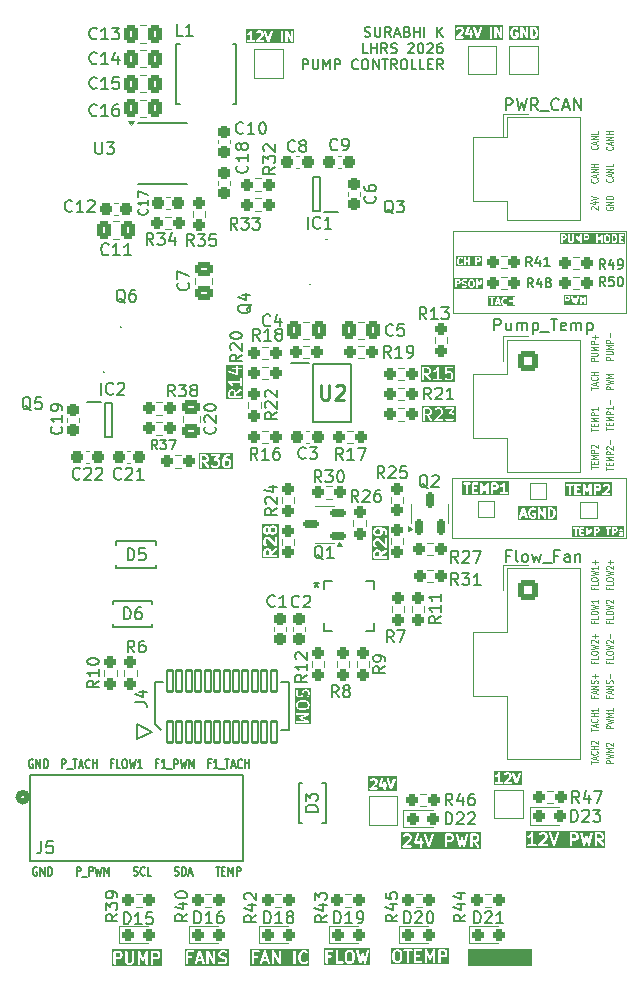
<source format=gbr>
%TF.GenerationSoftware,KiCad,Pcbnew,9.0.0*%
%TF.CreationDate,2026-01-13T23:36:18-06:00*%
%TF.ProjectId,PTN-PumpControlBoard,50544e2d-5075-46d7-9043-6f6e74726f6c,rev?*%
%TF.SameCoordinates,Original*%
%TF.FileFunction,Legend,Top*%
%TF.FilePolarity,Positive*%
%FSLAX46Y46*%
G04 Gerber Fmt 4.6, Leading zero omitted, Abs format (unit mm)*
G04 Created by KiCad (PCBNEW 9.0.0) date 2026-01-13 23:36:18*
%MOMM*%
%LPD*%
G01*
G04 APERTURE LIST*
G04 Aperture macros list*
%AMRoundRect*
0 Rectangle with rounded corners*
0 $1 Rounding radius*
0 $2 $3 $4 $5 $6 $7 $8 $9 X,Y pos of 4 corners*
0 Add a 4 corners polygon primitive as box body*
4,1,4,$2,$3,$4,$5,$6,$7,$8,$9,$2,$3,0*
0 Add four circle primitives for the rounded corners*
1,1,$1+$1,$2,$3*
1,1,$1+$1,$4,$5*
1,1,$1+$1,$6,$7*
1,1,$1+$1,$8,$9*
0 Add four rect primitives between the rounded corners*
20,1,$1+$1,$2,$3,$4,$5,0*
20,1,$1+$1,$4,$5,$6,$7,0*
20,1,$1+$1,$6,$7,$8,$9,0*
20,1,$1+$1,$8,$9,$2,$3,0*%
%AMFreePoly0*
4,1,22,0.695671,0.830970,0.776777,0.776777,0.830970,0.695671,0.850000,0.600000,0.850000,-0.600000,0.830970,-0.695671,0.776777,-0.776777,0.695671,-0.830970,0.600000,-0.850000,-0.200000,-0.850000,-0.295671,-0.830970,-0.376777,-0.776777,-0.776777,-0.376777,-0.830970,-0.295671,-0.850000,-0.200000,-0.850000,0.600000,-0.830970,0.695671,-0.776777,0.776777,-0.695671,0.830970,-0.600000,0.850000,
0.600000,0.850000,0.695671,0.830970,0.695671,0.830970,$1*%
G04 Aperture macros list end*
%ADD10C,0.200000*%
%ADD11C,0.100000*%
%ADD12C,0.150000*%
%ADD13C,0.254000*%
%ADD14C,0.120000*%
%ADD15C,0.152400*%
%ADD16C,0.508000*%
%ADD17C,0.000000*%
%ADD18RoundRect,0.250000X0.337500X0.475000X-0.337500X0.475000X-0.337500X-0.475000X0.337500X-0.475000X0*%
%ADD19RoundRect,0.250000X0.475000X-0.337500X0.475000X0.337500X-0.475000X0.337500X-0.475000X-0.337500X0*%
%ADD20RoundRect,0.250000X-0.337500X-0.475000X0.337500X-0.475000X0.337500X0.475000X-0.337500X0.475000X0*%
%ADD21RoundRect,0.237500X-0.237500X0.250000X-0.237500X-0.250000X0.237500X-0.250000X0.237500X0.250000X0*%
%ADD22RoundRect,0.237500X0.250000X0.237500X-0.250000X0.237500X-0.250000X-0.237500X0.250000X-0.237500X0*%
%ADD23C,3.600000*%
%ADD24C,6.400000*%
%ADD25RoundRect,0.237500X-0.250000X-0.237500X0.250000X-0.237500X0.250000X0.237500X-0.250000X0.237500X0*%
%ADD26R,0.990600X1.143000*%
%ADD27RoundRect,0.237500X-0.287500X-0.237500X0.287500X-0.237500X0.287500X0.237500X-0.287500X0.237500X0*%
%ADD28C,1.524000*%
%ADD29RoundRect,0.102000X0.275000X0.900000X-0.275000X0.900000X-0.275000X-0.900000X0.275000X-0.900000X0*%
%ADD30R,2.000000X2.000000*%
%ADD31RoundRect,0.237500X0.237500X-0.300000X0.237500X0.300000X-0.237500X0.300000X-0.237500X-0.300000X0*%
%ADD32R,1.000000X0.750000*%
%ADD33R,0.480000X0.750000*%
%ADD34R,2.720000X4.560000*%
%ADD35R,0.910000X5.560000*%
%ADD36R,0.420000X4.560000*%
%ADD37RoundRect,0.150000X0.150000X-0.512500X0.150000X0.512500X-0.150000X0.512500X-0.150000X-0.512500X0*%
%ADD38C,1.300000*%
%ADD39RoundRect,0.250000X-0.600000X-0.600000X0.600000X-0.600000X0.600000X0.600000X-0.600000X0.600000X0*%
%ADD40C,1.700000*%
%ADD41R,1.528000X0.650000*%
%ADD42RoundRect,0.237500X-0.300000X-0.237500X0.300000X-0.237500X0.300000X0.237500X-0.300000X0.237500X0*%
%ADD43RoundRect,0.237500X-0.237500X0.300000X-0.237500X-0.300000X0.237500X-0.300000X0.237500X0.300000X0*%
%ADD44R,1.200000X0.450000*%
%ADD45R,1.143000X0.990600*%
%ADD46R,1.000000X1.000000*%
%ADD47RoundRect,0.237500X0.300000X0.237500X-0.300000X0.237500X-0.300000X-0.237500X0.300000X-0.237500X0*%
%ADD48RoundRect,0.237500X0.237500X-0.250000X0.237500X0.250000X-0.237500X0.250000X-0.237500X-0.250000X0*%
%ADD49FreePoly0,0.000000*%
%ADD50R,2.600000X3.100000*%
%ADD51R,1.550000X0.600000*%
%ADD52RoundRect,0.150000X0.512500X0.150000X-0.512500X0.150000X-0.512500X-0.150000X0.512500X-0.150000X0*%
%ADD53R,0.711200X0.304800*%
%ADD54R,0.304800X0.711200*%
%ADD55R,2.692400X2.692400*%
%ADD56R,4.220000X2.120000*%
G04 APERTURE END LIST*
D10*
G36*
X157064126Y-118691695D02*
G01*
X154684743Y-118691695D01*
X154684743Y-117907758D01*
X154784743Y-117907758D01*
X154787509Y-117946678D01*
X154804958Y-117981577D01*
X154834434Y-118007142D01*
X154871450Y-118019481D01*
X154910370Y-118016715D01*
X154928679Y-118009709D01*
X155004870Y-117971614D01*
X155012530Y-117966792D01*
X155012530Y-118391695D01*
X154883958Y-118391695D01*
X154864449Y-118393616D01*
X154828401Y-118408548D01*
X154800811Y-118436138D01*
X154785879Y-118472186D01*
X154785879Y-118511204D01*
X154800811Y-118547252D01*
X154828401Y-118574842D01*
X154864449Y-118589774D01*
X154883958Y-118591695D01*
X155341101Y-118591695D01*
X155360610Y-118589774D01*
X155396658Y-118574842D01*
X155424248Y-118547252D01*
X155439180Y-118511204D01*
X155439180Y-118472186D01*
X155509689Y-118472186D01*
X155509689Y-118511204D01*
X155524621Y-118547252D01*
X155552211Y-118574842D01*
X155588259Y-118589774D01*
X155607768Y-118591695D01*
X156103006Y-118591695D01*
X156122515Y-118589774D01*
X156158563Y-118574842D01*
X156186153Y-118547252D01*
X156201085Y-118511204D01*
X156201085Y-118472186D01*
X156186153Y-118436138D01*
X156158563Y-118408548D01*
X156122515Y-118393616D01*
X156103006Y-118391695D01*
X155849190Y-118391695D01*
X156135622Y-118105263D01*
X156148058Y-118090109D01*
X156149432Y-118086790D01*
X156151788Y-118084075D01*
X156159779Y-118066175D01*
X156197874Y-117951888D01*
X156200073Y-117942217D01*
X156201085Y-117939775D01*
X156201433Y-117936235D01*
X156202221Y-117932773D01*
X156202033Y-117930139D01*
X156203006Y-117920266D01*
X156203006Y-117844076D01*
X156201085Y-117824567D01*
X156199709Y-117821246D01*
X156199455Y-117817664D01*
X156192449Y-117799355D01*
X156154354Y-117723164D01*
X156149069Y-117714768D01*
X156148058Y-117712327D01*
X156145802Y-117709579D01*
X156143911Y-117706574D01*
X156141915Y-117704843D01*
X156141389Y-117704202D01*
X156232363Y-117704202D01*
X156236710Y-117723318D01*
X156503377Y-118523318D01*
X156511368Y-118541218D01*
X156516051Y-118546617D01*
X156519246Y-118553007D01*
X156528717Y-118561222D01*
X156536933Y-118570694D01*
X156543322Y-118573888D01*
X156548722Y-118578572D01*
X156560619Y-118582537D01*
X156571832Y-118588144D01*
X156578959Y-118588650D01*
X156585738Y-118590910D01*
X156598245Y-118590021D01*
X156610752Y-118590910D01*
X156617530Y-118588650D01*
X156624658Y-118588144D01*
X156635874Y-118582535D01*
X156647768Y-118578571D01*
X156653165Y-118573890D01*
X156659557Y-118570694D01*
X156667775Y-118561218D01*
X156677244Y-118553006D01*
X156680437Y-118546619D01*
X156685122Y-118541218D01*
X156693113Y-118523318D01*
X156959779Y-117723318D01*
X156964126Y-117704202D01*
X156961360Y-117665282D01*
X156943910Y-117630383D01*
X156914434Y-117604818D01*
X156877418Y-117592480D01*
X156838498Y-117595246D01*
X156803599Y-117612695D01*
X156778034Y-117642172D01*
X156770043Y-117660072D01*
X156598244Y-118175467D01*
X156426446Y-117660072D01*
X156418455Y-117642172D01*
X156392889Y-117612696D01*
X156357991Y-117595246D01*
X156319071Y-117592480D01*
X156282055Y-117604818D01*
X156252579Y-117630384D01*
X156235129Y-117665282D01*
X156232363Y-117704202D01*
X156141389Y-117704202D01*
X156135621Y-117697174D01*
X156097527Y-117659079D01*
X156089857Y-117652784D01*
X156088127Y-117650790D01*
X156085119Y-117648896D01*
X156082373Y-117646643D01*
X156079933Y-117645632D01*
X156071537Y-117640347D01*
X155995346Y-117602252D01*
X155977037Y-117595246D01*
X155973454Y-117594991D01*
X155970134Y-117593616D01*
X155950625Y-117591695D01*
X155760149Y-117591695D01*
X155740640Y-117593616D01*
X155737319Y-117594991D01*
X155733736Y-117595246D01*
X155715428Y-117602252D01*
X155639238Y-117640347D01*
X155630841Y-117645631D01*
X155628403Y-117646642D01*
X155625658Y-117648894D01*
X155622647Y-117650790D01*
X155620913Y-117652788D01*
X155613249Y-117659079D01*
X155575153Y-117697173D01*
X155562716Y-117712327D01*
X155547785Y-117748375D01*
X155547784Y-117787393D01*
X155562715Y-117823441D01*
X155590305Y-117851032D01*
X155626353Y-117865963D01*
X155665371Y-117865964D01*
X155701419Y-117851033D01*
X155716573Y-117838597D01*
X155743195Y-117811975D01*
X155783756Y-117791695D01*
X155927018Y-117791695D01*
X155967579Y-117811975D01*
X155982725Y-117827120D01*
X156003006Y-117867682D01*
X156003006Y-117904039D01*
X155977508Y-117980532D01*
X155537057Y-118420984D01*
X155524621Y-118436138D01*
X155509689Y-118472186D01*
X155439180Y-118472186D01*
X155424248Y-118436138D01*
X155396658Y-118408548D01*
X155360610Y-118393616D01*
X155341101Y-118391695D01*
X155212530Y-118391695D01*
X155212530Y-117691695D01*
X155212523Y-117691625D01*
X155212530Y-117691591D01*
X155212509Y-117691490D01*
X155210609Y-117672186D01*
X155206819Y-117663036D01*
X155204878Y-117653331D01*
X155199426Y-117645191D01*
X155195677Y-117636138D01*
X155188676Y-117629137D01*
X155183167Y-117620910D01*
X155175012Y-117615473D01*
X155168087Y-117608548D01*
X155158942Y-117604760D01*
X155150703Y-117599267D01*
X155141090Y-117597365D01*
X155132039Y-117593616D01*
X155122137Y-117593616D01*
X155112426Y-117591695D01*
X155102821Y-117593616D01*
X155093021Y-117593616D01*
X155083871Y-117597405D01*
X155074166Y-117599347D01*
X155066026Y-117604798D01*
X155056973Y-117608548D01*
X155049972Y-117615548D01*
X155041745Y-117621058D01*
X155029456Y-117636064D01*
X155029383Y-117636138D01*
X155029369Y-117636170D01*
X155029325Y-117636225D01*
X154958624Y-117742273D01*
X154900913Y-117799984D01*
X154839237Y-117830823D01*
X154822647Y-117841266D01*
X154797082Y-117870742D01*
X154784743Y-117907758D01*
X154684743Y-117907758D01*
X154684743Y-117491695D01*
X157064126Y-117491695D01*
X157064126Y-118691695D01*
G37*
G36*
X146464126Y-119191695D02*
G01*
X144047784Y-119191695D01*
X144047784Y-118972186D01*
X144147784Y-118972186D01*
X144147784Y-119011204D01*
X144162716Y-119047252D01*
X144190306Y-119074842D01*
X144226354Y-119089774D01*
X144245863Y-119091695D01*
X144741101Y-119091695D01*
X144760610Y-119089774D01*
X144796658Y-119074842D01*
X144824248Y-119047252D01*
X144839180Y-119011204D01*
X144839180Y-118972186D01*
X144824248Y-118936138D01*
X144796658Y-118908548D01*
X144760610Y-118893616D01*
X144741101Y-118891695D01*
X144487285Y-118891695D01*
X144666460Y-118712520D01*
X144946648Y-118712520D01*
X144947784Y-118728504D01*
X144947784Y-118744537D01*
X144949159Y-118747857D01*
X144949414Y-118751440D01*
X144956579Y-118765770D01*
X144962716Y-118780585D01*
X144965257Y-118783126D01*
X144966864Y-118786339D01*
X144978971Y-118796840D01*
X144990306Y-118808175D01*
X144993624Y-118809549D01*
X144996340Y-118811905D01*
X145011550Y-118816975D01*
X145026354Y-118823107D01*
X145031453Y-118823609D01*
X145033355Y-118824243D01*
X145035989Y-118824055D01*
X145045863Y-118825028D01*
X145326816Y-118825028D01*
X145326816Y-118991695D01*
X145328737Y-119011204D01*
X145343669Y-119047252D01*
X145371259Y-119074842D01*
X145407307Y-119089774D01*
X145446325Y-119089774D01*
X145482373Y-119074842D01*
X145509963Y-119047252D01*
X145524895Y-119011204D01*
X145526816Y-118991695D01*
X145526816Y-118825028D01*
X145541102Y-118825028D01*
X145560611Y-118823107D01*
X145596659Y-118808175D01*
X145624249Y-118780585D01*
X145639181Y-118744537D01*
X145639181Y-118705519D01*
X145624249Y-118669471D01*
X145596659Y-118641881D01*
X145560611Y-118626949D01*
X145541102Y-118625028D01*
X145526816Y-118625028D01*
X145526816Y-118458361D01*
X145524895Y-118438852D01*
X145509963Y-118402804D01*
X145482373Y-118375214D01*
X145446325Y-118360282D01*
X145407307Y-118360282D01*
X145371259Y-118375214D01*
X145343669Y-118402804D01*
X145328737Y-118438852D01*
X145326816Y-118458361D01*
X145326816Y-118625028D01*
X145184606Y-118625028D01*
X145324882Y-118204202D01*
X145632363Y-118204202D01*
X145636710Y-118223318D01*
X145903377Y-119023318D01*
X145911368Y-119041218D01*
X145916051Y-119046617D01*
X145919246Y-119053007D01*
X145928717Y-119061222D01*
X145936933Y-119070694D01*
X145943322Y-119073888D01*
X145948722Y-119078572D01*
X145960619Y-119082537D01*
X145971832Y-119088144D01*
X145978959Y-119088650D01*
X145985738Y-119090910D01*
X145998245Y-119090021D01*
X146010752Y-119090910D01*
X146017530Y-119088650D01*
X146024658Y-119088144D01*
X146035874Y-119082535D01*
X146047768Y-119078571D01*
X146053165Y-119073890D01*
X146059557Y-119070694D01*
X146067775Y-119061218D01*
X146077244Y-119053006D01*
X146080437Y-119046619D01*
X146085122Y-119041218D01*
X146093113Y-119023318D01*
X146359779Y-118223318D01*
X146364126Y-118204202D01*
X146361360Y-118165282D01*
X146343910Y-118130383D01*
X146314434Y-118104818D01*
X146277418Y-118092480D01*
X146238498Y-118095246D01*
X146203599Y-118112695D01*
X146178034Y-118142172D01*
X146170043Y-118160072D01*
X145998244Y-118675467D01*
X145826446Y-118160072D01*
X145818455Y-118142172D01*
X145792889Y-118112696D01*
X145757991Y-118095246D01*
X145719071Y-118092480D01*
X145682055Y-118104818D01*
X145652579Y-118130384D01*
X145635129Y-118165282D01*
X145632363Y-118204202D01*
X145324882Y-118204202D01*
X145331208Y-118185223D01*
X145335555Y-118166108D01*
X145332789Y-118127188D01*
X145315339Y-118092289D01*
X145285863Y-118066724D01*
X145248847Y-118054385D01*
X145209927Y-118057151D01*
X145175029Y-118074601D01*
X145149463Y-118104077D01*
X145141472Y-118121977D01*
X144950995Y-118693405D01*
X144948795Y-118703077D01*
X144947784Y-118705519D01*
X144947784Y-118707524D01*
X144946648Y-118712520D01*
X144666460Y-118712520D01*
X144773717Y-118605263D01*
X144786153Y-118590109D01*
X144787527Y-118586790D01*
X144789883Y-118584075D01*
X144797874Y-118566175D01*
X144835969Y-118451888D01*
X144838168Y-118442217D01*
X144839180Y-118439775D01*
X144839528Y-118436235D01*
X144840316Y-118432773D01*
X144840128Y-118430139D01*
X144841101Y-118420266D01*
X144841101Y-118344076D01*
X144839180Y-118324567D01*
X144837804Y-118321246D01*
X144837550Y-118317664D01*
X144830544Y-118299355D01*
X144792449Y-118223164D01*
X144787164Y-118214768D01*
X144786153Y-118212327D01*
X144783897Y-118209579D01*
X144782006Y-118206574D01*
X144780010Y-118204843D01*
X144773716Y-118197174D01*
X144735622Y-118159079D01*
X144727952Y-118152784D01*
X144726222Y-118150790D01*
X144723214Y-118148896D01*
X144720468Y-118146643D01*
X144718028Y-118145632D01*
X144709632Y-118140347D01*
X144633441Y-118102252D01*
X144615132Y-118095246D01*
X144611549Y-118094991D01*
X144608229Y-118093616D01*
X144588720Y-118091695D01*
X144398244Y-118091695D01*
X144378735Y-118093616D01*
X144375414Y-118094991D01*
X144371831Y-118095246D01*
X144353523Y-118102252D01*
X144277333Y-118140347D01*
X144268936Y-118145631D01*
X144266498Y-118146642D01*
X144263753Y-118148894D01*
X144260742Y-118150790D01*
X144259008Y-118152788D01*
X144251344Y-118159079D01*
X144213248Y-118197173D01*
X144200811Y-118212327D01*
X144185880Y-118248375D01*
X144185879Y-118287393D01*
X144200810Y-118323441D01*
X144228400Y-118351032D01*
X144264448Y-118365963D01*
X144303466Y-118365964D01*
X144339514Y-118351033D01*
X144354668Y-118338597D01*
X144381290Y-118311975D01*
X144421851Y-118291695D01*
X144565113Y-118291695D01*
X144605674Y-118311975D01*
X144620820Y-118327120D01*
X144641101Y-118367682D01*
X144641101Y-118404039D01*
X144615603Y-118480532D01*
X144175152Y-118920984D01*
X144162716Y-118936138D01*
X144147784Y-118972186D01*
X144047784Y-118972186D01*
X144047784Y-117954385D01*
X146464126Y-117954385D01*
X146464126Y-119191695D01*
G37*
G36*
X155479197Y-55591695D02*
G01*
X151347784Y-55591695D01*
X151347784Y-55372186D01*
X151447784Y-55372186D01*
X151447784Y-55411204D01*
X151462716Y-55447252D01*
X151490306Y-55474842D01*
X151526354Y-55489774D01*
X151545863Y-55491695D01*
X152041101Y-55491695D01*
X152060610Y-55489774D01*
X152096658Y-55474842D01*
X152124248Y-55447252D01*
X152139180Y-55411204D01*
X152139180Y-55372186D01*
X152124248Y-55336138D01*
X152096658Y-55308548D01*
X152060610Y-55293616D01*
X152041101Y-55291695D01*
X151787285Y-55291695D01*
X151966460Y-55112520D01*
X152246648Y-55112520D01*
X152247784Y-55128504D01*
X152247784Y-55144537D01*
X152249159Y-55147857D01*
X152249414Y-55151440D01*
X152256579Y-55165770D01*
X152262716Y-55180585D01*
X152265257Y-55183126D01*
X152266864Y-55186339D01*
X152278971Y-55196840D01*
X152290306Y-55208175D01*
X152293624Y-55209549D01*
X152296340Y-55211905D01*
X152311550Y-55216975D01*
X152326354Y-55223107D01*
X152331453Y-55223609D01*
X152333355Y-55224243D01*
X152335989Y-55224055D01*
X152345863Y-55225028D01*
X152626816Y-55225028D01*
X152626816Y-55391695D01*
X152628737Y-55411204D01*
X152643669Y-55447252D01*
X152671259Y-55474842D01*
X152707307Y-55489774D01*
X152746325Y-55489774D01*
X152782373Y-55474842D01*
X152809963Y-55447252D01*
X152824895Y-55411204D01*
X152826816Y-55391695D01*
X152826816Y-55225028D01*
X152841102Y-55225028D01*
X152860611Y-55223107D01*
X152896659Y-55208175D01*
X152924249Y-55180585D01*
X152939181Y-55144537D01*
X152939181Y-55105519D01*
X152924249Y-55069471D01*
X152896659Y-55041881D01*
X152860611Y-55026949D01*
X152841102Y-55025028D01*
X152826816Y-55025028D01*
X152826816Y-54858361D01*
X152824895Y-54838852D01*
X152809963Y-54802804D01*
X152782373Y-54775214D01*
X152746325Y-54760282D01*
X152707307Y-54760282D01*
X152671259Y-54775214D01*
X152643669Y-54802804D01*
X152628737Y-54838852D01*
X152626816Y-54858361D01*
X152626816Y-55025028D01*
X152484606Y-55025028D01*
X152624882Y-54604202D01*
X152932363Y-54604202D01*
X152936710Y-54623318D01*
X153203377Y-55423318D01*
X153211368Y-55441218D01*
X153216051Y-55446617D01*
X153219246Y-55453007D01*
X153228717Y-55461222D01*
X153236933Y-55470694D01*
X153243322Y-55473888D01*
X153248722Y-55478572D01*
X153260619Y-55482537D01*
X153271832Y-55488144D01*
X153278959Y-55488650D01*
X153285738Y-55490910D01*
X153298245Y-55490021D01*
X153310752Y-55490910D01*
X153317530Y-55488650D01*
X153324658Y-55488144D01*
X153335874Y-55482535D01*
X153347768Y-55478571D01*
X153353165Y-55473890D01*
X153359557Y-55470694D01*
X153367775Y-55461218D01*
X153377244Y-55453006D01*
X153380437Y-55446619D01*
X153385122Y-55441218D01*
X153393113Y-55423318D01*
X153659779Y-54623318D01*
X153664126Y-54604202D01*
X153663237Y-54591695D01*
X154341102Y-54591695D01*
X154341102Y-55391695D01*
X154343023Y-55411204D01*
X154357955Y-55447252D01*
X154385545Y-55474842D01*
X154421593Y-55489774D01*
X154460611Y-55489774D01*
X154496659Y-55474842D01*
X154524249Y-55447252D01*
X154539181Y-55411204D01*
X154541102Y-55391695D01*
X154541102Y-54591695D01*
X154722054Y-54591695D01*
X154722054Y-55391695D01*
X154723975Y-55411204D01*
X154738907Y-55447252D01*
X154766497Y-55474842D01*
X154802545Y-55489774D01*
X154841563Y-55489774D01*
X154877611Y-55474842D01*
X154905201Y-55447252D01*
X154920133Y-55411204D01*
X154922054Y-55391695D01*
X154922054Y-54968250D01*
X155192373Y-55441309D01*
X155195291Y-55445419D01*
X155196050Y-55447252D01*
X155197916Y-55449118D01*
X155203720Y-55457294D01*
X155214234Y-55465436D01*
X155223640Y-55474842D01*
X155229530Y-55477281D01*
X155234569Y-55481184D01*
X155247396Y-55484682D01*
X155259688Y-55489774D01*
X155266064Y-55489774D01*
X155272213Y-55491451D01*
X155285406Y-55489774D01*
X155298706Y-55489774D01*
X155304594Y-55487334D01*
X155310919Y-55486531D01*
X155322468Y-55479930D01*
X155334754Y-55474842D01*
X155339261Y-55470334D01*
X155344796Y-55467172D01*
X155352938Y-55456657D01*
X155362344Y-55447252D01*
X155364783Y-55441361D01*
X155368686Y-55436323D01*
X155372184Y-55423494D01*
X155377276Y-55411204D01*
X155378258Y-55401226D01*
X155378953Y-55398680D01*
X155378702Y-55396712D01*
X155379197Y-55391695D01*
X155379197Y-54591695D01*
X155377276Y-54572186D01*
X155362344Y-54536138D01*
X155334754Y-54508548D01*
X155298706Y-54493616D01*
X155259688Y-54493616D01*
X155223640Y-54508548D01*
X155196050Y-54536138D01*
X155181118Y-54572186D01*
X155179197Y-54591695D01*
X155179197Y-55015139D01*
X154908878Y-54542081D01*
X154905959Y-54537970D01*
X154905201Y-54536138D01*
X154903334Y-54534271D01*
X154897531Y-54526096D01*
X154887016Y-54517953D01*
X154877611Y-54508548D01*
X154871720Y-54506108D01*
X154866682Y-54502206D01*
X154853853Y-54498707D01*
X154841563Y-54493616D01*
X154835188Y-54493616D01*
X154829039Y-54491939D01*
X154815846Y-54493616D01*
X154802545Y-54493616D01*
X154796656Y-54496055D01*
X154790332Y-54496859D01*
X154778782Y-54503459D01*
X154766497Y-54508548D01*
X154761989Y-54513055D01*
X154756455Y-54516218D01*
X154748312Y-54526732D01*
X154738907Y-54536138D01*
X154736467Y-54542028D01*
X154732565Y-54547067D01*
X154729066Y-54559895D01*
X154723975Y-54572186D01*
X154722992Y-54582163D01*
X154722298Y-54584710D01*
X154722548Y-54586677D01*
X154722054Y-54591695D01*
X154541102Y-54591695D01*
X154539181Y-54572186D01*
X154524249Y-54536138D01*
X154496659Y-54508548D01*
X154460611Y-54493616D01*
X154421593Y-54493616D01*
X154385545Y-54508548D01*
X154357955Y-54536138D01*
X154343023Y-54572186D01*
X154341102Y-54591695D01*
X153663237Y-54591695D01*
X153661360Y-54565282D01*
X153643910Y-54530383D01*
X153614434Y-54504818D01*
X153577418Y-54492480D01*
X153538498Y-54495246D01*
X153503599Y-54512695D01*
X153478034Y-54542172D01*
X153470043Y-54560072D01*
X153298244Y-55075467D01*
X153126446Y-54560072D01*
X153118455Y-54542172D01*
X153092889Y-54512696D01*
X153057991Y-54495246D01*
X153019071Y-54492480D01*
X152982055Y-54504818D01*
X152952579Y-54530384D01*
X152935129Y-54565282D01*
X152932363Y-54604202D01*
X152624882Y-54604202D01*
X152631208Y-54585223D01*
X152635555Y-54566108D01*
X152632789Y-54527188D01*
X152615339Y-54492289D01*
X152585863Y-54466724D01*
X152548847Y-54454385D01*
X152509927Y-54457151D01*
X152475029Y-54474601D01*
X152449463Y-54504077D01*
X152441472Y-54521977D01*
X152250995Y-55093405D01*
X152248795Y-55103077D01*
X152247784Y-55105519D01*
X152247784Y-55107524D01*
X152246648Y-55112520D01*
X151966460Y-55112520D01*
X152073717Y-55005263D01*
X152086153Y-54990109D01*
X152087527Y-54986790D01*
X152089883Y-54984075D01*
X152097874Y-54966175D01*
X152135969Y-54851888D01*
X152138168Y-54842217D01*
X152139180Y-54839775D01*
X152139528Y-54836235D01*
X152140316Y-54832773D01*
X152140128Y-54830139D01*
X152141101Y-54820266D01*
X152141101Y-54744076D01*
X152139180Y-54724567D01*
X152137804Y-54721246D01*
X152137550Y-54717664D01*
X152130544Y-54699355D01*
X152092449Y-54623164D01*
X152087164Y-54614768D01*
X152086153Y-54612327D01*
X152083897Y-54609579D01*
X152082006Y-54606574D01*
X152080010Y-54604843D01*
X152073716Y-54597174D01*
X152035622Y-54559079D01*
X152027952Y-54552784D01*
X152026222Y-54550790D01*
X152023214Y-54548896D01*
X152020468Y-54546643D01*
X152018028Y-54545632D01*
X152009632Y-54540347D01*
X151933441Y-54502252D01*
X151915132Y-54495246D01*
X151911549Y-54494991D01*
X151908229Y-54493616D01*
X151888720Y-54491695D01*
X151698244Y-54491695D01*
X151678735Y-54493616D01*
X151675414Y-54494991D01*
X151671831Y-54495246D01*
X151653523Y-54502252D01*
X151577333Y-54540347D01*
X151568936Y-54545631D01*
X151566498Y-54546642D01*
X151563753Y-54548894D01*
X151560742Y-54550790D01*
X151559008Y-54552788D01*
X151551344Y-54559079D01*
X151513248Y-54597173D01*
X151500811Y-54612327D01*
X151485880Y-54648375D01*
X151485879Y-54687393D01*
X151500810Y-54723441D01*
X151528400Y-54751032D01*
X151564448Y-54765963D01*
X151603466Y-54765964D01*
X151639514Y-54751033D01*
X151654668Y-54738597D01*
X151681290Y-54711975D01*
X151721851Y-54691695D01*
X151865113Y-54691695D01*
X151905674Y-54711975D01*
X151920820Y-54727120D01*
X151941101Y-54767682D01*
X151941101Y-54804039D01*
X151915603Y-54880532D01*
X151475152Y-55320984D01*
X151462716Y-55336138D01*
X151447784Y-55372186D01*
X151347784Y-55372186D01*
X151347784Y-54354385D01*
X155479197Y-54354385D01*
X155479197Y-55591695D01*
G37*
G36*
X158110891Y-54717192D02*
G01*
X158158915Y-54765216D01*
X158184844Y-54817074D01*
X158217292Y-54946862D01*
X158217292Y-55036527D01*
X158184844Y-55166314D01*
X158158914Y-55218174D01*
X158110892Y-55266197D01*
X158034398Y-55291695D01*
X157960149Y-55291695D01*
X157960149Y-54691695D01*
X158034398Y-54691695D01*
X158110891Y-54717192D01*
G37*
G36*
X158517292Y-55591695D02*
G01*
X155983958Y-55591695D01*
X155983958Y-54934552D01*
X156083958Y-54934552D01*
X156083958Y-55048838D01*
X156084293Y-55052241D01*
X156084076Y-55053700D01*
X156085155Y-55060998D01*
X156085879Y-55068347D01*
X156086443Y-55069710D01*
X156086944Y-55073092D01*
X156125040Y-55225473D01*
X156125553Y-55226911D01*
X156125605Y-55227632D01*
X156128708Y-55235742D01*
X156131635Y-55243934D01*
X156132065Y-55244515D01*
X156132611Y-55245940D01*
X156170706Y-55322130D01*
X156175989Y-55330524D01*
X156177001Y-55332966D01*
X156179255Y-55335713D01*
X156181149Y-55338721D01*
X156183145Y-55340452D01*
X156189438Y-55348119D01*
X156265628Y-55424310D01*
X156280781Y-55436747D01*
X156284100Y-55438122D01*
X156286816Y-55440477D01*
X156304716Y-55448468D01*
X156419003Y-55486563D01*
X156428673Y-55488762D01*
X156431116Y-55489774D01*
X156434655Y-55490122D01*
X156438118Y-55490910D01*
X156440751Y-55490722D01*
X156450625Y-55491695D01*
X156526816Y-55491695D01*
X156536689Y-55490722D01*
X156539323Y-55490910D01*
X156542786Y-55490122D01*
X156546325Y-55489774D01*
X156548767Y-55488762D01*
X156558439Y-55486563D01*
X156672724Y-55448468D01*
X156690624Y-55440477D01*
X156693339Y-55438121D01*
X156696658Y-55436747D01*
X156711812Y-55424311D01*
X156749908Y-55386215D01*
X156762344Y-55371061D01*
X156777276Y-55335013D01*
X156779197Y-55315504D01*
X156779197Y-55048838D01*
X156777276Y-55029329D01*
X156762344Y-54993281D01*
X156734754Y-54965691D01*
X156698706Y-54950759D01*
X156679197Y-54948838D01*
X156526816Y-54948838D01*
X156507307Y-54950759D01*
X156471259Y-54965691D01*
X156443669Y-54993281D01*
X156428737Y-55029329D01*
X156428737Y-55068347D01*
X156443669Y-55104395D01*
X156471259Y-55131985D01*
X156507307Y-55146917D01*
X156526816Y-55148838D01*
X156579197Y-55148838D01*
X156579197Y-55268825D01*
X156510589Y-55291695D01*
X156466852Y-55291695D01*
X156390357Y-55266197D01*
X156342335Y-55218174D01*
X156316405Y-55166314D01*
X156283958Y-55036527D01*
X156283958Y-54946862D01*
X156316405Y-54817074D01*
X156342334Y-54765216D01*
X156390358Y-54717192D01*
X156466852Y-54691695D01*
X156541304Y-54691695D01*
X156596380Y-54719233D01*
X156614688Y-54726239D01*
X156653608Y-54729005D01*
X156690624Y-54716666D01*
X156720101Y-54691102D01*
X156737550Y-54656203D01*
X156740316Y-54617283D01*
X156731786Y-54591695D01*
X156922054Y-54591695D01*
X156922054Y-55391695D01*
X156923975Y-55411204D01*
X156938907Y-55447252D01*
X156966497Y-55474842D01*
X157002545Y-55489774D01*
X157041563Y-55489774D01*
X157077611Y-55474842D01*
X157105201Y-55447252D01*
X157120133Y-55411204D01*
X157122054Y-55391695D01*
X157122054Y-54968250D01*
X157392373Y-55441309D01*
X157395291Y-55445419D01*
X157396050Y-55447252D01*
X157397916Y-55449118D01*
X157403720Y-55457294D01*
X157414234Y-55465436D01*
X157423640Y-55474842D01*
X157429530Y-55477281D01*
X157434569Y-55481184D01*
X157447396Y-55484682D01*
X157459688Y-55489774D01*
X157466064Y-55489774D01*
X157472213Y-55491451D01*
X157485406Y-55489774D01*
X157498706Y-55489774D01*
X157504594Y-55487334D01*
X157510919Y-55486531D01*
X157522468Y-55479930D01*
X157534754Y-55474842D01*
X157539261Y-55470334D01*
X157544796Y-55467172D01*
X157552938Y-55456657D01*
X157562344Y-55447252D01*
X157564783Y-55441361D01*
X157568686Y-55436323D01*
X157572184Y-55423494D01*
X157577276Y-55411204D01*
X157578258Y-55401226D01*
X157578953Y-55398680D01*
X157578702Y-55396712D01*
X157579197Y-55391695D01*
X157579197Y-54591695D01*
X157760149Y-54591695D01*
X157760149Y-55391695D01*
X157762070Y-55411204D01*
X157777002Y-55447252D01*
X157804592Y-55474842D01*
X157840640Y-55489774D01*
X157860149Y-55491695D01*
X158050625Y-55491695D01*
X158060498Y-55490722D01*
X158063132Y-55490910D01*
X158066595Y-55490122D01*
X158070134Y-55489774D01*
X158072576Y-55488762D01*
X158082248Y-55486563D01*
X158196534Y-55448468D01*
X158214434Y-55440477D01*
X158217149Y-55438122D01*
X158220469Y-55436747D01*
X158235622Y-55424310D01*
X158311812Y-55348119D01*
X158318104Y-55340452D01*
X158320101Y-55338721D01*
X158321994Y-55335713D01*
X158324249Y-55332966D01*
X158325260Y-55330524D01*
X158330544Y-55322130D01*
X158368639Y-55245940D01*
X158369184Y-55244515D01*
X158369615Y-55243934D01*
X158372541Y-55235742D01*
X158375645Y-55227632D01*
X158375696Y-55226911D01*
X158376210Y-55225473D01*
X158414306Y-55073092D01*
X158414806Y-55069710D01*
X158415371Y-55068347D01*
X158416094Y-55060998D01*
X158417174Y-55053700D01*
X158416956Y-55052241D01*
X158417292Y-55048838D01*
X158417292Y-54934552D01*
X158416956Y-54931148D01*
X158417174Y-54929690D01*
X158416094Y-54922391D01*
X158415371Y-54915043D01*
X158414806Y-54913679D01*
X158414306Y-54910298D01*
X158376210Y-54757917D01*
X158375696Y-54756478D01*
X158375645Y-54755759D01*
X158372544Y-54747656D01*
X158369615Y-54739456D01*
X158369184Y-54738874D01*
X158368639Y-54737450D01*
X158330544Y-54661259D01*
X158325258Y-54652862D01*
X158324248Y-54650423D01*
X158321994Y-54647676D01*
X158320101Y-54644669D01*
X158318106Y-54642938D01*
X158311812Y-54635269D01*
X158235622Y-54559079D01*
X158220468Y-54546643D01*
X158217149Y-54545268D01*
X158214434Y-54542913D01*
X158196534Y-54534922D01*
X158082248Y-54496827D01*
X158072576Y-54494627D01*
X158070134Y-54493616D01*
X158066595Y-54493267D01*
X158063132Y-54492480D01*
X158060498Y-54492667D01*
X158050625Y-54491695D01*
X157860149Y-54491695D01*
X157840640Y-54493616D01*
X157804592Y-54508548D01*
X157777002Y-54536138D01*
X157762070Y-54572186D01*
X157760149Y-54591695D01*
X157579197Y-54591695D01*
X157577276Y-54572186D01*
X157562344Y-54536138D01*
X157534754Y-54508548D01*
X157498706Y-54493616D01*
X157459688Y-54493616D01*
X157423640Y-54508548D01*
X157396050Y-54536138D01*
X157381118Y-54572186D01*
X157379197Y-54591695D01*
X157379197Y-55015139D01*
X157108878Y-54542081D01*
X157105959Y-54537970D01*
X157105201Y-54536138D01*
X157103334Y-54534271D01*
X157097531Y-54526096D01*
X157087016Y-54517953D01*
X157077611Y-54508548D01*
X157071720Y-54506108D01*
X157066682Y-54502206D01*
X157053853Y-54498707D01*
X157041563Y-54493616D01*
X157035188Y-54493616D01*
X157029039Y-54491939D01*
X157015846Y-54493616D01*
X157002545Y-54493616D01*
X156996656Y-54496055D01*
X156990332Y-54496859D01*
X156978782Y-54503459D01*
X156966497Y-54508548D01*
X156961989Y-54513055D01*
X156956455Y-54516218D01*
X156948312Y-54526732D01*
X156938907Y-54536138D01*
X156936467Y-54542028D01*
X156932565Y-54547067D01*
X156929066Y-54559895D01*
X156923975Y-54572186D01*
X156922992Y-54582163D01*
X156922298Y-54584710D01*
X156922548Y-54586677D01*
X156922054Y-54591695D01*
X156731786Y-54591695D01*
X156727977Y-54580267D01*
X156702413Y-54550790D01*
X156685822Y-54540347D01*
X156609632Y-54502252D01*
X156591324Y-54495246D01*
X156587740Y-54494991D01*
X156584420Y-54493616D01*
X156564911Y-54491695D01*
X156450625Y-54491695D01*
X156440751Y-54492667D01*
X156438118Y-54492480D01*
X156434655Y-54493267D01*
X156431116Y-54493616D01*
X156428673Y-54494627D01*
X156419003Y-54496827D01*
X156304716Y-54534922D01*
X156286816Y-54542913D01*
X156284100Y-54545268D01*
X156280782Y-54546643D01*
X156265628Y-54559079D01*
X156189438Y-54635269D01*
X156183143Y-54642938D01*
X156181149Y-54644669D01*
X156179255Y-54647676D01*
X156177002Y-54650423D01*
X156175991Y-54652862D01*
X156170706Y-54661259D01*
X156132611Y-54737450D01*
X156132065Y-54738874D01*
X156131635Y-54739456D01*
X156128705Y-54747656D01*
X156125605Y-54755759D01*
X156125553Y-54756478D01*
X156125040Y-54757917D01*
X156086944Y-54910298D01*
X156086443Y-54913679D01*
X156085879Y-54915043D01*
X156085155Y-54922391D01*
X156084076Y-54929690D01*
X156084293Y-54931148D01*
X156083958Y-54934552D01*
X155983958Y-54934552D01*
X155983958Y-54391695D01*
X158517292Y-54391695D01*
X158517292Y-55591695D01*
G37*
G36*
X137779197Y-55891695D02*
G01*
X133684743Y-55891695D01*
X133684743Y-55107758D01*
X133784743Y-55107758D01*
X133787509Y-55146678D01*
X133804958Y-55181577D01*
X133834434Y-55207142D01*
X133871450Y-55219481D01*
X133910370Y-55216715D01*
X133928679Y-55209709D01*
X134004870Y-55171614D01*
X134012530Y-55166792D01*
X134012530Y-55591695D01*
X133883958Y-55591695D01*
X133864449Y-55593616D01*
X133828401Y-55608548D01*
X133800811Y-55636138D01*
X133785879Y-55672186D01*
X133785879Y-55711204D01*
X133800811Y-55747252D01*
X133828401Y-55774842D01*
X133864449Y-55789774D01*
X133883958Y-55791695D01*
X134341101Y-55791695D01*
X134360610Y-55789774D01*
X134396658Y-55774842D01*
X134424248Y-55747252D01*
X134439180Y-55711204D01*
X134439180Y-55672186D01*
X134509689Y-55672186D01*
X134509689Y-55711204D01*
X134524621Y-55747252D01*
X134552211Y-55774842D01*
X134588259Y-55789774D01*
X134607768Y-55791695D01*
X135103006Y-55791695D01*
X135122515Y-55789774D01*
X135158563Y-55774842D01*
X135186153Y-55747252D01*
X135201085Y-55711204D01*
X135201085Y-55672186D01*
X135186153Y-55636138D01*
X135158563Y-55608548D01*
X135122515Y-55593616D01*
X135103006Y-55591695D01*
X134849190Y-55591695D01*
X135135622Y-55305263D01*
X135148058Y-55290109D01*
X135149432Y-55286790D01*
X135151788Y-55284075D01*
X135159779Y-55266175D01*
X135197874Y-55151888D01*
X135200073Y-55142217D01*
X135201085Y-55139775D01*
X135201433Y-55136235D01*
X135202221Y-55132773D01*
X135202033Y-55130139D01*
X135203006Y-55120266D01*
X135203006Y-55044076D01*
X135201085Y-55024567D01*
X135199709Y-55021246D01*
X135199455Y-55017664D01*
X135192449Y-54999355D01*
X135154354Y-54923164D01*
X135149069Y-54914768D01*
X135148058Y-54912327D01*
X135145802Y-54909579D01*
X135143911Y-54906574D01*
X135141915Y-54904843D01*
X135141389Y-54904202D01*
X135232363Y-54904202D01*
X135236710Y-54923318D01*
X135503377Y-55723318D01*
X135511368Y-55741218D01*
X135516051Y-55746617D01*
X135519246Y-55753007D01*
X135528717Y-55761222D01*
X135536933Y-55770694D01*
X135543322Y-55773888D01*
X135548722Y-55778572D01*
X135560619Y-55782537D01*
X135571832Y-55788144D01*
X135578959Y-55788650D01*
X135585738Y-55790910D01*
X135598245Y-55790021D01*
X135610752Y-55790910D01*
X135617530Y-55788650D01*
X135624658Y-55788144D01*
X135635874Y-55782535D01*
X135647768Y-55778571D01*
X135653165Y-55773890D01*
X135659557Y-55770694D01*
X135667775Y-55761218D01*
X135677244Y-55753006D01*
X135680437Y-55746619D01*
X135685122Y-55741218D01*
X135693113Y-55723318D01*
X135959779Y-54923318D01*
X135964126Y-54904202D01*
X135963237Y-54891695D01*
X136641102Y-54891695D01*
X136641102Y-55691695D01*
X136643023Y-55711204D01*
X136657955Y-55747252D01*
X136685545Y-55774842D01*
X136721593Y-55789774D01*
X136760611Y-55789774D01*
X136796659Y-55774842D01*
X136824249Y-55747252D01*
X136839181Y-55711204D01*
X136841102Y-55691695D01*
X136841102Y-54891695D01*
X137022054Y-54891695D01*
X137022054Y-55691695D01*
X137023975Y-55711204D01*
X137038907Y-55747252D01*
X137066497Y-55774842D01*
X137102545Y-55789774D01*
X137141563Y-55789774D01*
X137177611Y-55774842D01*
X137205201Y-55747252D01*
X137220133Y-55711204D01*
X137222054Y-55691695D01*
X137222054Y-55268250D01*
X137492373Y-55741309D01*
X137495291Y-55745419D01*
X137496050Y-55747252D01*
X137497916Y-55749118D01*
X137503720Y-55757294D01*
X137514234Y-55765436D01*
X137523640Y-55774842D01*
X137529530Y-55777281D01*
X137534569Y-55781184D01*
X137547396Y-55784682D01*
X137559688Y-55789774D01*
X137566064Y-55789774D01*
X137572213Y-55791451D01*
X137585406Y-55789774D01*
X137598706Y-55789774D01*
X137604594Y-55787334D01*
X137610919Y-55786531D01*
X137622468Y-55779930D01*
X137634754Y-55774842D01*
X137639261Y-55770334D01*
X137644796Y-55767172D01*
X137652938Y-55756657D01*
X137662344Y-55747252D01*
X137664783Y-55741361D01*
X137668686Y-55736323D01*
X137672184Y-55723494D01*
X137677276Y-55711204D01*
X137678258Y-55701226D01*
X137678953Y-55698680D01*
X137678702Y-55696712D01*
X137679197Y-55691695D01*
X137679197Y-54891695D01*
X137677276Y-54872186D01*
X137662344Y-54836138D01*
X137634754Y-54808548D01*
X137598706Y-54793616D01*
X137559688Y-54793616D01*
X137523640Y-54808548D01*
X137496050Y-54836138D01*
X137481118Y-54872186D01*
X137479197Y-54891695D01*
X137479197Y-55315139D01*
X137208878Y-54842081D01*
X137205959Y-54837970D01*
X137205201Y-54836138D01*
X137203334Y-54834271D01*
X137197531Y-54826096D01*
X137187016Y-54817953D01*
X137177611Y-54808548D01*
X137171720Y-54806108D01*
X137166682Y-54802206D01*
X137153853Y-54798707D01*
X137141563Y-54793616D01*
X137135188Y-54793616D01*
X137129039Y-54791939D01*
X137115846Y-54793616D01*
X137102545Y-54793616D01*
X137096656Y-54796055D01*
X137090332Y-54796859D01*
X137078782Y-54803459D01*
X137066497Y-54808548D01*
X137061989Y-54813055D01*
X137056455Y-54816218D01*
X137048312Y-54826732D01*
X137038907Y-54836138D01*
X137036467Y-54842028D01*
X137032565Y-54847067D01*
X137029066Y-54859895D01*
X137023975Y-54872186D01*
X137022992Y-54882163D01*
X137022298Y-54884710D01*
X137022548Y-54886677D01*
X137022054Y-54891695D01*
X136841102Y-54891695D01*
X136839181Y-54872186D01*
X136824249Y-54836138D01*
X136796659Y-54808548D01*
X136760611Y-54793616D01*
X136721593Y-54793616D01*
X136685545Y-54808548D01*
X136657955Y-54836138D01*
X136643023Y-54872186D01*
X136641102Y-54891695D01*
X135963237Y-54891695D01*
X135961360Y-54865282D01*
X135943910Y-54830383D01*
X135914434Y-54804818D01*
X135877418Y-54792480D01*
X135838498Y-54795246D01*
X135803599Y-54812695D01*
X135778034Y-54842172D01*
X135770043Y-54860072D01*
X135598244Y-55375467D01*
X135426446Y-54860072D01*
X135418455Y-54842172D01*
X135392889Y-54812696D01*
X135357991Y-54795246D01*
X135319071Y-54792480D01*
X135282055Y-54804818D01*
X135252579Y-54830384D01*
X135235129Y-54865282D01*
X135232363Y-54904202D01*
X135141389Y-54904202D01*
X135135621Y-54897174D01*
X135097527Y-54859079D01*
X135089857Y-54852784D01*
X135088127Y-54850790D01*
X135085119Y-54848896D01*
X135082373Y-54846643D01*
X135079933Y-54845632D01*
X135071537Y-54840347D01*
X134995346Y-54802252D01*
X134977037Y-54795246D01*
X134973454Y-54794991D01*
X134970134Y-54793616D01*
X134950625Y-54791695D01*
X134760149Y-54791695D01*
X134740640Y-54793616D01*
X134737319Y-54794991D01*
X134733736Y-54795246D01*
X134715428Y-54802252D01*
X134639238Y-54840347D01*
X134630841Y-54845631D01*
X134628403Y-54846642D01*
X134625658Y-54848894D01*
X134622647Y-54850790D01*
X134620913Y-54852788D01*
X134613249Y-54859079D01*
X134575153Y-54897173D01*
X134562716Y-54912327D01*
X134547785Y-54948375D01*
X134547784Y-54987393D01*
X134562715Y-55023441D01*
X134590305Y-55051032D01*
X134626353Y-55065963D01*
X134665371Y-55065964D01*
X134701419Y-55051033D01*
X134716573Y-55038597D01*
X134743195Y-55011975D01*
X134783756Y-54991695D01*
X134927018Y-54991695D01*
X134967579Y-55011975D01*
X134982725Y-55027120D01*
X135003006Y-55067682D01*
X135003006Y-55104039D01*
X134977508Y-55180532D01*
X134537057Y-55620984D01*
X134524621Y-55636138D01*
X134509689Y-55672186D01*
X134439180Y-55672186D01*
X134424248Y-55636138D01*
X134396658Y-55608548D01*
X134360610Y-55593616D01*
X134341101Y-55591695D01*
X134212530Y-55591695D01*
X134212530Y-54891695D01*
X134212523Y-54891625D01*
X134212530Y-54891591D01*
X134212509Y-54891490D01*
X134210609Y-54872186D01*
X134206819Y-54863036D01*
X134204878Y-54853331D01*
X134199426Y-54845191D01*
X134195677Y-54836138D01*
X134188676Y-54829137D01*
X134183167Y-54820910D01*
X134175012Y-54815473D01*
X134168087Y-54808548D01*
X134158942Y-54804760D01*
X134150703Y-54799267D01*
X134141090Y-54797365D01*
X134132039Y-54793616D01*
X134122137Y-54793616D01*
X134112426Y-54791695D01*
X134102821Y-54793616D01*
X134093021Y-54793616D01*
X134083871Y-54797405D01*
X134074166Y-54799347D01*
X134066026Y-54804798D01*
X134056973Y-54808548D01*
X134049972Y-54815548D01*
X134041745Y-54821058D01*
X134029456Y-54836064D01*
X134029383Y-54836138D01*
X134029369Y-54836170D01*
X134029325Y-54836225D01*
X133958624Y-54942273D01*
X133900913Y-54999984D01*
X133839237Y-55030823D01*
X133822647Y-55041266D01*
X133797082Y-55070742D01*
X133784743Y-55107758D01*
X133684743Y-55107758D01*
X133684743Y-54691695D01*
X137779197Y-54691695D01*
X137779197Y-55891695D01*
G37*
D11*
X151200000Y-71800000D02*
X165900000Y-71800000D01*
X165900000Y-78700000D01*
X151200000Y-78700000D01*
X151200000Y-71800000D01*
X151150000Y-92700000D02*
X165850000Y-92700000D01*
X165850000Y-97800000D01*
X151150000Y-97800000D01*
X151150000Y-92700000D01*
X152450000Y-132600000D02*
X157800000Y-132600000D01*
X157800000Y-133950000D01*
X152450000Y-133950000D01*
X152450000Y-132600000D01*
G36*
X152450000Y-132600000D02*
G01*
X157800000Y-132600000D01*
X157800000Y-133950000D01*
X152450000Y-133950000D01*
X152450000Y-132600000D01*
G37*
D10*
G36*
X142603293Y-132847023D02*
G01*
X142667472Y-132911202D01*
X142705387Y-133062861D01*
X142705387Y-133371575D01*
X142667471Y-133523235D01*
X142603295Y-133587413D01*
X142543685Y-133617219D01*
X142400423Y-133617219D01*
X142340813Y-133587414D01*
X142276636Y-133523236D01*
X142238721Y-133371575D01*
X142238721Y-133062862D01*
X142276636Y-132911202D01*
X142340815Y-132847023D01*
X142400423Y-132817219D01*
X142543685Y-132817219D01*
X142603293Y-132847023D01*
G37*
G36*
X144206906Y-133928330D02*
G01*
X140308562Y-133928330D01*
X140308562Y-132717219D01*
X140419673Y-132717219D01*
X140419673Y-133717219D01*
X140421594Y-133736728D01*
X140436526Y-133772776D01*
X140464116Y-133800366D01*
X140500164Y-133815298D01*
X140539182Y-133815298D01*
X140575230Y-133800366D01*
X140602820Y-133772776D01*
X140617752Y-133736728D01*
X140619673Y-133717219D01*
X140619673Y-133293409D01*
X140853006Y-133293409D01*
X140872515Y-133291488D01*
X140908563Y-133276556D01*
X140936153Y-133248966D01*
X140951085Y-133212918D01*
X140951085Y-133173900D01*
X140936153Y-133137852D01*
X140908563Y-133110262D01*
X140872515Y-133095330D01*
X140853006Y-133093409D01*
X140619673Y-133093409D01*
X140619673Y-132817219D01*
X140995863Y-132817219D01*
X141015372Y-132815298D01*
X141051420Y-132800366D01*
X141079010Y-132772776D01*
X141093942Y-132736728D01*
X141093942Y-132717219D01*
X141276816Y-132717219D01*
X141276816Y-133717219D01*
X141278737Y-133736728D01*
X141293669Y-133772776D01*
X141321259Y-133800366D01*
X141357307Y-133815298D01*
X141376816Y-133817219D01*
X141853006Y-133817219D01*
X141872515Y-133815298D01*
X141908563Y-133800366D01*
X141936153Y-133772776D01*
X141951085Y-133736728D01*
X141951085Y-133697710D01*
X141936153Y-133661662D01*
X141908563Y-133634072D01*
X141872515Y-133619140D01*
X141853006Y-133617219D01*
X141476816Y-133617219D01*
X141476816Y-133050552D01*
X142038721Y-133050552D01*
X142038721Y-133383885D01*
X142039056Y-133387287D01*
X142038839Y-133388746D01*
X142039918Y-133396043D01*
X142040642Y-133403394D01*
X142041206Y-133404757D01*
X142041707Y-133408139D01*
X142089326Y-133598614D01*
X142095921Y-133617075D01*
X142100346Y-133623047D01*
X142103192Y-133629918D01*
X142115629Y-133645071D01*
X142210867Y-133740311D01*
X142218535Y-133746604D01*
X142220266Y-133748600D01*
X142223273Y-133750493D01*
X142226020Y-133752747D01*
X142228460Y-133753757D01*
X142236857Y-133759043D01*
X142332094Y-133806662D01*
X142350403Y-133813668D01*
X142353986Y-133813922D01*
X142357307Y-133815298D01*
X142376816Y-133817219D01*
X142567292Y-133817219D01*
X142586801Y-133815298D01*
X142590121Y-133813922D01*
X142593705Y-133813668D01*
X142612013Y-133806662D01*
X142707251Y-133759043D01*
X142715646Y-133753758D01*
X142718088Y-133752747D01*
X142720835Y-133750491D01*
X142723841Y-133748600D01*
X142725571Y-133746605D01*
X142733241Y-133740310D01*
X142828479Y-133645071D01*
X142840916Y-133629918D01*
X142843761Y-133623047D01*
X142848187Y-133617075D01*
X142854782Y-133598615D01*
X142902401Y-133408139D01*
X142902901Y-133404757D01*
X142903466Y-133403394D01*
X142904189Y-133396043D01*
X142905269Y-133388746D01*
X142905051Y-133387287D01*
X142905387Y-133383885D01*
X142905387Y-133050552D01*
X142905051Y-133047149D01*
X142905269Y-133045691D01*
X142904189Y-133038393D01*
X142903466Y-133031043D01*
X142902901Y-133029679D01*
X142902401Y-133026298D01*
X142854782Y-132835822D01*
X142848187Y-132817362D01*
X142843760Y-132811387D01*
X142840915Y-132804519D01*
X142828479Y-132789365D01*
X142760072Y-132720958D01*
X143038790Y-132720958D01*
X143041440Y-132740381D01*
X143279535Y-133740381D01*
X143281843Y-133747078D01*
X143282162Y-133749476D01*
X143283416Y-133751643D01*
X143285923Y-133758915D01*
X143294438Y-133770681D01*
X143301711Y-133783244D01*
X143305788Y-133786364D01*
X143308798Y-133790524D01*
X143321160Y-133798131D01*
X143332694Y-133806960D01*
X143337657Y-133808283D01*
X143342028Y-133810973D01*
X143356362Y-133813271D01*
X143370395Y-133817013D01*
X143375483Y-133816336D01*
X143380555Y-133817150D01*
X143394689Y-133813784D01*
X143409073Y-133811873D01*
X143413513Y-133809302D01*
X143418512Y-133808112D01*
X143430278Y-133799596D01*
X143442841Y-133792324D01*
X143445961Y-133788246D01*
X143450121Y-133785237D01*
X143457728Y-133772874D01*
X143466557Y-133761341D01*
X143469256Y-133754140D01*
X143470570Y-133752007D01*
X143470953Y-133749616D01*
X143473440Y-133742985D01*
X143567292Y-133391038D01*
X143661145Y-133742986D01*
X143663630Y-133749615D01*
X143664014Y-133752007D01*
X143665327Y-133754141D01*
X143668027Y-133761341D01*
X143676855Y-133772874D01*
X143684463Y-133785237D01*
X143688622Y-133788246D01*
X143691743Y-133792324D01*
X143704307Y-133799598D01*
X143716072Y-133808112D01*
X143721067Y-133809301D01*
X143725511Y-133811874D01*
X143739900Y-133813785D01*
X143754029Y-133817150D01*
X143759100Y-133816336D01*
X143764189Y-133817013D01*
X143778221Y-133813271D01*
X143792556Y-133810973D01*
X143796926Y-133808283D01*
X143801890Y-133806960D01*
X143813423Y-133798131D01*
X143825786Y-133790524D01*
X143828795Y-133786364D01*
X143832873Y-133783244D01*
X143840148Y-133770677D01*
X143848661Y-133758915D01*
X143851165Y-133751649D01*
X143852423Y-133749477D01*
X143852742Y-133747073D01*
X143855049Y-133740381D01*
X144093145Y-132740381D01*
X144095795Y-132720958D01*
X144089618Y-132682432D01*
X144069169Y-132649201D01*
X144037560Y-132626326D01*
X143999603Y-132617289D01*
X143961076Y-132623465D01*
X143927846Y-132643914D01*
X143904971Y-132675523D01*
X143898583Y-132694057D01*
X143752279Y-133308530D01*
X143663916Y-132977167D01*
X143662202Y-132972596D01*
X143661947Y-132970675D01*
X143660626Y-132968393D01*
X143657033Y-132958811D01*
X143649008Y-132948328D01*
X143642397Y-132936908D01*
X143637253Y-132932971D01*
X143633317Y-132927828D01*
X143621899Y-132921218D01*
X143611414Y-132913192D01*
X143605150Y-132911521D01*
X143599549Y-132908279D01*
X143586471Y-132906541D01*
X143573713Y-132903139D01*
X143567291Y-132903992D01*
X143560871Y-132903139D01*
X143548117Y-132906539D01*
X143535035Y-132908278D01*
X143529430Y-132911522D01*
X143523170Y-132913192D01*
X143512686Y-132921216D01*
X143501267Y-132927828D01*
X143497330Y-132932971D01*
X143492187Y-132936908D01*
X143485577Y-132948325D01*
X143477551Y-132958811D01*
X143473955Y-132968399D01*
X143472638Y-132970676D01*
X143472383Y-132972594D01*
X143470669Y-132977166D01*
X143382304Y-133308530D01*
X143236002Y-132694057D01*
X143229614Y-132675523D01*
X143206739Y-132643914D01*
X143173509Y-132623465D01*
X143134982Y-132617288D01*
X143097025Y-132626326D01*
X143065416Y-132649201D01*
X143044967Y-132682431D01*
X143038790Y-132720958D01*
X142760072Y-132720958D01*
X142733241Y-132694127D01*
X142725570Y-132687832D01*
X142723841Y-132685838D01*
X142720833Y-132683944D01*
X142718087Y-132681691D01*
X142715647Y-132680680D01*
X142707251Y-132675395D01*
X142612013Y-132627776D01*
X142593705Y-132620770D01*
X142590121Y-132620515D01*
X142586801Y-132619140D01*
X142567292Y-132617219D01*
X142376816Y-132617219D01*
X142357307Y-132619140D01*
X142353986Y-132620515D01*
X142350403Y-132620770D01*
X142332094Y-132627776D01*
X142236857Y-132675395D01*
X142228458Y-132680681D01*
X142226021Y-132681691D01*
X142223277Y-132683942D01*
X142220266Y-132685838D01*
X142218533Y-132687835D01*
X142210867Y-132694127D01*
X142115629Y-132789365D01*
X142103193Y-132804519D01*
X142100347Y-132811387D01*
X142095921Y-132817362D01*
X142089326Y-132835823D01*
X142041707Y-133026298D01*
X142041206Y-133029679D01*
X142040642Y-133031043D01*
X142039918Y-133038393D01*
X142038839Y-133045691D01*
X142039056Y-133047149D01*
X142038721Y-133050552D01*
X141476816Y-133050552D01*
X141476816Y-132717219D01*
X141474895Y-132697710D01*
X141459963Y-132661662D01*
X141432373Y-132634072D01*
X141396325Y-132619140D01*
X141357307Y-132619140D01*
X141321259Y-132634072D01*
X141293669Y-132661662D01*
X141278737Y-132697710D01*
X141276816Y-132717219D01*
X141093942Y-132717219D01*
X141093942Y-132697710D01*
X141079010Y-132661662D01*
X141051420Y-132634072D01*
X141015372Y-132619140D01*
X140995863Y-132617219D01*
X140519673Y-132617219D01*
X140500164Y-132619140D01*
X140464116Y-132634072D01*
X140436526Y-132661662D01*
X140421594Y-132697710D01*
X140419673Y-132717219D01*
X140308562Y-132717219D01*
X140308562Y-132506108D01*
X144206906Y-132506108D01*
X144206906Y-133928330D01*
G37*
D12*
G36*
X155051769Y-77772342D02*
G01*
X154974169Y-77772342D01*
X155012968Y-77655941D01*
X155051769Y-77772342D01*
G37*
G36*
X156505827Y-78168771D02*
G01*
X154207267Y-78168771D01*
X154207267Y-77404139D01*
X154282267Y-77404139D01*
X154282267Y-77433403D01*
X154293466Y-77460439D01*
X154314158Y-77481131D01*
X154341194Y-77492330D01*
X154355826Y-77493771D01*
X154452255Y-77493771D01*
X154452255Y-78018771D01*
X154453696Y-78033403D01*
X154464895Y-78060439D01*
X154485587Y-78081131D01*
X154512623Y-78092330D01*
X154541887Y-78092330D01*
X154568923Y-78081131D01*
X154589615Y-78060439D01*
X154600814Y-78033403D01*
X154602255Y-78018771D01*
X154602255Y-78009391D01*
X154738558Y-78009391D01*
X154740633Y-78038581D01*
X154753719Y-78064754D01*
X154775826Y-78083928D01*
X154803589Y-78093182D01*
X154832779Y-78091107D01*
X154858952Y-78078021D01*
X154878126Y-78055914D01*
X154884120Y-78042488D01*
X154924169Y-77922342D01*
X155101769Y-77922342D01*
X155141818Y-78042489D01*
X155147812Y-78055914D01*
X155166986Y-78078021D01*
X155193159Y-78091108D01*
X155222349Y-78093183D01*
X155250112Y-78083929D01*
X155272219Y-78064755D01*
X155285306Y-78038581D01*
X155287380Y-78009391D01*
X155284120Y-77995054D01*
X155177740Y-77675914D01*
X155309398Y-77675914D01*
X155309398Y-77761628D01*
X155309649Y-77764181D01*
X155309487Y-77765274D01*
X155310296Y-77770747D01*
X155310839Y-77776260D01*
X155311261Y-77777281D01*
X155311637Y-77779818D01*
X155340209Y-77894104D01*
X155340594Y-77895183D01*
X155340633Y-77895723D01*
X155342960Y-77901804D01*
X155345156Y-77907950D01*
X155345478Y-77908385D01*
X155345888Y-77909455D01*
X155374459Y-77966598D01*
X155378423Y-77972897D01*
X155379181Y-77974725D01*
X155380869Y-77976781D01*
X155382291Y-77979041D01*
X155383789Y-77980340D01*
X155388508Y-77986090D01*
X155445651Y-78043233D01*
X155457016Y-78052560D01*
X155459506Y-78053591D01*
X155461542Y-78055357D01*
X155474967Y-78061351D01*
X155560681Y-78089922D01*
X155567934Y-78091571D01*
X155569766Y-78092330D01*
X155572420Y-78092591D01*
X155575018Y-78093182D01*
X155576992Y-78093041D01*
X155584398Y-78093771D01*
X155641541Y-78093771D01*
X155648946Y-78093041D01*
X155650921Y-78093182D01*
X155653518Y-78092591D01*
X155656173Y-78092330D01*
X155658004Y-78091571D01*
X155665258Y-78089922D01*
X155750971Y-78061351D01*
X155764397Y-78055357D01*
X155766432Y-78053591D01*
X155768923Y-78052560D01*
X155780288Y-78043233D01*
X155808860Y-78014661D01*
X155818188Y-78003296D01*
X155829386Y-77976259D01*
X155829386Y-77946996D01*
X155818188Y-77919960D01*
X155797495Y-77899267D01*
X155770459Y-77888069D01*
X155741196Y-77888069D01*
X155714159Y-77899267D01*
X155702794Y-77908595D01*
X155686741Y-77924647D01*
X155629371Y-77943771D01*
X155596567Y-77943771D01*
X155539198Y-77924648D01*
X155503179Y-77888629D01*
X155483735Y-77849739D01*
X155459398Y-77752393D01*
X155459398Y-77685148D01*
X155483735Y-77587802D01*
X155503179Y-77548912D01*
X155539198Y-77512894D01*
X155596567Y-77493771D01*
X155629371Y-77493771D01*
X155686741Y-77512894D01*
X155702794Y-77528947D01*
X155714159Y-77538275D01*
X155741196Y-77549473D01*
X155770459Y-77549473D01*
X155797495Y-77538275D01*
X155818188Y-77517582D01*
X155829386Y-77490546D01*
X155829386Y-77461283D01*
X155818188Y-77434246D01*
X155808860Y-77422881D01*
X155804750Y-77418771D01*
X155937970Y-77418771D01*
X155937970Y-78018771D01*
X155939411Y-78033403D01*
X155950610Y-78060439D01*
X155971302Y-78081131D01*
X155998338Y-78092330D01*
X156027602Y-78092330D01*
X156054638Y-78081131D01*
X156075330Y-78060439D01*
X156086529Y-78033403D01*
X156087970Y-78018771D01*
X156087970Y-77779485D01*
X156280827Y-77779485D01*
X156280827Y-78018771D01*
X156282268Y-78033403D01*
X156293467Y-78060439D01*
X156314159Y-78081131D01*
X156341195Y-78092330D01*
X156370459Y-78092330D01*
X156397495Y-78081131D01*
X156418187Y-78060439D01*
X156429386Y-78033403D01*
X156430827Y-78018771D01*
X156430827Y-77418771D01*
X156429386Y-77404139D01*
X156418187Y-77377103D01*
X156397495Y-77356411D01*
X156370459Y-77345212D01*
X156341195Y-77345212D01*
X156314159Y-77356411D01*
X156293467Y-77377103D01*
X156282268Y-77404139D01*
X156280827Y-77418771D01*
X156280827Y-77629485D01*
X156087970Y-77629485D01*
X156087970Y-77418771D01*
X156086529Y-77404139D01*
X156075330Y-77377103D01*
X156054638Y-77356411D01*
X156027602Y-77345212D01*
X155998338Y-77345212D01*
X155971302Y-77356411D01*
X155950610Y-77377103D01*
X155939411Y-77404139D01*
X155937970Y-77418771D01*
X155804750Y-77418771D01*
X155780288Y-77394309D01*
X155768923Y-77384982D01*
X155766432Y-77383950D01*
X155764397Y-77382185D01*
X155750971Y-77376191D01*
X155665258Y-77347620D01*
X155658004Y-77345970D01*
X155656173Y-77345212D01*
X155653518Y-77344950D01*
X155650921Y-77344360D01*
X155648946Y-77344500D01*
X155641541Y-77343771D01*
X155584398Y-77343771D01*
X155576992Y-77344500D01*
X155575018Y-77344360D01*
X155572420Y-77344950D01*
X155569766Y-77345212D01*
X155567934Y-77345970D01*
X155560681Y-77347620D01*
X155474967Y-77376191D01*
X155461542Y-77382185D01*
X155459506Y-77383950D01*
X155457016Y-77384982D01*
X155445651Y-77394309D01*
X155388508Y-77451452D01*
X155383789Y-77457201D01*
X155382291Y-77458501D01*
X155380869Y-77460760D01*
X155379181Y-77462817D01*
X155378423Y-77464644D01*
X155374459Y-77470944D01*
X155345888Y-77528087D01*
X155345478Y-77529156D01*
X155345156Y-77529592D01*
X155342960Y-77535737D01*
X155340633Y-77541819D01*
X155340594Y-77542358D01*
X155340209Y-77543438D01*
X155311637Y-77657724D01*
X155311261Y-77660260D01*
X155310839Y-77661282D01*
X155310296Y-77666794D01*
X155309487Y-77672268D01*
X155309649Y-77673360D01*
X155309398Y-77675914D01*
X155177740Y-77675914D01*
X155084120Y-77395054D01*
X155078126Y-77381628D01*
X155074616Y-77377581D01*
X155072219Y-77372787D01*
X155065110Y-77366621D01*
X155058952Y-77359521D01*
X155054163Y-77357126D01*
X155050112Y-77353613D01*
X155041182Y-77350636D01*
X155032779Y-77346435D01*
X155027438Y-77346055D01*
X155022349Y-77344359D01*
X155012961Y-77345026D01*
X155003589Y-77344360D01*
X154998507Y-77346053D01*
X154993159Y-77346434D01*
X154984745Y-77350640D01*
X154975826Y-77353614D01*
X154971778Y-77357124D01*
X154966986Y-77359521D01*
X154960823Y-77366625D01*
X154953719Y-77372788D01*
X154951323Y-77377579D01*
X154947812Y-77381628D01*
X154941818Y-77395053D01*
X154741818Y-77995054D01*
X154738558Y-78009391D01*
X154602255Y-78009391D01*
X154602255Y-77493771D01*
X154698684Y-77493771D01*
X154713316Y-77492330D01*
X154740352Y-77481131D01*
X154761044Y-77460439D01*
X154772243Y-77433403D01*
X154772243Y-77404139D01*
X154761044Y-77377103D01*
X154740352Y-77356411D01*
X154713316Y-77345212D01*
X154698684Y-77343771D01*
X154355826Y-77343771D01*
X154341194Y-77345212D01*
X154314158Y-77356411D01*
X154293466Y-77377103D01*
X154282267Y-77404139D01*
X154207267Y-77404139D01*
X154207267Y-77268771D01*
X156505827Y-77268771D01*
X156505827Y-78168771D01*
G37*
X143741792Y-55310797D02*
X143863221Y-55351273D01*
X143863221Y-55351273D02*
X144065602Y-55351273D01*
X144065602Y-55351273D02*
X144146554Y-55310797D01*
X144146554Y-55310797D02*
X144187030Y-55270320D01*
X144187030Y-55270320D02*
X144227507Y-55189368D01*
X144227507Y-55189368D02*
X144227507Y-55108416D01*
X144227507Y-55108416D02*
X144187030Y-55027463D01*
X144187030Y-55027463D02*
X144146554Y-54986987D01*
X144146554Y-54986987D02*
X144065602Y-54946511D01*
X144065602Y-54946511D02*
X143903697Y-54906035D01*
X143903697Y-54906035D02*
X143822745Y-54865558D01*
X143822745Y-54865558D02*
X143782268Y-54825082D01*
X143782268Y-54825082D02*
X143741792Y-54744130D01*
X143741792Y-54744130D02*
X143741792Y-54663177D01*
X143741792Y-54663177D02*
X143782268Y-54582225D01*
X143782268Y-54582225D02*
X143822745Y-54541749D01*
X143822745Y-54541749D02*
X143903697Y-54501273D01*
X143903697Y-54501273D02*
X144106078Y-54501273D01*
X144106078Y-54501273D02*
X144227507Y-54541749D01*
X144591792Y-54501273D02*
X144591792Y-55189368D01*
X144591792Y-55189368D02*
X144632269Y-55270320D01*
X144632269Y-55270320D02*
X144672745Y-55310797D01*
X144672745Y-55310797D02*
X144753697Y-55351273D01*
X144753697Y-55351273D02*
X144915602Y-55351273D01*
X144915602Y-55351273D02*
X144996554Y-55310797D01*
X144996554Y-55310797D02*
X145037031Y-55270320D01*
X145037031Y-55270320D02*
X145077507Y-55189368D01*
X145077507Y-55189368D02*
X145077507Y-54501273D01*
X145967983Y-55351273D02*
X145684649Y-54946511D01*
X145482268Y-55351273D02*
X145482268Y-54501273D01*
X145482268Y-54501273D02*
X145806078Y-54501273D01*
X145806078Y-54501273D02*
X145887030Y-54541749D01*
X145887030Y-54541749D02*
X145927507Y-54582225D01*
X145927507Y-54582225D02*
X145967983Y-54663177D01*
X145967983Y-54663177D02*
X145967983Y-54784606D01*
X145967983Y-54784606D02*
X145927507Y-54865558D01*
X145927507Y-54865558D02*
X145887030Y-54906035D01*
X145887030Y-54906035D02*
X145806078Y-54946511D01*
X145806078Y-54946511D02*
X145482268Y-54946511D01*
X146291792Y-55108416D02*
X146696554Y-55108416D01*
X146210840Y-55351273D02*
X146494173Y-54501273D01*
X146494173Y-54501273D02*
X146777507Y-55351273D01*
X147344173Y-54906035D02*
X147465601Y-54946511D01*
X147465601Y-54946511D02*
X147506078Y-54986987D01*
X147506078Y-54986987D02*
X147546554Y-55067939D01*
X147546554Y-55067939D02*
X147546554Y-55189368D01*
X147546554Y-55189368D02*
X147506078Y-55270320D01*
X147506078Y-55270320D02*
X147465601Y-55310797D01*
X147465601Y-55310797D02*
X147384649Y-55351273D01*
X147384649Y-55351273D02*
X147060839Y-55351273D01*
X147060839Y-55351273D02*
X147060839Y-54501273D01*
X147060839Y-54501273D02*
X147344173Y-54501273D01*
X147344173Y-54501273D02*
X147425125Y-54541749D01*
X147425125Y-54541749D02*
X147465601Y-54582225D01*
X147465601Y-54582225D02*
X147506078Y-54663177D01*
X147506078Y-54663177D02*
X147506078Y-54744130D01*
X147506078Y-54744130D02*
X147465601Y-54825082D01*
X147465601Y-54825082D02*
X147425125Y-54865558D01*
X147425125Y-54865558D02*
X147344173Y-54906035D01*
X147344173Y-54906035D02*
X147060839Y-54906035D01*
X147910839Y-55351273D02*
X147910839Y-54501273D01*
X147910839Y-54906035D02*
X148396554Y-54906035D01*
X148396554Y-55351273D02*
X148396554Y-54501273D01*
X148801315Y-55351273D02*
X148801315Y-54501273D01*
X149853696Y-55351273D02*
X149853696Y-54501273D01*
X150339411Y-55351273D02*
X149975125Y-54865558D01*
X150339411Y-54501273D02*
X149853696Y-54986987D01*
X143984648Y-56719725D02*
X143579886Y-56719725D01*
X143579886Y-56719725D02*
X143579886Y-55869725D01*
X144267981Y-56719725D02*
X144267981Y-55869725D01*
X144267981Y-56274487D02*
X144753696Y-56274487D01*
X144753696Y-56719725D02*
X144753696Y-55869725D01*
X145644172Y-56719725D02*
X145360838Y-56314963D01*
X145158457Y-56719725D02*
X145158457Y-55869725D01*
X145158457Y-55869725D02*
X145482267Y-55869725D01*
X145482267Y-55869725D02*
X145563219Y-55910201D01*
X145563219Y-55910201D02*
X145603696Y-55950677D01*
X145603696Y-55950677D02*
X145644172Y-56031629D01*
X145644172Y-56031629D02*
X145644172Y-56153058D01*
X145644172Y-56153058D02*
X145603696Y-56234010D01*
X145603696Y-56234010D02*
X145563219Y-56274487D01*
X145563219Y-56274487D02*
X145482267Y-56314963D01*
X145482267Y-56314963D02*
X145158457Y-56314963D01*
X145967981Y-56679249D02*
X146089410Y-56719725D01*
X146089410Y-56719725D02*
X146291791Y-56719725D01*
X146291791Y-56719725D02*
X146372743Y-56679249D01*
X146372743Y-56679249D02*
X146413219Y-56638772D01*
X146413219Y-56638772D02*
X146453696Y-56557820D01*
X146453696Y-56557820D02*
X146453696Y-56476868D01*
X146453696Y-56476868D02*
X146413219Y-56395915D01*
X146413219Y-56395915D02*
X146372743Y-56355439D01*
X146372743Y-56355439D02*
X146291791Y-56314963D01*
X146291791Y-56314963D02*
X146129886Y-56274487D01*
X146129886Y-56274487D02*
X146048934Y-56234010D01*
X146048934Y-56234010D02*
X146008457Y-56193534D01*
X146008457Y-56193534D02*
X145967981Y-56112582D01*
X145967981Y-56112582D02*
X145967981Y-56031629D01*
X145967981Y-56031629D02*
X146008457Y-55950677D01*
X146008457Y-55950677D02*
X146048934Y-55910201D01*
X146048934Y-55910201D02*
X146129886Y-55869725D01*
X146129886Y-55869725D02*
X146332267Y-55869725D01*
X146332267Y-55869725D02*
X146453696Y-55910201D01*
X147425124Y-55950677D02*
X147465600Y-55910201D01*
X147465600Y-55910201D02*
X147546553Y-55869725D01*
X147546553Y-55869725D02*
X147748934Y-55869725D01*
X147748934Y-55869725D02*
X147829886Y-55910201D01*
X147829886Y-55910201D02*
X147870362Y-55950677D01*
X147870362Y-55950677D02*
X147910839Y-56031629D01*
X147910839Y-56031629D02*
X147910839Y-56112582D01*
X147910839Y-56112582D02*
X147870362Y-56234010D01*
X147870362Y-56234010D02*
X147384648Y-56719725D01*
X147384648Y-56719725D02*
X147910839Y-56719725D01*
X148437029Y-55869725D02*
X148517982Y-55869725D01*
X148517982Y-55869725D02*
X148598934Y-55910201D01*
X148598934Y-55910201D02*
X148639410Y-55950677D01*
X148639410Y-55950677D02*
X148679886Y-56031629D01*
X148679886Y-56031629D02*
X148720363Y-56193534D01*
X148720363Y-56193534D02*
X148720363Y-56395915D01*
X148720363Y-56395915D02*
X148679886Y-56557820D01*
X148679886Y-56557820D02*
X148639410Y-56638772D01*
X148639410Y-56638772D02*
X148598934Y-56679249D01*
X148598934Y-56679249D02*
X148517982Y-56719725D01*
X148517982Y-56719725D02*
X148437029Y-56719725D01*
X148437029Y-56719725D02*
X148356077Y-56679249D01*
X148356077Y-56679249D02*
X148315601Y-56638772D01*
X148315601Y-56638772D02*
X148275124Y-56557820D01*
X148275124Y-56557820D02*
X148234648Y-56395915D01*
X148234648Y-56395915D02*
X148234648Y-56193534D01*
X148234648Y-56193534D02*
X148275124Y-56031629D01*
X148275124Y-56031629D02*
X148315601Y-55950677D01*
X148315601Y-55950677D02*
X148356077Y-55910201D01*
X148356077Y-55910201D02*
X148437029Y-55869725D01*
X149044172Y-55950677D02*
X149084648Y-55910201D01*
X149084648Y-55910201D02*
X149165601Y-55869725D01*
X149165601Y-55869725D02*
X149367982Y-55869725D01*
X149367982Y-55869725D02*
X149448934Y-55910201D01*
X149448934Y-55910201D02*
X149489410Y-55950677D01*
X149489410Y-55950677D02*
X149529887Y-56031629D01*
X149529887Y-56031629D02*
X149529887Y-56112582D01*
X149529887Y-56112582D02*
X149489410Y-56234010D01*
X149489410Y-56234010D02*
X149003696Y-56719725D01*
X149003696Y-56719725D02*
X149529887Y-56719725D01*
X150258458Y-55869725D02*
X150096553Y-55869725D01*
X150096553Y-55869725D02*
X150015601Y-55910201D01*
X150015601Y-55910201D02*
X149975125Y-55950677D01*
X149975125Y-55950677D02*
X149894172Y-56072106D01*
X149894172Y-56072106D02*
X149853696Y-56234010D01*
X149853696Y-56234010D02*
X149853696Y-56557820D01*
X149853696Y-56557820D02*
X149894172Y-56638772D01*
X149894172Y-56638772D02*
X149934649Y-56679249D01*
X149934649Y-56679249D02*
X150015601Y-56719725D01*
X150015601Y-56719725D02*
X150177506Y-56719725D01*
X150177506Y-56719725D02*
X150258458Y-56679249D01*
X150258458Y-56679249D02*
X150298934Y-56638772D01*
X150298934Y-56638772D02*
X150339411Y-56557820D01*
X150339411Y-56557820D02*
X150339411Y-56355439D01*
X150339411Y-56355439D02*
X150298934Y-56274487D01*
X150298934Y-56274487D02*
X150258458Y-56234010D01*
X150258458Y-56234010D02*
X150177506Y-56193534D01*
X150177506Y-56193534D02*
X150015601Y-56193534D01*
X150015601Y-56193534D02*
X149934649Y-56234010D01*
X149934649Y-56234010D02*
X149894172Y-56274487D01*
X149894172Y-56274487D02*
X149853696Y-56355439D01*
X138479887Y-58088177D02*
X138479887Y-57238177D01*
X138479887Y-57238177D02*
X138803697Y-57238177D01*
X138803697Y-57238177D02*
X138884649Y-57278653D01*
X138884649Y-57278653D02*
X138925126Y-57319129D01*
X138925126Y-57319129D02*
X138965602Y-57400081D01*
X138965602Y-57400081D02*
X138965602Y-57521510D01*
X138965602Y-57521510D02*
X138925126Y-57602462D01*
X138925126Y-57602462D02*
X138884649Y-57642939D01*
X138884649Y-57642939D02*
X138803697Y-57683415D01*
X138803697Y-57683415D02*
X138479887Y-57683415D01*
X139329887Y-57238177D02*
X139329887Y-57926272D01*
X139329887Y-57926272D02*
X139370364Y-58007224D01*
X139370364Y-58007224D02*
X139410840Y-58047701D01*
X139410840Y-58047701D02*
X139491792Y-58088177D01*
X139491792Y-58088177D02*
X139653697Y-58088177D01*
X139653697Y-58088177D02*
X139734649Y-58047701D01*
X139734649Y-58047701D02*
X139775126Y-58007224D01*
X139775126Y-58007224D02*
X139815602Y-57926272D01*
X139815602Y-57926272D02*
X139815602Y-57238177D01*
X140220363Y-58088177D02*
X140220363Y-57238177D01*
X140220363Y-57238177D02*
X140503697Y-57845320D01*
X140503697Y-57845320D02*
X140787030Y-57238177D01*
X140787030Y-57238177D02*
X140787030Y-58088177D01*
X141191792Y-58088177D02*
X141191792Y-57238177D01*
X141191792Y-57238177D02*
X141515602Y-57238177D01*
X141515602Y-57238177D02*
X141596554Y-57278653D01*
X141596554Y-57278653D02*
X141637031Y-57319129D01*
X141637031Y-57319129D02*
X141677507Y-57400081D01*
X141677507Y-57400081D02*
X141677507Y-57521510D01*
X141677507Y-57521510D02*
X141637031Y-57602462D01*
X141637031Y-57602462D02*
X141596554Y-57642939D01*
X141596554Y-57642939D02*
X141515602Y-57683415D01*
X141515602Y-57683415D02*
X141191792Y-57683415D01*
X143175126Y-58007224D02*
X143134650Y-58047701D01*
X143134650Y-58047701D02*
X143013221Y-58088177D01*
X143013221Y-58088177D02*
X142932269Y-58088177D01*
X142932269Y-58088177D02*
X142810840Y-58047701D01*
X142810840Y-58047701D02*
X142729888Y-57966748D01*
X142729888Y-57966748D02*
X142689411Y-57885796D01*
X142689411Y-57885796D02*
X142648935Y-57723891D01*
X142648935Y-57723891D02*
X142648935Y-57602462D01*
X142648935Y-57602462D02*
X142689411Y-57440558D01*
X142689411Y-57440558D02*
X142729888Y-57359605D01*
X142729888Y-57359605D02*
X142810840Y-57278653D01*
X142810840Y-57278653D02*
X142932269Y-57238177D01*
X142932269Y-57238177D02*
X143013221Y-57238177D01*
X143013221Y-57238177D02*
X143134650Y-57278653D01*
X143134650Y-57278653D02*
X143175126Y-57319129D01*
X143701316Y-57238177D02*
X143863221Y-57238177D01*
X143863221Y-57238177D02*
X143944173Y-57278653D01*
X143944173Y-57278653D02*
X144025126Y-57359605D01*
X144025126Y-57359605D02*
X144065602Y-57521510D01*
X144065602Y-57521510D02*
X144065602Y-57804843D01*
X144065602Y-57804843D02*
X144025126Y-57966748D01*
X144025126Y-57966748D02*
X143944173Y-58047701D01*
X143944173Y-58047701D02*
X143863221Y-58088177D01*
X143863221Y-58088177D02*
X143701316Y-58088177D01*
X143701316Y-58088177D02*
X143620364Y-58047701D01*
X143620364Y-58047701D02*
X143539411Y-57966748D01*
X143539411Y-57966748D02*
X143498935Y-57804843D01*
X143498935Y-57804843D02*
X143498935Y-57521510D01*
X143498935Y-57521510D02*
X143539411Y-57359605D01*
X143539411Y-57359605D02*
X143620364Y-57278653D01*
X143620364Y-57278653D02*
X143701316Y-57238177D01*
X144429887Y-58088177D02*
X144429887Y-57238177D01*
X144429887Y-57238177D02*
X144915602Y-58088177D01*
X144915602Y-58088177D02*
X144915602Y-57238177D01*
X145198935Y-57238177D02*
X145684649Y-57238177D01*
X145441792Y-58088177D02*
X145441792Y-57238177D01*
X146453697Y-58088177D02*
X146170363Y-57683415D01*
X145967982Y-58088177D02*
X145967982Y-57238177D01*
X145967982Y-57238177D02*
X146291792Y-57238177D01*
X146291792Y-57238177D02*
X146372744Y-57278653D01*
X146372744Y-57278653D02*
X146413221Y-57319129D01*
X146413221Y-57319129D02*
X146453697Y-57400081D01*
X146453697Y-57400081D02*
X146453697Y-57521510D01*
X146453697Y-57521510D02*
X146413221Y-57602462D01*
X146413221Y-57602462D02*
X146372744Y-57642939D01*
X146372744Y-57642939D02*
X146291792Y-57683415D01*
X146291792Y-57683415D02*
X145967982Y-57683415D01*
X146979887Y-57238177D02*
X147141792Y-57238177D01*
X147141792Y-57238177D02*
X147222744Y-57278653D01*
X147222744Y-57278653D02*
X147303697Y-57359605D01*
X147303697Y-57359605D02*
X147344173Y-57521510D01*
X147344173Y-57521510D02*
X147344173Y-57804843D01*
X147344173Y-57804843D02*
X147303697Y-57966748D01*
X147303697Y-57966748D02*
X147222744Y-58047701D01*
X147222744Y-58047701D02*
X147141792Y-58088177D01*
X147141792Y-58088177D02*
X146979887Y-58088177D01*
X146979887Y-58088177D02*
X146898935Y-58047701D01*
X146898935Y-58047701D02*
X146817982Y-57966748D01*
X146817982Y-57966748D02*
X146777506Y-57804843D01*
X146777506Y-57804843D02*
X146777506Y-57521510D01*
X146777506Y-57521510D02*
X146817982Y-57359605D01*
X146817982Y-57359605D02*
X146898935Y-57278653D01*
X146898935Y-57278653D02*
X146979887Y-57238177D01*
X148113220Y-58088177D02*
X147708458Y-58088177D01*
X147708458Y-58088177D02*
X147708458Y-57238177D01*
X148801315Y-58088177D02*
X148396553Y-58088177D01*
X148396553Y-58088177D02*
X148396553Y-57238177D01*
X149084648Y-57642939D02*
X149367982Y-57642939D01*
X149489410Y-58088177D02*
X149084648Y-58088177D01*
X149084648Y-58088177D02*
X149084648Y-57238177D01*
X149084648Y-57238177D02*
X149489410Y-57238177D01*
X150339411Y-58088177D02*
X150056077Y-57683415D01*
X149853696Y-58088177D02*
X149853696Y-57238177D01*
X149853696Y-57238177D02*
X150177506Y-57238177D01*
X150177506Y-57238177D02*
X150258458Y-57278653D01*
X150258458Y-57278653D02*
X150298935Y-57319129D01*
X150298935Y-57319129D02*
X150339411Y-57400081D01*
X150339411Y-57400081D02*
X150339411Y-57521510D01*
X150339411Y-57521510D02*
X150298935Y-57602462D01*
X150298935Y-57602462D02*
X150258458Y-57642939D01*
X150258458Y-57642939D02*
X150177506Y-57683415D01*
X150177506Y-57683415D02*
X149853696Y-57683415D01*
G36*
X160982826Y-77408980D02*
G01*
X160994186Y-77420340D01*
X161009398Y-77450762D01*
X161009398Y-77501065D01*
X160994187Y-77531486D01*
X160982828Y-77542845D01*
X160952406Y-77558057D01*
X160816541Y-77558057D01*
X160816541Y-77393771D01*
X160952408Y-77393771D01*
X160982826Y-77408980D01*
G37*
G36*
X162577255Y-78068719D02*
G01*
X160591541Y-78068719D01*
X160591541Y-77318771D01*
X160666541Y-77318771D01*
X160666541Y-77918771D01*
X160667982Y-77933403D01*
X160679181Y-77960439D01*
X160699873Y-77981131D01*
X160726909Y-77992330D01*
X160756173Y-77992330D01*
X160783209Y-77981131D01*
X160803901Y-77960439D01*
X160815100Y-77933403D01*
X160816541Y-77918771D01*
X160816541Y-77708057D01*
X160970112Y-77708057D01*
X160984744Y-77706616D01*
X160987232Y-77705585D01*
X160989922Y-77705394D01*
X161003653Y-77700139D01*
X161060796Y-77671567D01*
X161067092Y-77667603D01*
X161068923Y-77666845D01*
X161070984Y-77665153D01*
X161073239Y-77663734D01*
X161074535Y-77662238D01*
X161080288Y-77657518D01*
X161108859Y-77628947D01*
X161113579Y-77623194D01*
X161115075Y-77621898D01*
X161116494Y-77619643D01*
X161118186Y-77617582D01*
X161118944Y-77615751D01*
X161122908Y-77609455D01*
X161151480Y-77552313D01*
X161156735Y-77538581D01*
X161156926Y-77535891D01*
X161157957Y-77533403D01*
X161159398Y-77518771D01*
X161159398Y-77433057D01*
X161157957Y-77418425D01*
X161156926Y-77415936D01*
X161156735Y-77413247D01*
X161151480Y-77399515D01*
X161122908Y-77342373D01*
X161118945Y-77336078D01*
X161118187Y-77334247D01*
X161116493Y-77332183D01*
X161115075Y-77329930D01*
X161113580Y-77328633D01*
X161108860Y-77322882D01*
X161107553Y-77321575D01*
X161209450Y-77321575D01*
X161211438Y-77336143D01*
X161354294Y-77936142D01*
X161356024Y-77941164D01*
X161356264Y-77942964D01*
X161357205Y-77944591D01*
X161359085Y-77950043D01*
X161365470Y-77958865D01*
X161370926Y-77968289D01*
X161373984Y-77970630D01*
X161376242Y-77973749D01*
X161385513Y-77979454D01*
X161394164Y-77986076D01*
X161397885Y-77987068D01*
X161401164Y-77989086D01*
X161411913Y-77990809D01*
X161422439Y-77993616D01*
X161426257Y-77993108D01*
X161430059Y-77993718D01*
X161440648Y-77991196D01*
X161451448Y-77989762D01*
X161454782Y-77987831D01*
X161458527Y-77986940D01*
X161467347Y-77980557D01*
X161476773Y-77975100D01*
X161479113Y-77972042D01*
X161482234Y-77969784D01*
X161487941Y-77960508D01*
X161494560Y-77951862D01*
X161496585Y-77946462D01*
X161497570Y-77944862D01*
X161497857Y-77943070D01*
X161499723Y-77938096D01*
X161541540Y-77781279D01*
X161583358Y-77938095D01*
X161585223Y-77943069D01*
X161585511Y-77944862D01*
X161586496Y-77946463D01*
X161588521Y-77951862D01*
X161595139Y-77960508D01*
X161600847Y-77969784D01*
X161603967Y-77972042D01*
X161606308Y-77975100D01*
X161615726Y-77980552D01*
X161624554Y-77986941D01*
X161628304Y-77987833D01*
X161631633Y-77989761D01*
X161642417Y-77991194D01*
X161653022Y-77993719D01*
X161656826Y-77993109D01*
X161660641Y-77993616D01*
X161671162Y-77990810D01*
X161681917Y-77989086D01*
X161685196Y-77987068D01*
X161688917Y-77986076D01*
X161697563Y-77979457D01*
X161706839Y-77973750D01*
X161709097Y-77970629D01*
X161712155Y-77968289D01*
X161717609Y-77958867D01*
X161723996Y-77950043D01*
X161725874Y-77944592D01*
X161726817Y-77942964D01*
X161727056Y-77941162D01*
X161728786Y-77936143D01*
X161871645Y-77336142D01*
X161873632Y-77321574D01*
X161873183Y-77318771D01*
X161952255Y-77318771D01*
X161952255Y-77918771D01*
X161953696Y-77933403D01*
X161964895Y-77960439D01*
X161985587Y-77981131D01*
X162012623Y-77992330D01*
X162041887Y-77992330D01*
X162068923Y-77981131D01*
X162089615Y-77960439D01*
X162100814Y-77933403D01*
X162102255Y-77918771D01*
X162102255Y-77656838D01*
X162159291Y-77779059D01*
X162162465Y-77784416D01*
X162163125Y-77786231D01*
X162164300Y-77787514D01*
X162166785Y-77791708D01*
X162175190Y-77799406D01*
X162182889Y-77807812D01*
X162185908Y-77809220D01*
X162188366Y-77811472D01*
X162199075Y-77815366D01*
X162209407Y-77820188D01*
X162212738Y-77820334D01*
X162215867Y-77821472D01*
X162227255Y-77820971D01*
X162238643Y-77821472D01*
X162241771Y-77820334D01*
X162245103Y-77820188D01*
X162255434Y-77815366D01*
X162266144Y-77811472D01*
X162268601Y-77809220D01*
X162271621Y-77807812D01*
X162279319Y-77799406D01*
X162287725Y-77791708D01*
X162290208Y-77787515D01*
X162291385Y-77786231D01*
X162292045Y-77784415D01*
X162295219Y-77779058D01*
X162352255Y-77656838D01*
X162352255Y-77918771D01*
X162353696Y-77933403D01*
X162364895Y-77960439D01*
X162385587Y-77981131D01*
X162412623Y-77992330D01*
X162441887Y-77992330D01*
X162468923Y-77981131D01*
X162489615Y-77960439D01*
X162500814Y-77933403D01*
X162502255Y-77918771D01*
X162502255Y-77318771D01*
X162501307Y-77309149D01*
X162501385Y-77307383D01*
X162501040Y-77306434D01*
X162500814Y-77304139D01*
X162495832Y-77292112D01*
X162491385Y-77279882D01*
X162490255Y-77278648D01*
X162489615Y-77277103D01*
X162480409Y-77267897D01*
X162471621Y-77258301D01*
X162470105Y-77257593D01*
X162468923Y-77256411D01*
X162456901Y-77251431D01*
X162445103Y-77245925D01*
X162443431Y-77245851D01*
X162441887Y-77245212D01*
X162428868Y-77245212D01*
X162415867Y-77244641D01*
X162414297Y-77245212D01*
X162412623Y-77245212D01*
X162400596Y-77250193D01*
X162388366Y-77254641D01*
X162387132Y-77255770D01*
X162385587Y-77256411D01*
X162376381Y-77265616D01*
X162366785Y-77274405D01*
X162365610Y-77276387D01*
X162364895Y-77277103D01*
X162364217Y-77278738D01*
X162359291Y-77287054D01*
X162227254Y-77569988D01*
X162095219Y-77287055D01*
X162090293Y-77278739D01*
X162089615Y-77277103D01*
X162088899Y-77276387D01*
X162087725Y-77274405D01*
X162078128Y-77265616D01*
X162068923Y-77256411D01*
X162067377Y-77255770D01*
X162066144Y-77254641D01*
X162053913Y-77250193D01*
X162041887Y-77245212D01*
X162040213Y-77245212D01*
X162038643Y-77244641D01*
X162025642Y-77245212D01*
X162012623Y-77245212D01*
X162011078Y-77245851D01*
X162009407Y-77245925D01*
X161997608Y-77251431D01*
X161985587Y-77256411D01*
X161984404Y-77257593D01*
X161982889Y-77258301D01*
X161974100Y-77267897D01*
X161964895Y-77277103D01*
X161964254Y-77278648D01*
X161963125Y-77279882D01*
X161958677Y-77292112D01*
X161953696Y-77304139D01*
X161953469Y-77306434D01*
X161953125Y-77307383D01*
X161953202Y-77309149D01*
X161952255Y-77318771D01*
X161873183Y-77318771D01*
X161868999Y-77292680D01*
X161853663Y-77267758D01*
X161829956Y-77250601D01*
X161801488Y-77243823D01*
X161772593Y-77248455D01*
X161747671Y-77263792D01*
X161730515Y-77287499D01*
X161725724Y-77301399D01*
X161651710Y-77612255D01*
X161614009Y-77470875D01*
X161612723Y-77467447D01*
X161612532Y-77466006D01*
X161611540Y-77464293D01*
X161608846Y-77457109D01*
X161602832Y-77449252D01*
X161597870Y-77440681D01*
X161594009Y-77437726D01*
X161591059Y-77433871D01*
X161582499Y-77428915D01*
X161574633Y-77422894D01*
X161569935Y-77421641D01*
X161565734Y-77419209D01*
X161555927Y-77417906D01*
X161546357Y-77415354D01*
X161541538Y-77415994D01*
X161536726Y-77415355D01*
X161527165Y-77417904D01*
X161517348Y-77419209D01*
X161513142Y-77421643D01*
X161508450Y-77422895D01*
X161500590Y-77428910D01*
X161492023Y-77433871D01*
X161489069Y-77437729D01*
X161485212Y-77440682D01*
X161480253Y-77449247D01*
X161474236Y-77457108D01*
X161471541Y-77464294D01*
X161470550Y-77466007D01*
X161470358Y-77467449D01*
X161469074Y-77470875D01*
X161431371Y-77612256D01*
X161357358Y-77301399D01*
X161352568Y-77287499D01*
X161335411Y-77263792D01*
X161310489Y-77248456D01*
X161281594Y-77243823D01*
X161253126Y-77250601D01*
X161229419Y-77267758D01*
X161214083Y-77292680D01*
X161209450Y-77321575D01*
X161107553Y-77321575D01*
X161080289Y-77294310D01*
X161074537Y-77289589D01*
X161073239Y-77288092D01*
X161070983Y-77286672D01*
X161068924Y-77284982D01*
X161067093Y-77284223D01*
X161060796Y-77280260D01*
X161003653Y-77251689D01*
X160989921Y-77246434D01*
X160987233Y-77246243D01*
X160984744Y-77245212D01*
X160970112Y-77243771D01*
X160741541Y-77243771D01*
X160726909Y-77245212D01*
X160699873Y-77256411D01*
X160679181Y-77277103D01*
X160667982Y-77304139D01*
X160666541Y-77318771D01*
X160591541Y-77318771D01*
X160591541Y-77168771D01*
X162577255Y-77168771D01*
X162577255Y-78068719D01*
G37*
D11*
X162928514Y-69948496D02*
X162899942Y-69927068D01*
X162899942Y-69927068D02*
X162871371Y-69884211D01*
X162871371Y-69884211D02*
X162871371Y-69777068D01*
X162871371Y-69777068D02*
X162899942Y-69734211D01*
X162899942Y-69734211D02*
X162928514Y-69712782D01*
X162928514Y-69712782D02*
X162985657Y-69691353D01*
X162985657Y-69691353D02*
X163042800Y-69691353D01*
X163042800Y-69691353D02*
X163128514Y-69712782D01*
X163128514Y-69712782D02*
X163471371Y-69969925D01*
X163471371Y-69969925D02*
X163471371Y-69691353D01*
X163071371Y-69305640D02*
X163471371Y-69305640D01*
X162842800Y-69412782D02*
X163271371Y-69519925D01*
X163271371Y-69519925D02*
X163271371Y-69241354D01*
X162871371Y-69134211D02*
X163471371Y-68984211D01*
X163471371Y-68984211D02*
X162871371Y-68834211D01*
X163414228Y-67398498D02*
X163442800Y-67419926D01*
X163442800Y-67419926D02*
X163471371Y-67484212D01*
X163471371Y-67484212D02*
X163471371Y-67527069D01*
X163471371Y-67527069D02*
X163442800Y-67591355D01*
X163442800Y-67591355D02*
X163385657Y-67634212D01*
X163385657Y-67634212D02*
X163328514Y-67655641D01*
X163328514Y-67655641D02*
X163214228Y-67677069D01*
X163214228Y-67677069D02*
X163128514Y-67677069D01*
X163128514Y-67677069D02*
X163014228Y-67655641D01*
X163014228Y-67655641D02*
X162957085Y-67634212D01*
X162957085Y-67634212D02*
X162899942Y-67591355D01*
X162899942Y-67591355D02*
X162871371Y-67527069D01*
X162871371Y-67527069D02*
X162871371Y-67484212D01*
X162871371Y-67484212D02*
X162899942Y-67419926D01*
X162899942Y-67419926D02*
X162928514Y-67398498D01*
X163299942Y-67227069D02*
X163299942Y-67012784D01*
X163471371Y-67269926D02*
X162871371Y-67119926D01*
X162871371Y-67119926D02*
X163471371Y-66969926D01*
X163471371Y-66819927D02*
X162871371Y-66819927D01*
X162871371Y-66819927D02*
X163471371Y-66562784D01*
X163471371Y-66562784D02*
X162871371Y-66562784D01*
X163471371Y-66348498D02*
X162871371Y-66348498D01*
X163157085Y-66348498D02*
X163157085Y-66091355D01*
X163471371Y-66091355D02*
X162871371Y-66091355D01*
X163414228Y-64591355D02*
X163442800Y-64612783D01*
X163442800Y-64612783D02*
X163471371Y-64677069D01*
X163471371Y-64677069D02*
X163471371Y-64719926D01*
X163471371Y-64719926D02*
X163442800Y-64784212D01*
X163442800Y-64784212D02*
X163385657Y-64827069D01*
X163385657Y-64827069D02*
X163328514Y-64848498D01*
X163328514Y-64848498D02*
X163214228Y-64869926D01*
X163214228Y-64869926D02*
X163128514Y-64869926D01*
X163128514Y-64869926D02*
X163014228Y-64848498D01*
X163014228Y-64848498D02*
X162957085Y-64827069D01*
X162957085Y-64827069D02*
X162899942Y-64784212D01*
X162899942Y-64784212D02*
X162871371Y-64719926D01*
X162871371Y-64719926D02*
X162871371Y-64677069D01*
X162871371Y-64677069D02*
X162899942Y-64612783D01*
X162899942Y-64612783D02*
X162928514Y-64591355D01*
X163299942Y-64419926D02*
X163299942Y-64205641D01*
X163471371Y-64462783D02*
X162871371Y-64312783D01*
X162871371Y-64312783D02*
X163471371Y-64162783D01*
X163471371Y-64012784D02*
X162871371Y-64012784D01*
X162871371Y-64012784D02*
X163471371Y-63755641D01*
X163471371Y-63755641D02*
X162871371Y-63755641D01*
X163471371Y-63327069D02*
X163471371Y-63541355D01*
X163471371Y-63541355D02*
X162871371Y-63541355D01*
D10*
G36*
X163753294Y-122897024D02*
G01*
X163777963Y-122921692D01*
X163807768Y-122981302D01*
X163807768Y-123076945D01*
X163777963Y-123136554D01*
X163753294Y-123161222D01*
X163693685Y-123191028D01*
X163436340Y-123191028D01*
X163436340Y-122867219D01*
X163693685Y-122867219D01*
X163753294Y-122897024D01*
G37*
G36*
X161610437Y-122897024D02*
G01*
X161635106Y-122921692D01*
X161664911Y-122981302D01*
X161664911Y-123076945D01*
X161635106Y-123136554D01*
X161610437Y-123161222D01*
X161550828Y-123191028D01*
X161293483Y-123191028D01*
X161293483Y-122867219D01*
X161550828Y-122867219D01*
X161610437Y-122897024D01*
G37*
G36*
X164118879Y-123978330D02*
G01*
X157411728Y-123978330D01*
X157411728Y-123040426D01*
X157522839Y-123040426D01*
X157525605Y-123079346D01*
X157543054Y-123114245D01*
X157572531Y-123139809D01*
X157609547Y-123152148D01*
X157648467Y-123149382D01*
X157666775Y-123142376D01*
X157762013Y-123094757D01*
X157770409Y-123089471D01*
X157772849Y-123088461D01*
X157775595Y-123086207D01*
X157778603Y-123084314D01*
X157780332Y-123082319D01*
X157788003Y-123076025D01*
X157807768Y-123056260D01*
X157807768Y-123667219D01*
X157622054Y-123667219D01*
X157602545Y-123669140D01*
X157566497Y-123684072D01*
X157538907Y-123711662D01*
X157523975Y-123747710D01*
X157523975Y-123786728D01*
X157538907Y-123822776D01*
X157566497Y-123850366D01*
X157602545Y-123865298D01*
X157622054Y-123867219D01*
X158193482Y-123867219D01*
X158212991Y-123865298D01*
X158249039Y-123850366D01*
X158276629Y-123822776D01*
X158291561Y-123786728D01*
X158291561Y-123747710D01*
X158428737Y-123747710D01*
X158428737Y-123786728D01*
X158443669Y-123822776D01*
X158471259Y-123850366D01*
X158507307Y-123865298D01*
X158526816Y-123867219D01*
X159145863Y-123867219D01*
X159165372Y-123865298D01*
X159201420Y-123850366D01*
X159229010Y-123822776D01*
X159243942Y-123786728D01*
X159243942Y-123747710D01*
X159229010Y-123711662D01*
X159201420Y-123684072D01*
X159165372Y-123669140D01*
X159145863Y-123667219D01*
X158768238Y-123667219D01*
X159168955Y-123266501D01*
X159181391Y-123251347D01*
X159182765Y-123248028D01*
X159185121Y-123245313D01*
X159193112Y-123227413D01*
X159240731Y-123084556D01*
X159242930Y-123074883D01*
X159243942Y-123072442D01*
X159244290Y-123068904D01*
X159245078Y-123065441D01*
X159244890Y-123062806D01*
X159245863Y-123052933D01*
X159245863Y-122957695D01*
X159243942Y-122938186D01*
X159242566Y-122934865D01*
X159242312Y-122931282D01*
X159235306Y-122912973D01*
X159187687Y-122817736D01*
X159182401Y-122809339D01*
X159181391Y-122806899D01*
X159179137Y-122804153D01*
X159177244Y-122801145D01*
X159175246Y-122799412D01*
X159168954Y-122791746D01*
X159156934Y-122779726D01*
X159332363Y-122779726D01*
X159336710Y-122798842D01*
X159670043Y-123798841D01*
X159678034Y-123816742D01*
X159682717Y-123822141D01*
X159685912Y-123828531D01*
X159695383Y-123836746D01*
X159703599Y-123846218D01*
X159709987Y-123849412D01*
X159715388Y-123854096D01*
X159727289Y-123858063D01*
X159738498Y-123863667D01*
X159745622Y-123864173D01*
X159752404Y-123866434D01*
X159764913Y-123865544D01*
X159777418Y-123866434D01*
X159784196Y-123864174D01*
X159791324Y-123863668D01*
X159802540Y-123858059D01*
X159814434Y-123854095D01*
X159819831Y-123849414D01*
X159826223Y-123846218D01*
X159834441Y-123836742D01*
X159843910Y-123828530D01*
X159847103Y-123822143D01*
X159851788Y-123816742D01*
X159859779Y-123798842D01*
X160193112Y-122798842D01*
X160197459Y-122779727D01*
X160196570Y-122767219D01*
X161093483Y-122767219D01*
X161093483Y-123767219D01*
X161095404Y-123786728D01*
X161110336Y-123822776D01*
X161137926Y-123850366D01*
X161173974Y-123865298D01*
X161212992Y-123865298D01*
X161249040Y-123850366D01*
X161276630Y-123822776D01*
X161291562Y-123786728D01*
X161293483Y-123767219D01*
X161293483Y-123391028D01*
X161574435Y-123391028D01*
X161593944Y-123389107D01*
X161597264Y-123387731D01*
X161600848Y-123387477D01*
X161619156Y-123380471D01*
X161714394Y-123332852D01*
X161722790Y-123327566D01*
X161725230Y-123326556D01*
X161727976Y-123324302D01*
X161730984Y-123322409D01*
X161732713Y-123320414D01*
X161740384Y-123314120D01*
X161788002Y-123266501D01*
X161794294Y-123258834D01*
X161796292Y-123257102D01*
X161798185Y-123254093D01*
X161800439Y-123251348D01*
X161801449Y-123248907D01*
X161806735Y-123240511D01*
X161854354Y-123145274D01*
X161861360Y-123126965D01*
X161861614Y-123123381D01*
X161862990Y-123120061D01*
X161864911Y-123100552D01*
X161864911Y-122957695D01*
X161862990Y-122938186D01*
X161861614Y-122934865D01*
X161861360Y-122931282D01*
X161854354Y-122912973D01*
X161806735Y-122817736D01*
X161801449Y-122809339D01*
X161800439Y-122806899D01*
X161798185Y-122804153D01*
X161796292Y-122801145D01*
X161794294Y-122799412D01*
X161788002Y-122791746D01*
X161767214Y-122770958D01*
X161998314Y-122770958D01*
X162000964Y-122790381D01*
X162239059Y-123790381D01*
X162241367Y-123797078D01*
X162241686Y-123799476D01*
X162242940Y-123801643D01*
X162245447Y-123808915D01*
X162253962Y-123820681D01*
X162261235Y-123833244D01*
X162265312Y-123836364D01*
X162268322Y-123840524D01*
X162280684Y-123848131D01*
X162292218Y-123856960D01*
X162297181Y-123858283D01*
X162301552Y-123860973D01*
X162315886Y-123863271D01*
X162329919Y-123867013D01*
X162335007Y-123866336D01*
X162340079Y-123867150D01*
X162354213Y-123863784D01*
X162368597Y-123861873D01*
X162373037Y-123859302D01*
X162378036Y-123858112D01*
X162389802Y-123849596D01*
X162402365Y-123842324D01*
X162405485Y-123838246D01*
X162409645Y-123835237D01*
X162417252Y-123822874D01*
X162426081Y-123811341D01*
X162428780Y-123804140D01*
X162430094Y-123802007D01*
X162430477Y-123799616D01*
X162432964Y-123792985D01*
X162526816Y-123441038D01*
X162620669Y-123792986D01*
X162623154Y-123799615D01*
X162623538Y-123802007D01*
X162624851Y-123804141D01*
X162627551Y-123811341D01*
X162636379Y-123822874D01*
X162643987Y-123835237D01*
X162648146Y-123838246D01*
X162651267Y-123842324D01*
X162663831Y-123849598D01*
X162675596Y-123858112D01*
X162680591Y-123859301D01*
X162685035Y-123861874D01*
X162699424Y-123863785D01*
X162713553Y-123867150D01*
X162718624Y-123866336D01*
X162723713Y-123867013D01*
X162737745Y-123863271D01*
X162752080Y-123860973D01*
X162756450Y-123858283D01*
X162761414Y-123856960D01*
X162772947Y-123848131D01*
X162785310Y-123840524D01*
X162788319Y-123836364D01*
X162792397Y-123833244D01*
X162799672Y-123820677D01*
X162808185Y-123808915D01*
X162810689Y-123801649D01*
X162811947Y-123799477D01*
X162812266Y-123797073D01*
X162814573Y-123790381D01*
X163052669Y-122790381D01*
X163055319Y-122770958D01*
X163054720Y-122767219D01*
X163236340Y-122767219D01*
X163236340Y-123767219D01*
X163238261Y-123786728D01*
X163253193Y-123822776D01*
X163280783Y-123850366D01*
X163316831Y-123865298D01*
X163355849Y-123865298D01*
X163391897Y-123850366D01*
X163419487Y-123822776D01*
X163434419Y-123786728D01*
X163436340Y-123767219D01*
X163436340Y-123391028D01*
X163522370Y-123391028D01*
X163825845Y-123824565D01*
X163838606Y-123839446D01*
X163871511Y-123860415D01*
X163909936Y-123867196D01*
X163948030Y-123858756D01*
X163979995Y-123836381D01*
X164000964Y-123803476D01*
X164007745Y-123765052D01*
X163999305Y-123726957D01*
X163989691Y-123709873D01*
X163759723Y-123381347D01*
X163762013Y-123380471D01*
X163857251Y-123332852D01*
X163865647Y-123327566D01*
X163868087Y-123326556D01*
X163870833Y-123324302D01*
X163873841Y-123322409D01*
X163875570Y-123320414D01*
X163883241Y-123314120D01*
X163930859Y-123266501D01*
X163937151Y-123258834D01*
X163939149Y-123257102D01*
X163941042Y-123254093D01*
X163943296Y-123251348D01*
X163944306Y-123248907D01*
X163949592Y-123240511D01*
X163997211Y-123145274D01*
X164004217Y-123126965D01*
X164004471Y-123123381D01*
X164005847Y-123120061D01*
X164007768Y-123100552D01*
X164007768Y-122957695D01*
X164005847Y-122938186D01*
X164004471Y-122934865D01*
X164004217Y-122931282D01*
X163997211Y-122912973D01*
X163949592Y-122817736D01*
X163944306Y-122809339D01*
X163943296Y-122806899D01*
X163941042Y-122804153D01*
X163939149Y-122801145D01*
X163937151Y-122799412D01*
X163930859Y-122791746D01*
X163883241Y-122744127D01*
X163875570Y-122737832D01*
X163873841Y-122735838D01*
X163870833Y-122733944D01*
X163868087Y-122731691D01*
X163865647Y-122730680D01*
X163857251Y-122725395D01*
X163762013Y-122677776D01*
X163743705Y-122670770D01*
X163740121Y-122670515D01*
X163736801Y-122669140D01*
X163717292Y-122667219D01*
X163336340Y-122667219D01*
X163316831Y-122669140D01*
X163280783Y-122684072D01*
X163253193Y-122711662D01*
X163238261Y-122747710D01*
X163236340Y-122767219D01*
X163054720Y-122767219D01*
X163049142Y-122732432D01*
X163028693Y-122699201D01*
X162997084Y-122676326D01*
X162959127Y-122667289D01*
X162920600Y-122673465D01*
X162887370Y-122693914D01*
X162864495Y-122725523D01*
X162858107Y-122744057D01*
X162711803Y-123358530D01*
X162623440Y-123027167D01*
X162621726Y-123022596D01*
X162621471Y-123020675D01*
X162620150Y-123018393D01*
X162616557Y-123008811D01*
X162608532Y-122998328D01*
X162601921Y-122986908D01*
X162596777Y-122982971D01*
X162592841Y-122977828D01*
X162581423Y-122971218D01*
X162570938Y-122963192D01*
X162564674Y-122961521D01*
X162559073Y-122958279D01*
X162545995Y-122956541D01*
X162533237Y-122953139D01*
X162526815Y-122953992D01*
X162520395Y-122953139D01*
X162507641Y-122956539D01*
X162494559Y-122958278D01*
X162488954Y-122961522D01*
X162482694Y-122963192D01*
X162472210Y-122971216D01*
X162460791Y-122977828D01*
X162456854Y-122982971D01*
X162451711Y-122986908D01*
X162445101Y-122998325D01*
X162437075Y-123008811D01*
X162433479Y-123018399D01*
X162432162Y-123020676D01*
X162431907Y-123022594D01*
X162430193Y-123027166D01*
X162341828Y-123358530D01*
X162195526Y-122744057D01*
X162189138Y-122725523D01*
X162166263Y-122693914D01*
X162133033Y-122673465D01*
X162094506Y-122667288D01*
X162056549Y-122676326D01*
X162024940Y-122699201D01*
X162004491Y-122732431D01*
X161998314Y-122770958D01*
X161767214Y-122770958D01*
X161740384Y-122744127D01*
X161732713Y-122737832D01*
X161730984Y-122735838D01*
X161727976Y-122733944D01*
X161725230Y-122731691D01*
X161722790Y-122730680D01*
X161714394Y-122725395D01*
X161619156Y-122677776D01*
X161600848Y-122670770D01*
X161597264Y-122670515D01*
X161593944Y-122669140D01*
X161574435Y-122667219D01*
X161193483Y-122667219D01*
X161173974Y-122669140D01*
X161137926Y-122684072D01*
X161110336Y-122711662D01*
X161095404Y-122747710D01*
X161093483Y-122767219D01*
X160196570Y-122767219D01*
X160194693Y-122740807D01*
X160177243Y-122705908D01*
X160147767Y-122680343D01*
X160110751Y-122668004D01*
X160071831Y-122670771D01*
X160036932Y-122688220D01*
X160011367Y-122717696D01*
X160003376Y-122735597D01*
X159764911Y-123450991D01*
X159526446Y-122735596D01*
X159518455Y-122717696D01*
X159492890Y-122688220D01*
X159457991Y-122670770D01*
X159419071Y-122668004D01*
X159382055Y-122680342D01*
X159352579Y-122705907D01*
X159335129Y-122740806D01*
X159332363Y-122779726D01*
X159156934Y-122779726D01*
X159121336Y-122744127D01*
X159113665Y-122737832D01*
X159111936Y-122735838D01*
X159108928Y-122733944D01*
X159106182Y-122731691D01*
X159103742Y-122730680D01*
X159095346Y-122725395D01*
X159000108Y-122677776D01*
X158981800Y-122670770D01*
X158978216Y-122670515D01*
X158974896Y-122669140D01*
X158955387Y-122667219D01*
X158717292Y-122667219D01*
X158697783Y-122669140D01*
X158694462Y-122670515D01*
X158690879Y-122670770D01*
X158672570Y-122677776D01*
X158577333Y-122725395D01*
X158568936Y-122730680D01*
X158566496Y-122731691D01*
X158563750Y-122733944D01*
X158560742Y-122735838D01*
X158559009Y-122737835D01*
X158551343Y-122744128D01*
X158503724Y-122791746D01*
X158491288Y-122806900D01*
X158476356Y-122842948D01*
X158476356Y-122881966D01*
X158491288Y-122918014D01*
X158518878Y-122945604D01*
X158554926Y-122960536D01*
X158593944Y-122960536D01*
X158629992Y-122945604D01*
X158645146Y-122933168D01*
X158681289Y-122897023D01*
X158740899Y-122867219D01*
X158931780Y-122867219D01*
X158991389Y-122897024D01*
X159016058Y-122921692D01*
X159045863Y-122981302D01*
X159045863Y-123036706D01*
X159010841Y-123141770D01*
X158456105Y-123696508D01*
X158443669Y-123711662D01*
X158428737Y-123747710D01*
X158291561Y-123747710D01*
X158276629Y-123711662D01*
X158249039Y-123684072D01*
X158212991Y-123669140D01*
X158193482Y-123667219D01*
X158007768Y-123667219D01*
X158007768Y-122767219D01*
X158007761Y-122767148D01*
X158007768Y-122767114D01*
X158007747Y-122767012D01*
X158005847Y-122747710D01*
X158002057Y-122738561D01*
X158000116Y-122728854D01*
X157994664Y-122720713D01*
X157990915Y-122711662D01*
X157983915Y-122704662D01*
X157978405Y-122696434D01*
X157970250Y-122690997D01*
X157963325Y-122684072D01*
X157954181Y-122680284D01*
X157945940Y-122674790D01*
X157936326Y-122672888D01*
X157927277Y-122669140D01*
X157917376Y-122669140D01*
X157907664Y-122667219D01*
X157898059Y-122669140D01*
X157888259Y-122669140D01*
X157879110Y-122672929D01*
X157869403Y-122674871D01*
X157861262Y-122680322D01*
X157852211Y-122684072D01*
X157845211Y-122691071D01*
X157836983Y-122696582D01*
X157824694Y-122711588D01*
X157824621Y-122711662D01*
X157824607Y-122711694D01*
X157824563Y-122711749D01*
X157734819Y-122846365D01*
X157658055Y-122923128D01*
X157577333Y-122963490D01*
X157560742Y-122973933D01*
X157535178Y-123003410D01*
X157522839Y-123040426D01*
X157411728Y-123040426D01*
X157411728Y-122556108D01*
X164118879Y-122556108D01*
X164118879Y-123978330D01*
G37*
D12*
G36*
X153397111Y-74108980D02*
G01*
X153408471Y-74120340D01*
X153423683Y-74150762D01*
X153423683Y-74201065D01*
X153408472Y-74231486D01*
X153397113Y-74242845D01*
X153366691Y-74258057D01*
X153230826Y-74258057D01*
X153230826Y-74093771D01*
X153366693Y-74093771D01*
X153397111Y-74108980D01*
G37*
G36*
X153648683Y-74768771D02*
G01*
X151462969Y-74768771D01*
X151462969Y-74275914D01*
X151537969Y-74275914D01*
X151537969Y-74361628D01*
X151538220Y-74364181D01*
X151538058Y-74365274D01*
X151538867Y-74370747D01*
X151539410Y-74376260D01*
X151539832Y-74377281D01*
X151540208Y-74379818D01*
X151568780Y-74494104D01*
X151569165Y-74495183D01*
X151569204Y-74495723D01*
X151571531Y-74501804D01*
X151573727Y-74507950D01*
X151574049Y-74508385D01*
X151574459Y-74509455D01*
X151603030Y-74566598D01*
X151606994Y-74572897D01*
X151607752Y-74574725D01*
X151609440Y-74576781D01*
X151610862Y-74579041D01*
X151612360Y-74580340D01*
X151617079Y-74586090D01*
X151674222Y-74643233D01*
X151685587Y-74652560D01*
X151688077Y-74653591D01*
X151690113Y-74655357D01*
X151703538Y-74661351D01*
X151789252Y-74689922D01*
X151796505Y-74691571D01*
X151798337Y-74692330D01*
X151800991Y-74692591D01*
X151803589Y-74693182D01*
X151805563Y-74693041D01*
X151812969Y-74693771D01*
X151870112Y-74693771D01*
X151877517Y-74693041D01*
X151879492Y-74693182D01*
X151882089Y-74692591D01*
X151884744Y-74692330D01*
X151886575Y-74691571D01*
X151893829Y-74689922D01*
X151979542Y-74661351D01*
X151992968Y-74655357D01*
X151995003Y-74653591D01*
X151997494Y-74652560D01*
X152008859Y-74643233D01*
X152037431Y-74614661D01*
X152046759Y-74603296D01*
X152057957Y-74576259D01*
X152057957Y-74546996D01*
X152046759Y-74519960D01*
X152026066Y-74499267D01*
X151999030Y-74488069D01*
X151969767Y-74488069D01*
X151942730Y-74499267D01*
X151931365Y-74508595D01*
X151915312Y-74524647D01*
X151857942Y-74543771D01*
X151825138Y-74543771D01*
X151767769Y-74524648D01*
X151731750Y-74488629D01*
X151712306Y-74449739D01*
X151687969Y-74352393D01*
X151687969Y-74285148D01*
X151712306Y-74187802D01*
X151731750Y-74148912D01*
X151767769Y-74112894D01*
X151825138Y-74093771D01*
X151857942Y-74093771D01*
X151915312Y-74112894D01*
X151931365Y-74128947D01*
X151942730Y-74138275D01*
X151969767Y-74149473D01*
X151999030Y-74149473D01*
X152026066Y-74138275D01*
X152046759Y-74117582D01*
X152057957Y-74090546D01*
X152057957Y-74061283D01*
X152046759Y-74034246D01*
X152037431Y-74022881D01*
X152033321Y-74018771D01*
X152166541Y-74018771D01*
X152166541Y-74618771D01*
X152167982Y-74633403D01*
X152179181Y-74660439D01*
X152199873Y-74681131D01*
X152226909Y-74692330D01*
X152256173Y-74692330D01*
X152283209Y-74681131D01*
X152303901Y-74660439D01*
X152315100Y-74633403D01*
X152316541Y-74618771D01*
X152316541Y-74379485D01*
X152509398Y-74379485D01*
X152509398Y-74618771D01*
X152510839Y-74633403D01*
X152522038Y-74660439D01*
X152542730Y-74681131D01*
X152569766Y-74692330D01*
X152599030Y-74692330D01*
X152626066Y-74681131D01*
X152646758Y-74660439D01*
X152657957Y-74633403D01*
X152659398Y-74618771D01*
X152659398Y-74018771D01*
X152795112Y-74018771D01*
X152795112Y-74618771D01*
X152796553Y-74633403D01*
X152807752Y-74660439D01*
X152828444Y-74681131D01*
X152855480Y-74692330D01*
X152884744Y-74692330D01*
X152911780Y-74681131D01*
X152932472Y-74660439D01*
X152943671Y-74633403D01*
X152945112Y-74618771D01*
X152945112Y-74018771D01*
X153080826Y-74018771D01*
X153080826Y-74618771D01*
X153082267Y-74633403D01*
X153093466Y-74660439D01*
X153114158Y-74681131D01*
X153141194Y-74692330D01*
X153170458Y-74692330D01*
X153197494Y-74681131D01*
X153218186Y-74660439D01*
X153229385Y-74633403D01*
X153230826Y-74618771D01*
X153230826Y-74408057D01*
X153384397Y-74408057D01*
X153399029Y-74406616D01*
X153401517Y-74405585D01*
X153404207Y-74405394D01*
X153417938Y-74400139D01*
X153475081Y-74371567D01*
X153481377Y-74367603D01*
X153483208Y-74366845D01*
X153485269Y-74365153D01*
X153487524Y-74363734D01*
X153488820Y-74362238D01*
X153494573Y-74357518D01*
X153523144Y-74328947D01*
X153527864Y-74323194D01*
X153529360Y-74321898D01*
X153530779Y-74319643D01*
X153532471Y-74317582D01*
X153533229Y-74315751D01*
X153537193Y-74309455D01*
X153565765Y-74252313D01*
X153571020Y-74238581D01*
X153571211Y-74235891D01*
X153572242Y-74233403D01*
X153573683Y-74218771D01*
X153573683Y-74133057D01*
X153572242Y-74118425D01*
X153571211Y-74115936D01*
X153571020Y-74113247D01*
X153565765Y-74099515D01*
X153537193Y-74042373D01*
X153533230Y-74036078D01*
X153532472Y-74034247D01*
X153530778Y-74032183D01*
X153529360Y-74029930D01*
X153527865Y-74028633D01*
X153523145Y-74022882D01*
X153494574Y-73994310D01*
X153488822Y-73989589D01*
X153487524Y-73988092D01*
X153485268Y-73986672D01*
X153483209Y-73984982D01*
X153481378Y-73984223D01*
X153475081Y-73980260D01*
X153417938Y-73951689D01*
X153404206Y-73946434D01*
X153401518Y-73946243D01*
X153399029Y-73945212D01*
X153384397Y-73943771D01*
X153155826Y-73943771D01*
X153141194Y-73945212D01*
X153114158Y-73956411D01*
X153093466Y-73977103D01*
X153082267Y-74004139D01*
X153080826Y-74018771D01*
X152945112Y-74018771D01*
X152943671Y-74004139D01*
X152932472Y-73977103D01*
X152911780Y-73956411D01*
X152884744Y-73945212D01*
X152855480Y-73945212D01*
X152828444Y-73956411D01*
X152807752Y-73977103D01*
X152796553Y-74004139D01*
X152795112Y-74018771D01*
X152659398Y-74018771D01*
X152657957Y-74004139D01*
X152646758Y-73977103D01*
X152626066Y-73956411D01*
X152599030Y-73945212D01*
X152569766Y-73945212D01*
X152542730Y-73956411D01*
X152522038Y-73977103D01*
X152510839Y-74004139D01*
X152509398Y-74018771D01*
X152509398Y-74229485D01*
X152316541Y-74229485D01*
X152316541Y-74018771D01*
X152315100Y-74004139D01*
X152303901Y-73977103D01*
X152283209Y-73956411D01*
X152256173Y-73945212D01*
X152226909Y-73945212D01*
X152199873Y-73956411D01*
X152179181Y-73977103D01*
X152167982Y-74004139D01*
X152166541Y-74018771D01*
X152033321Y-74018771D01*
X152008859Y-73994309D01*
X151997494Y-73984982D01*
X151995003Y-73983950D01*
X151992968Y-73982185D01*
X151979542Y-73976191D01*
X151893829Y-73947620D01*
X151886575Y-73945970D01*
X151884744Y-73945212D01*
X151882089Y-73944950D01*
X151879492Y-73944360D01*
X151877517Y-73944500D01*
X151870112Y-73943771D01*
X151812969Y-73943771D01*
X151805563Y-73944500D01*
X151803589Y-73944360D01*
X151800991Y-73944950D01*
X151798337Y-73945212D01*
X151796505Y-73945970D01*
X151789252Y-73947620D01*
X151703538Y-73976191D01*
X151690113Y-73982185D01*
X151688077Y-73983950D01*
X151685587Y-73984982D01*
X151674222Y-73994309D01*
X151617079Y-74051452D01*
X151612360Y-74057201D01*
X151610862Y-74058501D01*
X151609440Y-74060760D01*
X151607752Y-74062817D01*
X151606994Y-74064644D01*
X151603030Y-74070944D01*
X151574459Y-74128087D01*
X151574049Y-74129156D01*
X151573727Y-74129592D01*
X151571531Y-74135737D01*
X151569204Y-74141819D01*
X151569165Y-74142358D01*
X151568780Y-74143438D01*
X151540208Y-74257724D01*
X151539832Y-74260260D01*
X151539410Y-74261282D01*
X151538867Y-74266794D01*
X151538058Y-74272268D01*
X151538220Y-74273360D01*
X151537969Y-74275914D01*
X151462969Y-74275914D01*
X151462969Y-73868771D01*
X153648683Y-73868771D01*
X153648683Y-74768771D01*
G37*
D11*
X164771371Y-116827068D02*
X164171371Y-116827068D01*
X164171371Y-116827068D02*
X164171371Y-116655639D01*
X164171371Y-116655639D02*
X164199942Y-116612782D01*
X164199942Y-116612782D02*
X164228514Y-116591353D01*
X164228514Y-116591353D02*
X164285657Y-116569925D01*
X164285657Y-116569925D02*
X164371371Y-116569925D01*
X164371371Y-116569925D02*
X164428514Y-116591353D01*
X164428514Y-116591353D02*
X164457085Y-116612782D01*
X164457085Y-116612782D02*
X164485657Y-116655639D01*
X164485657Y-116655639D02*
X164485657Y-116827068D01*
X164171371Y-116419925D02*
X164771371Y-116312782D01*
X164771371Y-116312782D02*
X164342800Y-116227068D01*
X164342800Y-116227068D02*
X164771371Y-116141353D01*
X164771371Y-116141353D02*
X164171371Y-116034211D01*
X164771371Y-115862782D02*
X164171371Y-115862782D01*
X164171371Y-115862782D02*
X164599942Y-115712782D01*
X164599942Y-115712782D02*
X164171371Y-115562782D01*
X164171371Y-115562782D02*
X164771371Y-115562782D01*
X164228514Y-115369924D02*
X164199942Y-115348496D01*
X164199942Y-115348496D02*
X164171371Y-115305639D01*
X164171371Y-115305639D02*
X164171371Y-115198496D01*
X164171371Y-115198496D02*
X164199942Y-115155639D01*
X164199942Y-115155639D02*
X164228514Y-115134210D01*
X164228514Y-115134210D02*
X164285657Y-115112781D01*
X164285657Y-115112781D02*
X164342800Y-115112781D01*
X164342800Y-115112781D02*
X164428514Y-115134210D01*
X164428514Y-115134210D02*
X164771371Y-115391353D01*
X164771371Y-115391353D02*
X164771371Y-115112781D01*
X164771371Y-113891354D02*
X164171371Y-113891354D01*
X164171371Y-113891354D02*
X164171371Y-113719925D01*
X164171371Y-113719925D02*
X164199942Y-113677068D01*
X164199942Y-113677068D02*
X164228514Y-113655639D01*
X164228514Y-113655639D02*
X164285657Y-113634211D01*
X164285657Y-113634211D02*
X164371371Y-113634211D01*
X164371371Y-113634211D02*
X164428514Y-113655639D01*
X164428514Y-113655639D02*
X164457085Y-113677068D01*
X164457085Y-113677068D02*
X164485657Y-113719925D01*
X164485657Y-113719925D02*
X164485657Y-113891354D01*
X164171371Y-113484211D02*
X164771371Y-113377068D01*
X164771371Y-113377068D02*
X164342800Y-113291354D01*
X164342800Y-113291354D02*
X164771371Y-113205639D01*
X164771371Y-113205639D02*
X164171371Y-113098497D01*
X164771371Y-112927068D02*
X164171371Y-112927068D01*
X164171371Y-112927068D02*
X164599942Y-112777068D01*
X164599942Y-112777068D02*
X164171371Y-112627068D01*
X164171371Y-112627068D02*
X164771371Y-112627068D01*
X164771371Y-112177067D02*
X164771371Y-112434210D01*
X164771371Y-112305639D02*
X164171371Y-112305639D01*
X164171371Y-112305639D02*
X164257085Y-112348496D01*
X164257085Y-112348496D02*
X164314228Y-112391353D01*
X164314228Y-112391353D02*
X164342800Y-112434210D01*
X164457085Y-111148497D02*
X164457085Y-111298497D01*
X164771371Y-111298497D02*
X164171371Y-111298497D01*
X164171371Y-111298497D02*
X164171371Y-111084211D01*
X164599942Y-110934211D02*
X164599942Y-110719926D01*
X164771371Y-110977068D02*
X164171371Y-110827068D01*
X164171371Y-110827068D02*
X164771371Y-110677068D01*
X164771371Y-110527069D02*
X164171371Y-110527069D01*
X164171371Y-110527069D02*
X164771371Y-110269926D01*
X164771371Y-110269926D02*
X164171371Y-110269926D01*
X164742800Y-110077068D02*
X164771371Y-110012783D01*
X164771371Y-110012783D02*
X164771371Y-109905640D01*
X164771371Y-109905640D02*
X164742800Y-109862783D01*
X164742800Y-109862783D02*
X164714228Y-109841354D01*
X164714228Y-109841354D02*
X164657085Y-109819925D01*
X164657085Y-109819925D02*
X164599942Y-109819925D01*
X164599942Y-109819925D02*
X164542800Y-109841354D01*
X164542800Y-109841354D02*
X164514228Y-109862783D01*
X164514228Y-109862783D02*
X164485657Y-109905640D01*
X164485657Y-109905640D02*
X164457085Y-109991354D01*
X164457085Y-109991354D02*
X164428514Y-110034211D01*
X164428514Y-110034211D02*
X164399942Y-110055640D01*
X164399942Y-110055640D02*
X164342800Y-110077068D01*
X164342800Y-110077068D02*
X164285657Y-110077068D01*
X164285657Y-110077068D02*
X164228514Y-110055640D01*
X164228514Y-110055640D02*
X164199942Y-110034211D01*
X164199942Y-110034211D02*
X164171371Y-109991354D01*
X164171371Y-109991354D02*
X164171371Y-109884211D01*
X164171371Y-109884211D02*
X164199942Y-109819925D01*
X164542800Y-109627069D02*
X164542800Y-109284212D01*
X164457085Y-108234212D02*
X164457085Y-108384212D01*
X164771371Y-108384212D02*
X164171371Y-108384212D01*
X164171371Y-108384212D02*
X164171371Y-108169926D01*
X164771371Y-107784212D02*
X164771371Y-107998498D01*
X164771371Y-107998498D02*
X164171371Y-107998498D01*
X164171371Y-107548497D02*
X164171371Y-107462783D01*
X164171371Y-107462783D02*
X164199942Y-107419926D01*
X164199942Y-107419926D02*
X164257085Y-107377069D01*
X164257085Y-107377069D02*
X164371371Y-107355640D01*
X164371371Y-107355640D02*
X164571371Y-107355640D01*
X164571371Y-107355640D02*
X164685657Y-107377069D01*
X164685657Y-107377069D02*
X164742800Y-107419926D01*
X164742800Y-107419926D02*
X164771371Y-107462783D01*
X164771371Y-107462783D02*
X164771371Y-107548497D01*
X164771371Y-107548497D02*
X164742800Y-107591355D01*
X164742800Y-107591355D02*
X164685657Y-107634212D01*
X164685657Y-107634212D02*
X164571371Y-107655640D01*
X164571371Y-107655640D02*
X164371371Y-107655640D01*
X164371371Y-107655640D02*
X164257085Y-107634212D01*
X164257085Y-107634212D02*
X164199942Y-107591355D01*
X164199942Y-107591355D02*
X164171371Y-107548497D01*
X164171371Y-107205640D02*
X164771371Y-107098497D01*
X164771371Y-107098497D02*
X164342800Y-107012783D01*
X164342800Y-107012783D02*
X164771371Y-106927068D01*
X164771371Y-106927068D02*
X164171371Y-106819926D01*
X164228514Y-106669925D02*
X164199942Y-106648497D01*
X164199942Y-106648497D02*
X164171371Y-106605640D01*
X164171371Y-106605640D02*
X164171371Y-106498497D01*
X164171371Y-106498497D02*
X164199942Y-106455640D01*
X164199942Y-106455640D02*
X164228514Y-106434211D01*
X164228514Y-106434211D02*
X164285657Y-106412782D01*
X164285657Y-106412782D02*
X164342800Y-106412782D01*
X164342800Y-106412782D02*
X164428514Y-106434211D01*
X164428514Y-106434211D02*
X164771371Y-106691354D01*
X164771371Y-106691354D02*
X164771371Y-106412782D01*
X164542800Y-106219926D02*
X164542800Y-105877069D01*
X164457085Y-104827069D02*
X164457085Y-104977069D01*
X164771371Y-104977069D02*
X164171371Y-104977069D01*
X164171371Y-104977069D02*
X164171371Y-104762783D01*
X164771371Y-104377069D02*
X164771371Y-104591355D01*
X164771371Y-104591355D02*
X164171371Y-104591355D01*
X164171371Y-104141354D02*
X164171371Y-104055640D01*
X164171371Y-104055640D02*
X164199942Y-104012783D01*
X164199942Y-104012783D02*
X164257085Y-103969926D01*
X164257085Y-103969926D02*
X164371371Y-103948497D01*
X164371371Y-103948497D02*
X164571371Y-103948497D01*
X164571371Y-103948497D02*
X164685657Y-103969926D01*
X164685657Y-103969926D02*
X164742800Y-104012783D01*
X164742800Y-104012783D02*
X164771371Y-104055640D01*
X164771371Y-104055640D02*
X164771371Y-104141354D01*
X164771371Y-104141354D02*
X164742800Y-104184212D01*
X164742800Y-104184212D02*
X164685657Y-104227069D01*
X164685657Y-104227069D02*
X164571371Y-104248497D01*
X164571371Y-104248497D02*
X164371371Y-104248497D01*
X164371371Y-104248497D02*
X164257085Y-104227069D01*
X164257085Y-104227069D02*
X164199942Y-104184212D01*
X164199942Y-104184212D02*
X164171371Y-104141354D01*
X164171371Y-103798497D02*
X164771371Y-103691354D01*
X164771371Y-103691354D02*
X164342800Y-103605640D01*
X164342800Y-103605640D02*
X164771371Y-103519925D01*
X164771371Y-103519925D02*
X164171371Y-103412783D01*
X164228514Y-103262782D02*
X164199942Y-103241354D01*
X164199942Y-103241354D02*
X164171371Y-103198497D01*
X164171371Y-103198497D02*
X164171371Y-103091354D01*
X164171371Y-103091354D02*
X164199942Y-103048497D01*
X164199942Y-103048497D02*
X164228514Y-103027068D01*
X164228514Y-103027068D02*
X164285657Y-103005639D01*
X164285657Y-103005639D02*
X164342800Y-103005639D01*
X164342800Y-103005639D02*
X164428514Y-103027068D01*
X164428514Y-103027068D02*
X164771371Y-103284211D01*
X164771371Y-103284211D02*
X164771371Y-103005639D01*
X164457085Y-101977069D02*
X164457085Y-102127069D01*
X164771371Y-102127069D02*
X164171371Y-102127069D01*
X164171371Y-102127069D02*
X164171371Y-101912783D01*
X164771371Y-101527069D02*
X164771371Y-101741355D01*
X164771371Y-101741355D02*
X164171371Y-101741355D01*
X164171371Y-101291354D02*
X164171371Y-101205640D01*
X164171371Y-101205640D02*
X164199942Y-101162783D01*
X164199942Y-101162783D02*
X164257085Y-101119926D01*
X164257085Y-101119926D02*
X164371371Y-101098497D01*
X164371371Y-101098497D02*
X164571371Y-101098497D01*
X164571371Y-101098497D02*
X164685657Y-101119926D01*
X164685657Y-101119926D02*
X164742800Y-101162783D01*
X164742800Y-101162783D02*
X164771371Y-101205640D01*
X164771371Y-101205640D02*
X164771371Y-101291354D01*
X164771371Y-101291354D02*
X164742800Y-101334212D01*
X164742800Y-101334212D02*
X164685657Y-101377069D01*
X164685657Y-101377069D02*
X164571371Y-101398497D01*
X164571371Y-101398497D02*
X164371371Y-101398497D01*
X164371371Y-101398497D02*
X164257085Y-101377069D01*
X164257085Y-101377069D02*
X164199942Y-101334212D01*
X164199942Y-101334212D02*
X164171371Y-101291354D01*
X164171371Y-100948497D02*
X164771371Y-100841354D01*
X164771371Y-100841354D02*
X164342800Y-100755640D01*
X164342800Y-100755640D02*
X164771371Y-100669925D01*
X164771371Y-100669925D02*
X164171371Y-100562783D01*
X164228514Y-100412782D02*
X164199942Y-100391354D01*
X164199942Y-100391354D02*
X164171371Y-100348497D01*
X164171371Y-100348497D02*
X164171371Y-100241354D01*
X164171371Y-100241354D02*
X164199942Y-100198497D01*
X164199942Y-100198497D02*
X164228514Y-100177068D01*
X164228514Y-100177068D02*
X164285657Y-100155639D01*
X164285657Y-100155639D02*
X164342800Y-100155639D01*
X164342800Y-100155639D02*
X164428514Y-100177068D01*
X164428514Y-100177068D02*
X164771371Y-100434211D01*
X164771371Y-100434211D02*
X164771371Y-100155639D01*
X164542800Y-99962783D02*
X164542800Y-99619926D01*
X164771371Y-99791354D02*
X164314228Y-99791354D01*
D12*
X115664326Y-116540128D02*
X115607184Y-116504414D01*
X115607184Y-116504414D02*
X115521469Y-116504414D01*
X115521469Y-116504414D02*
X115435755Y-116540128D01*
X115435755Y-116540128D02*
X115378612Y-116611557D01*
X115378612Y-116611557D02*
X115350041Y-116682985D01*
X115350041Y-116682985D02*
X115321469Y-116825842D01*
X115321469Y-116825842D02*
X115321469Y-116932985D01*
X115321469Y-116932985D02*
X115350041Y-117075842D01*
X115350041Y-117075842D02*
X115378612Y-117147271D01*
X115378612Y-117147271D02*
X115435755Y-117218700D01*
X115435755Y-117218700D02*
X115521469Y-117254414D01*
X115521469Y-117254414D02*
X115578612Y-117254414D01*
X115578612Y-117254414D02*
X115664326Y-117218700D01*
X115664326Y-117218700D02*
X115692898Y-117182985D01*
X115692898Y-117182985D02*
X115692898Y-116932985D01*
X115692898Y-116932985D02*
X115578612Y-116932985D01*
X115950041Y-117254414D02*
X115950041Y-116504414D01*
X115950041Y-116504414D02*
X116292898Y-117254414D01*
X116292898Y-117254414D02*
X116292898Y-116504414D01*
X116578612Y-117254414D02*
X116578612Y-116504414D01*
X116578612Y-116504414D02*
X116721469Y-116504414D01*
X116721469Y-116504414D02*
X116807183Y-116540128D01*
X116807183Y-116540128D02*
X116864326Y-116611557D01*
X116864326Y-116611557D02*
X116892897Y-116682985D01*
X116892897Y-116682985D02*
X116921469Y-116825842D01*
X116921469Y-116825842D02*
X116921469Y-116932985D01*
X116921469Y-116932985D02*
X116892897Y-117075842D01*
X116892897Y-117075842D02*
X116864326Y-117147271D01*
X116864326Y-117147271D02*
X116807183Y-117218700D01*
X116807183Y-117218700D02*
X116721469Y-117254414D01*
X116721469Y-117254414D02*
X116578612Y-117254414D01*
X118092898Y-117254414D02*
X118092898Y-116504414D01*
X118092898Y-116504414D02*
X118321469Y-116504414D01*
X118321469Y-116504414D02*
X118378612Y-116540128D01*
X118378612Y-116540128D02*
X118407183Y-116575842D01*
X118407183Y-116575842D02*
X118435755Y-116647271D01*
X118435755Y-116647271D02*
X118435755Y-116754414D01*
X118435755Y-116754414D02*
X118407183Y-116825842D01*
X118407183Y-116825842D02*
X118378612Y-116861557D01*
X118378612Y-116861557D02*
X118321469Y-116897271D01*
X118321469Y-116897271D02*
X118092898Y-116897271D01*
X118550041Y-117325842D02*
X119007183Y-117325842D01*
X119064326Y-116504414D02*
X119407184Y-116504414D01*
X119235755Y-117254414D02*
X119235755Y-116504414D01*
X119578612Y-117040128D02*
X119864327Y-117040128D01*
X119521469Y-117254414D02*
X119721469Y-116504414D01*
X119721469Y-116504414D02*
X119921469Y-117254414D01*
X120464327Y-117182985D02*
X120435755Y-117218700D01*
X120435755Y-117218700D02*
X120350041Y-117254414D01*
X120350041Y-117254414D02*
X120292898Y-117254414D01*
X120292898Y-117254414D02*
X120207184Y-117218700D01*
X120207184Y-117218700D02*
X120150041Y-117147271D01*
X120150041Y-117147271D02*
X120121470Y-117075842D01*
X120121470Y-117075842D02*
X120092898Y-116932985D01*
X120092898Y-116932985D02*
X120092898Y-116825842D01*
X120092898Y-116825842D02*
X120121470Y-116682985D01*
X120121470Y-116682985D02*
X120150041Y-116611557D01*
X120150041Y-116611557D02*
X120207184Y-116540128D01*
X120207184Y-116540128D02*
X120292898Y-116504414D01*
X120292898Y-116504414D02*
X120350041Y-116504414D01*
X120350041Y-116504414D02*
X120435755Y-116540128D01*
X120435755Y-116540128D02*
X120464327Y-116575842D01*
X120721470Y-117254414D02*
X120721470Y-116504414D01*
X120721470Y-116861557D02*
X121064327Y-116861557D01*
X121064327Y-117254414D02*
X121064327Y-116504414D01*
X122464327Y-116861557D02*
X122264327Y-116861557D01*
X122264327Y-117254414D02*
X122264327Y-116504414D01*
X122264327Y-116504414D02*
X122550041Y-116504414D01*
X123064327Y-117254414D02*
X122778613Y-117254414D01*
X122778613Y-117254414D02*
X122778613Y-116504414D01*
X123378612Y-116504414D02*
X123492898Y-116504414D01*
X123492898Y-116504414D02*
X123550041Y-116540128D01*
X123550041Y-116540128D02*
X123607184Y-116611557D01*
X123607184Y-116611557D02*
X123635755Y-116754414D01*
X123635755Y-116754414D02*
X123635755Y-117004414D01*
X123635755Y-117004414D02*
X123607184Y-117147271D01*
X123607184Y-117147271D02*
X123550041Y-117218700D01*
X123550041Y-117218700D02*
X123492898Y-117254414D01*
X123492898Y-117254414D02*
X123378612Y-117254414D01*
X123378612Y-117254414D02*
X123321470Y-117218700D01*
X123321470Y-117218700D02*
X123264327Y-117147271D01*
X123264327Y-117147271D02*
X123235755Y-117004414D01*
X123235755Y-117004414D02*
X123235755Y-116754414D01*
X123235755Y-116754414D02*
X123264327Y-116611557D01*
X123264327Y-116611557D02*
X123321470Y-116540128D01*
X123321470Y-116540128D02*
X123378612Y-116504414D01*
X123835755Y-116504414D02*
X123978612Y-117254414D01*
X123978612Y-117254414D02*
X124092898Y-116718700D01*
X124092898Y-116718700D02*
X124207183Y-117254414D01*
X124207183Y-117254414D02*
X124350041Y-116504414D01*
X124892897Y-117254414D02*
X124550040Y-117254414D01*
X124721469Y-117254414D02*
X124721469Y-116504414D01*
X124721469Y-116504414D02*
X124664326Y-116611557D01*
X124664326Y-116611557D02*
X124607183Y-116682985D01*
X124607183Y-116682985D02*
X124550040Y-116718700D01*
X126264327Y-116861557D02*
X126064327Y-116861557D01*
X126064327Y-117254414D02*
X126064327Y-116504414D01*
X126064327Y-116504414D02*
X126350041Y-116504414D01*
X126892898Y-117254414D02*
X126550041Y-117254414D01*
X126721470Y-117254414D02*
X126721470Y-116504414D01*
X126721470Y-116504414D02*
X126664327Y-116611557D01*
X126664327Y-116611557D02*
X126607184Y-116682985D01*
X126607184Y-116682985D02*
X126550041Y-116718700D01*
X127007185Y-117325842D02*
X127464327Y-117325842D01*
X127607185Y-117254414D02*
X127607185Y-116504414D01*
X127607185Y-116504414D02*
X127835756Y-116504414D01*
X127835756Y-116504414D02*
X127892899Y-116540128D01*
X127892899Y-116540128D02*
X127921470Y-116575842D01*
X127921470Y-116575842D02*
X127950042Y-116647271D01*
X127950042Y-116647271D02*
X127950042Y-116754414D01*
X127950042Y-116754414D02*
X127921470Y-116825842D01*
X127921470Y-116825842D02*
X127892899Y-116861557D01*
X127892899Y-116861557D02*
X127835756Y-116897271D01*
X127835756Y-116897271D02*
X127607185Y-116897271D01*
X128150042Y-116504414D02*
X128292899Y-117254414D01*
X128292899Y-117254414D02*
X128407185Y-116718700D01*
X128407185Y-116718700D02*
X128521470Y-117254414D01*
X128521470Y-117254414D02*
X128664328Y-116504414D01*
X128892899Y-117254414D02*
X128892899Y-116504414D01*
X128892899Y-116504414D02*
X129092899Y-117040128D01*
X129092899Y-117040128D02*
X129292899Y-116504414D01*
X129292899Y-116504414D02*
X129292899Y-117254414D01*
X130692899Y-116861557D02*
X130492899Y-116861557D01*
X130492899Y-117254414D02*
X130492899Y-116504414D01*
X130492899Y-116504414D02*
X130778613Y-116504414D01*
X131321470Y-117254414D02*
X130978613Y-117254414D01*
X131150042Y-117254414D02*
X131150042Y-116504414D01*
X131150042Y-116504414D02*
X131092899Y-116611557D01*
X131092899Y-116611557D02*
X131035756Y-116682985D01*
X131035756Y-116682985D02*
X130978613Y-116718700D01*
X131435757Y-117325842D02*
X131892899Y-117325842D01*
X131950042Y-116504414D02*
X132292900Y-116504414D01*
X132121471Y-117254414D02*
X132121471Y-116504414D01*
X132464328Y-117040128D02*
X132750043Y-117040128D01*
X132407185Y-117254414D02*
X132607185Y-116504414D01*
X132607185Y-116504414D02*
X132807185Y-117254414D01*
X133350043Y-117182985D02*
X133321471Y-117218700D01*
X133321471Y-117218700D02*
X133235757Y-117254414D01*
X133235757Y-117254414D02*
X133178614Y-117254414D01*
X133178614Y-117254414D02*
X133092900Y-117218700D01*
X133092900Y-117218700D02*
X133035757Y-117147271D01*
X133035757Y-117147271D02*
X133007186Y-117075842D01*
X133007186Y-117075842D02*
X132978614Y-116932985D01*
X132978614Y-116932985D02*
X132978614Y-116825842D01*
X132978614Y-116825842D02*
X133007186Y-116682985D01*
X133007186Y-116682985D02*
X133035757Y-116611557D01*
X133035757Y-116611557D02*
X133092900Y-116540128D01*
X133092900Y-116540128D02*
X133178614Y-116504414D01*
X133178614Y-116504414D02*
X133235757Y-116504414D01*
X133235757Y-116504414D02*
X133321471Y-116540128D01*
X133321471Y-116540128D02*
X133350043Y-116575842D01*
X133607186Y-117254414D02*
X133607186Y-116504414D01*
X133607186Y-116861557D02*
X133950043Y-116861557D01*
X133950043Y-117254414D02*
X133950043Y-116504414D01*
D11*
X164199942Y-69755639D02*
X164171371Y-69798497D01*
X164171371Y-69798497D02*
X164171371Y-69862782D01*
X164171371Y-69862782D02*
X164199942Y-69927068D01*
X164199942Y-69927068D02*
X164257085Y-69969925D01*
X164257085Y-69969925D02*
X164314228Y-69991354D01*
X164314228Y-69991354D02*
X164428514Y-70012782D01*
X164428514Y-70012782D02*
X164514228Y-70012782D01*
X164514228Y-70012782D02*
X164628514Y-69991354D01*
X164628514Y-69991354D02*
X164685657Y-69969925D01*
X164685657Y-69969925D02*
X164742800Y-69927068D01*
X164742800Y-69927068D02*
X164771371Y-69862782D01*
X164771371Y-69862782D02*
X164771371Y-69819925D01*
X164771371Y-69819925D02*
X164742800Y-69755639D01*
X164742800Y-69755639D02*
X164714228Y-69734211D01*
X164714228Y-69734211D02*
X164514228Y-69734211D01*
X164514228Y-69734211D02*
X164514228Y-69819925D01*
X164771371Y-69541354D02*
X164171371Y-69541354D01*
X164171371Y-69541354D02*
X164771371Y-69284211D01*
X164771371Y-69284211D02*
X164171371Y-69284211D01*
X164771371Y-69069925D02*
X164171371Y-69069925D01*
X164171371Y-69069925D02*
X164171371Y-68962782D01*
X164171371Y-68962782D02*
X164199942Y-68898496D01*
X164199942Y-68898496D02*
X164257085Y-68855639D01*
X164257085Y-68855639D02*
X164314228Y-68834210D01*
X164314228Y-68834210D02*
X164428514Y-68812782D01*
X164428514Y-68812782D02*
X164514228Y-68812782D01*
X164514228Y-68812782D02*
X164628514Y-68834210D01*
X164628514Y-68834210D02*
X164685657Y-68855639D01*
X164685657Y-68855639D02*
X164742800Y-68898496D01*
X164742800Y-68898496D02*
X164771371Y-68962782D01*
X164771371Y-68962782D02*
X164771371Y-69069925D01*
X164714228Y-67334211D02*
X164742800Y-67355639D01*
X164742800Y-67355639D02*
X164771371Y-67419925D01*
X164771371Y-67419925D02*
X164771371Y-67462782D01*
X164771371Y-67462782D02*
X164742800Y-67527068D01*
X164742800Y-67527068D02*
X164685657Y-67569925D01*
X164685657Y-67569925D02*
X164628514Y-67591354D01*
X164628514Y-67591354D02*
X164514228Y-67612782D01*
X164514228Y-67612782D02*
X164428514Y-67612782D01*
X164428514Y-67612782D02*
X164314228Y-67591354D01*
X164314228Y-67591354D02*
X164257085Y-67569925D01*
X164257085Y-67569925D02*
X164199942Y-67527068D01*
X164199942Y-67527068D02*
X164171371Y-67462782D01*
X164171371Y-67462782D02*
X164171371Y-67419925D01*
X164171371Y-67419925D02*
X164199942Y-67355639D01*
X164199942Y-67355639D02*
X164228514Y-67334211D01*
X164599942Y-67162782D02*
X164599942Y-66948497D01*
X164771371Y-67205639D02*
X164171371Y-67055639D01*
X164171371Y-67055639D02*
X164771371Y-66905639D01*
X164771371Y-66755640D02*
X164171371Y-66755640D01*
X164171371Y-66755640D02*
X164771371Y-66498497D01*
X164771371Y-66498497D02*
X164171371Y-66498497D01*
X164771371Y-66069925D02*
X164771371Y-66284211D01*
X164771371Y-66284211D02*
X164171371Y-66284211D01*
X164714228Y-64634211D02*
X164742800Y-64655639D01*
X164742800Y-64655639D02*
X164771371Y-64719925D01*
X164771371Y-64719925D02*
X164771371Y-64762782D01*
X164771371Y-64762782D02*
X164742800Y-64827068D01*
X164742800Y-64827068D02*
X164685657Y-64869925D01*
X164685657Y-64869925D02*
X164628514Y-64891354D01*
X164628514Y-64891354D02*
X164514228Y-64912782D01*
X164514228Y-64912782D02*
X164428514Y-64912782D01*
X164428514Y-64912782D02*
X164314228Y-64891354D01*
X164314228Y-64891354D02*
X164257085Y-64869925D01*
X164257085Y-64869925D02*
X164199942Y-64827068D01*
X164199942Y-64827068D02*
X164171371Y-64762782D01*
X164171371Y-64762782D02*
X164171371Y-64719925D01*
X164171371Y-64719925D02*
X164199942Y-64655639D01*
X164199942Y-64655639D02*
X164228514Y-64634211D01*
X164599942Y-64462782D02*
X164599942Y-64248497D01*
X164771371Y-64505639D02*
X164171371Y-64355639D01*
X164171371Y-64355639D02*
X164771371Y-64205639D01*
X164771371Y-64055640D02*
X164171371Y-64055640D01*
X164171371Y-64055640D02*
X164771371Y-63798497D01*
X164771371Y-63798497D02*
X164171371Y-63798497D01*
X164771371Y-63584211D02*
X164171371Y-63584211D01*
X164457085Y-63584211D02*
X164457085Y-63327068D01*
X164771371Y-63327068D02*
X164171371Y-63327068D01*
D12*
X116005826Y-125650128D02*
X115948684Y-125614414D01*
X115948684Y-125614414D02*
X115862969Y-125614414D01*
X115862969Y-125614414D02*
X115777255Y-125650128D01*
X115777255Y-125650128D02*
X115720112Y-125721557D01*
X115720112Y-125721557D02*
X115691541Y-125792985D01*
X115691541Y-125792985D02*
X115662969Y-125935842D01*
X115662969Y-125935842D02*
X115662969Y-126042985D01*
X115662969Y-126042985D02*
X115691541Y-126185842D01*
X115691541Y-126185842D02*
X115720112Y-126257271D01*
X115720112Y-126257271D02*
X115777255Y-126328700D01*
X115777255Y-126328700D02*
X115862969Y-126364414D01*
X115862969Y-126364414D02*
X115920112Y-126364414D01*
X115920112Y-126364414D02*
X116005826Y-126328700D01*
X116005826Y-126328700D02*
X116034398Y-126292985D01*
X116034398Y-126292985D02*
X116034398Y-126042985D01*
X116034398Y-126042985D02*
X115920112Y-126042985D01*
X116291541Y-126364414D02*
X116291541Y-125614414D01*
X116291541Y-125614414D02*
X116634398Y-126364414D01*
X116634398Y-126364414D02*
X116634398Y-125614414D01*
X116920112Y-126364414D02*
X116920112Y-125614414D01*
X116920112Y-125614414D02*
X117062969Y-125614414D01*
X117062969Y-125614414D02*
X117148683Y-125650128D01*
X117148683Y-125650128D02*
X117205826Y-125721557D01*
X117205826Y-125721557D02*
X117234397Y-125792985D01*
X117234397Y-125792985D02*
X117262969Y-125935842D01*
X117262969Y-125935842D02*
X117262969Y-126042985D01*
X117262969Y-126042985D02*
X117234397Y-126185842D01*
X117234397Y-126185842D02*
X117205826Y-126257271D01*
X117205826Y-126257271D02*
X117148683Y-126328700D01*
X117148683Y-126328700D02*
X117062969Y-126364414D01*
X117062969Y-126364414D02*
X116920112Y-126364414D01*
X119348684Y-126364414D02*
X119348684Y-125614414D01*
X119348684Y-125614414D02*
X119577255Y-125614414D01*
X119577255Y-125614414D02*
X119634398Y-125650128D01*
X119634398Y-125650128D02*
X119662969Y-125685842D01*
X119662969Y-125685842D02*
X119691541Y-125757271D01*
X119691541Y-125757271D02*
X119691541Y-125864414D01*
X119691541Y-125864414D02*
X119662969Y-125935842D01*
X119662969Y-125935842D02*
X119634398Y-125971557D01*
X119634398Y-125971557D02*
X119577255Y-126007271D01*
X119577255Y-126007271D02*
X119348684Y-126007271D01*
X119805827Y-126435842D02*
X120262969Y-126435842D01*
X120405827Y-126364414D02*
X120405827Y-125614414D01*
X120405827Y-125614414D02*
X120634398Y-125614414D01*
X120634398Y-125614414D02*
X120691541Y-125650128D01*
X120691541Y-125650128D02*
X120720112Y-125685842D01*
X120720112Y-125685842D02*
X120748684Y-125757271D01*
X120748684Y-125757271D02*
X120748684Y-125864414D01*
X120748684Y-125864414D02*
X120720112Y-125935842D01*
X120720112Y-125935842D02*
X120691541Y-125971557D01*
X120691541Y-125971557D02*
X120634398Y-126007271D01*
X120634398Y-126007271D02*
X120405827Y-126007271D01*
X120948684Y-125614414D02*
X121091541Y-126364414D01*
X121091541Y-126364414D02*
X121205827Y-125828700D01*
X121205827Y-125828700D02*
X121320112Y-126364414D01*
X121320112Y-126364414D02*
X121462970Y-125614414D01*
X121691541Y-126364414D02*
X121691541Y-125614414D01*
X121691541Y-125614414D02*
X121891541Y-126150128D01*
X121891541Y-126150128D02*
X122091541Y-125614414D01*
X122091541Y-125614414D02*
X122091541Y-126364414D01*
X124177255Y-126328700D02*
X124262970Y-126364414D01*
X124262970Y-126364414D02*
X124405827Y-126364414D01*
X124405827Y-126364414D02*
X124462970Y-126328700D01*
X124462970Y-126328700D02*
X124491541Y-126292985D01*
X124491541Y-126292985D02*
X124520112Y-126221557D01*
X124520112Y-126221557D02*
X124520112Y-126150128D01*
X124520112Y-126150128D02*
X124491541Y-126078700D01*
X124491541Y-126078700D02*
X124462970Y-126042985D01*
X124462970Y-126042985D02*
X124405827Y-126007271D01*
X124405827Y-126007271D02*
X124291541Y-125971557D01*
X124291541Y-125971557D02*
X124234398Y-125935842D01*
X124234398Y-125935842D02*
X124205827Y-125900128D01*
X124205827Y-125900128D02*
X124177255Y-125828700D01*
X124177255Y-125828700D02*
X124177255Y-125757271D01*
X124177255Y-125757271D02*
X124205827Y-125685842D01*
X124205827Y-125685842D02*
X124234398Y-125650128D01*
X124234398Y-125650128D02*
X124291541Y-125614414D01*
X124291541Y-125614414D02*
X124434398Y-125614414D01*
X124434398Y-125614414D02*
X124520112Y-125650128D01*
X125120113Y-126292985D02*
X125091541Y-126328700D01*
X125091541Y-126328700D02*
X125005827Y-126364414D01*
X125005827Y-126364414D02*
X124948684Y-126364414D01*
X124948684Y-126364414D02*
X124862970Y-126328700D01*
X124862970Y-126328700D02*
X124805827Y-126257271D01*
X124805827Y-126257271D02*
X124777256Y-126185842D01*
X124777256Y-126185842D02*
X124748684Y-126042985D01*
X124748684Y-126042985D02*
X124748684Y-125935842D01*
X124748684Y-125935842D02*
X124777256Y-125792985D01*
X124777256Y-125792985D02*
X124805827Y-125721557D01*
X124805827Y-125721557D02*
X124862970Y-125650128D01*
X124862970Y-125650128D02*
X124948684Y-125614414D01*
X124948684Y-125614414D02*
X125005827Y-125614414D01*
X125005827Y-125614414D02*
X125091541Y-125650128D01*
X125091541Y-125650128D02*
X125120113Y-125685842D01*
X125662970Y-126364414D02*
X125377256Y-126364414D01*
X125377256Y-126364414D02*
X125377256Y-125614414D01*
X127662970Y-126328700D02*
X127748685Y-126364414D01*
X127748685Y-126364414D02*
X127891542Y-126364414D01*
X127891542Y-126364414D02*
X127948685Y-126328700D01*
X127948685Y-126328700D02*
X127977256Y-126292985D01*
X127977256Y-126292985D02*
X128005827Y-126221557D01*
X128005827Y-126221557D02*
X128005827Y-126150128D01*
X128005827Y-126150128D02*
X127977256Y-126078700D01*
X127977256Y-126078700D02*
X127948685Y-126042985D01*
X127948685Y-126042985D02*
X127891542Y-126007271D01*
X127891542Y-126007271D02*
X127777256Y-125971557D01*
X127777256Y-125971557D02*
X127720113Y-125935842D01*
X127720113Y-125935842D02*
X127691542Y-125900128D01*
X127691542Y-125900128D02*
X127662970Y-125828700D01*
X127662970Y-125828700D02*
X127662970Y-125757271D01*
X127662970Y-125757271D02*
X127691542Y-125685842D01*
X127691542Y-125685842D02*
X127720113Y-125650128D01*
X127720113Y-125650128D02*
X127777256Y-125614414D01*
X127777256Y-125614414D02*
X127920113Y-125614414D01*
X127920113Y-125614414D02*
X128005827Y-125650128D01*
X128262971Y-126364414D02*
X128262971Y-125614414D01*
X128262971Y-125614414D02*
X128405828Y-125614414D01*
X128405828Y-125614414D02*
X128491542Y-125650128D01*
X128491542Y-125650128D02*
X128548685Y-125721557D01*
X128548685Y-125721557D02*
X128577256Y-125792985D01*
X128577256Y-125792985D02*
X128605828Y-125935842D01*
X128605828Y-125935842D02*
X128605828Y-126042985D01*
X128605828Y-126042985D02*
X128577256Y-126185842D01*
X128577256Y-126185842D02*
X128548685Y-126257271D01*
X128548685Y-126257271D02*
X128491542Y-126328700D01*
X128491542Y-126328700D02*
X128405828Y-126364414D01*
X128405828Y-126364414D02*
X128262971Y-126364414D01*
X128834399Y-126150128D02*
X129120114Y-126150128D01*
X128777256Y-126364414D02*
X128977256Y-125614414D01*
X128977256Y-125614414D02*
X129177256Y-126364414D01*
X131120114Y-125614414D02*
X131462972Y-125614414D01*
X131291543Y-126364414D02*
X131291543Y-125614414D01*
X131662972Y-125971557D02*
X131862972Y-125971557D01*
X131948686Y-126364414D02*
X131662972Y-126364414D01*
X131662972Y-126364414D02*
X131662972Y-125614414D01*
X131662972Y-125614414D02*
X131948686Y-125614414D01*
X132205829Y-126364414D02*
X132205829Y-125614414D01*
X132205829Y-125614414D02*
X132405829Y-126150128D01*
X132405829Y-126150128D02*
X132605829Y-125614414D01*
X132605829Y-125614414D02*
X132605829Y-126364414D01*
X132891543Y-126364414D02*
X132891543Y-125614414D01*
X132891543Y-125614414D02*
X133120114Y-125614414D01*
X133120114Y-125614414D02*
X133177257Y-125650128D01*
X133177257Y-125650128D02*
X133205828Y-125685842D01*
X133205828Y-125685842D02*
X133234400Y-125757271D01*
X133234400Y-125757271D02*
X133234400Y-125864414D01*
X133234400Y-125864414D02*
X133205828Y-125935842D01*
X133205828Y-125935842D02*
X133177257Y-125971557D01*
X133177257Y-125971557D02*
X133120114Y-126007271D01*
X133120114Y-126007271D02*
X132891543Y-126007271D01*
D11*
X164171371Y-92019925D02*
X164171371Y-91762783D01*
X164771371Y-91891354D02*
X164171371Y-91891354D01*
X164457085Y-91612783D02*
X164457085Y-91462783D01*
X164771371Y-91398497D02*
X164771371Y-91612783D01*
X164771371Y-91612783D02*
X164171371Y-91612783D01*
X164171371Y-91612783D02*
X164171371Y-91398497D01*
X164771371Y-91205640D02*
X164171371Y-91205640D01*
X164171371Y-91205640D02*
X164599942Y-91055640D01*
X164599942Y-91055640D02*
X164171371Y-90905640D01*
X164171371Y-90905640D02*
X164771371Y-90905640D01*
X164771371Y-90691354D02*
X164171371Y-90691354D01*
X164171371Y-90691354D02*
X164171371Y-90519925D01*
X164171371Y-90519925D02*
X164199942Y-90477068D01*
X164199942Y-90477068D02*
X164228514Y-90455639D01*
X164228514Y-90455639D02*
X164285657Y-90434211D01*
X164285657Y-90434211D02*
X164371371Y-90434211D01*
X164371371Y-90434211D02*
X164428514Y-90455639D01*
X164428514Y-90455639D02*
X164457085Y-90477068D01*
X164457085Y-90477068D02*
X164485657Y-90519925D01*
X164485657Y-90519925D02*
X164485657Y-90691354D01*
X164228514Y-90262782D02*
X164199942Y-90241354D01*
X164199942Y-90241354D02*
X164171371Y-90198497D01*
X164171371Y-90198497D02*
X164171371Y-90091354D01*
X164171371Y-90091354D02*
X164199942Y-90048497D01*
X164199942Y-90048497D02*
X164228514Y-90027068D01*
X164228514Y-90027068D02*
X164285657Y-90005639D01*
X164285657Y-90005639D02*
X164342800Y-90005639D01*
X164342800Y-90005639D02*
X164428514Y-90027068D01*
X164428514Y-90027068D02*
X164771371Y-90284211D01*
X164771371Y-90284211D02*
X164771371Y-90005639D01*
X164542800Y-89812783D02*
X164542800Y-89469926D01*
X164171371Y-88634211D02*
X164171371Y-88377069D01*
X164771371Y-88505640D02*
X164171371Y-88505640D01*
X164457085Y-88227069D02*
X164457085Y-88077069D01*
X164771371Y-88012783D02*
X164771371Y-88227069D01*
X164771371Y-88227069D02*
X164171371Y-88227069D01*
X164171371Y-88227069D02*
X164171371Y-88012783D01*
X164771371Y-87819926D02*
X164171371Y-87819926D01*
X164171371Y-87819926D02*
X164599942Y-87669926D01*
X164599942Y-87669926D02*
X164171371Y-87519926D01*
X164171371Y-87519926D02*
X164771371Y-87519926D01*
X164771371Y-87305640D02*
X164171371Y-87305640D01*
X164171371Y-87305640D02*
X164171371Y-87134211D01*
X164171371Y-87134211D02*
X164199942Y-87091354D01*
X164199942Y-87091354D02*
X164228514Y-87069925D01*
X164228514Y-87069925D02*
X164285657Y-87048497D01*
X164285657Y-87048497D02*
X164371371Y-87048497D01*
X164371371Y-87048497D02*
X164428514Y-87069925D01*
X164428514Y-87069925D02*
X164457085Y-87091354D01*
X164457085Y-87091354D02*
X164485657Y-87134211D01*
X164485657Y-87134211D02*
X164485657Y-87305640D01*
X164771371Y-86619925D02*
X164771371Y-86877068D01*
X164771371Y-86748497D02*
X164171371Y-86748497D01*
X164171371Y-86748497D02*
X164257085Y-86791354D01*
X164257085Y-86791354D02*
X164314228Y-86834211D01*
X164314228Y-86834211D02*
X164342800Y-86877068D01*
X164542800Y-86427069D02*
X164542800Y-86084212D01*
X164771371Y-85184212D02*
X164171371Y-85184212D01*
X164171371Y-85184212D02*
X164171371Y-85012783D01*
X164171371Y-85012783D02*
X164199942Y-84969926D01*
X164199942Y-84969926D02*
X164228514Y-84948497D01*
X164228514Y-84948497D02*
X164285657Y-84927069D01*
X164285657Y-84927069D02*
X164371371Y-84927069D01*
X164371371Y-84927069D02*
X164428514Y-84948497D01*
X164428514Y-84948497D02*
X164457085Y-84969926D01*
X164457085Y-84969926D02*
X164485657Y-85012783D01*
X164485657Y-85012783D02*
X164485657Y-85184212D01*
X164171371Y-84777069D02*
X164771371Y-84669926D01*
X164771371Y-84669926D02*
X164342800Y-84584212D01*
X164342800Y-84584212D02*
X164771371Y-84498497D01*
X164771371Y-84498497D02*
X164171371Y-84391355D01*
X164771371Y-84219926D02*
X164171371Y-84219926D01*
X164171371Y-84219926D02*
X164599942Y-84069926D01*
X164599942Y-84069926D02*
X164171371Y-83919926D01*
X164171371Y-83919926D02*
X164771371Y-83919926D01*
X164771371Y-82677069D02*
X164171371Y-82677069D01*
X164171371Y-82677069D02*
X164171371Y-82505640D01*
X164171371Y-82505640D02*
X164199942Y-82462783D01*
X164199942Y-82462783D02*
X164228514Y-82441354D01*
X164228514Y-82441354D02*
X164285657Y-82419926D01*
X164285657Y-82419926D02*
X164371371Y-82419926D01*
X164371371Y-82419926D02*
X164428514Y-82441354D01*
X164428514Y-82441354D02*
X164457085Y-82462783D01*
X164457085Y-82462783D02*
X164485657Y-82505640D01*
X164485657Y-82505640D02*
X164485657Y-82677069D01*
X164171371Y-82227069D02*
X164657085Y-82227069D01*
X164657085Y-82227069D02*
X164714228Y-82205640D01*
X164714228Y-82205640D02*
X164742800Y-82184212D01*
X164742800Y-82184212D02*
X164771371Y-82141354D01*
X164771371Y-82141354D02*
X164771371Y-82055640D01*
X164771371Y-82055640D02*
X164742800Y-82012783D01*
X164742800Y-82012783D02*
X164714228Y-81991354D01*
X164714228Y-81991354D02*
X164657085Y-81969926D01*
X164657085Y-81969926D02*
X164171371Y-81969926D01*
X164771371Y-81755640D02*
X164171371Y-81755640D01*
X164171371Y-81755640D02*
X164599942Y-81605640D01*
X164599942Y-81605640D02*
X164171371Y-81455640D01*
X164171371Y-81455640D02*
X164771371Y-81455640D01*
X164771371Y-81241354D02*
X164171371Y-81241354D01*
X164171371Y-81241354D02*
X164171371Y-81069925D01*
X164171371Y-81069925D02*
X164199942Y-81027068D01*
X164199942Y-81027068D02*
X164228514Y-81005639D01*
X164228514Y-81005639D02*
X164285657Y-80984211D01*
X164285657Y-80984211D02*
X164371371Y-80984211D01*
X164371371Y-80984211D02*
X164428514Y-81005639D01*
X164428514Y-81005639D02*
X164457085Y-81027068D01*
X164457085Y-81027068D02*
X164485657Y-81069925D01*
X164485657Y-81069925D02*
X164485657Y-81241354D01*
X164542800Y-80791354D02*
X164542800Y-80448497D01*
D10*
G36*
X135416645Y-133381504D02*
G01*
X135217940Y-133381504D01*
X135317292Y-133083446D01*
X135416645Y-133381504D01*
G37*
G36*
X139050291Y-133978330D02*
G01*
X134058562Y-133978330D01*
X134058562Y-132767219D01*
X134169673Y-132767219D01*
X134169673Y-133767219D01*
X134171594Y-133786728D01*
X134186526Y-133822776D01*
X134214116Y-133850366D01*
X134250164Y-133865298D01*
X134289182Y-133865298D01*
X134325230Y-133850366D01*
X134352820Y-133822776D01*
X134367752Y-133786728D01*
X134369673Y-133767219D01*
X134369673Y-133754712D01*
X134884744Y-133754712D01*
X134887510Y-133793632D01*
X134904960Y-133828531D01*
X134934436Y-133854096D01*
X134971452Y-133866434D01*
X135010372Y-133863668D01*
X135045271Y-133846218D01*
X135070836Y-133816742D01*
X135078827Y-133798842D01*
X135151273Y-133581504D01*
X135483311Y-133581504D01*
X135555757Y-133798841D01*
X135563748Y-133816742D01*
X135589313Y-133846218D01*
X135624212Y-133863667D01*
X135663132Y-133866434D01*
X135700148Y-133854095D01*
X135729624Y-133828530D01*
X135747074Y-133793631D01*
X135749840Y-133754711D01*
X135745493Y-133735596D01*
X135422701Y-132767219D01*
X135883959Y-132767219D01*
X135883959Y-133767219D01*
X135885880Y-133786728D01*
X135900812Y-133822776D01*
X135928402Y-133850366D01*
X135964450Y-133865298D01*
X136003468Y-133865298D01*
X136039516Y-133850366D01*
X136067106Y-133822776D01*
X136082038Y-133786728D01*
X136083959Y-133767219D01*
X136083959Y-133143775D01*
X136468563Y-133816833D01*
X136471481Y-133820943D01*
X136472240Y-133822776D01*
X136474106Y-133824642D01*
X136479910Y-133832818D01*
X136490426Y-133840962D01*
X136499830Y-133850366D01*
X136505717Y-133852804D01*
X136510759Y-133856709D01*
X136523591Y-133860208D01*
X136535878Y-133865298D01*
X136542254Y-133865298D01*
X136548403Y-133866975D01*
X136561596Y-133865298D01*
X136574896Y-133865298D01*
X136580784Y-133862858D01*
X136587109Y-133862055D01*
X136598658Y-133855454D01*
X136610944Y-133850366D01*
X136615451Y-133845858D01*
X136620986Y-133842696D01*
X136629130Y-133832179D01*
X136638534Y-133822776D01*
X136640972Y-133816888D01*
X136644877Y-133811847D01*
X136648376Y-133799014D01*
X136653466Y-133786728D01*
X136654448Y-133776750D01*
X136655143Y-133774204D01*
X136654892Y-133772236D01*
X136655387Y-133767219D01*
X136655387Y-132767219D01*
X137693483Y-132767219D01*
X137693483Y-133767219D01*
X137695404Y-133786728D01*
X137710336Y-133822776D01*
X137737926Y-133850366D01*
X137773974Y-133865298D01*
X137812992Y-133865298D01*
X137849040Y-133850366D01*
X137876630Y-133822776D01*
X137891562Y-133786728D01*
X137893483Y-133767219D01*
X137893483Y-133195790D01*
X138122054Y-133195790D01*
X138122054Y-133338647D01*
X138122389Y-133342049D01*
X138122172Y-133343508D01*
X138123251Y-133350805D01*
X138123975Y-133358156D01*
X138124539Y-133359519D01*
X138125040Y-133362901D01*
X138172659Y-133553376D01*
X138173172Y-133554813D01*
X138173224Y-133555536D01*
X138176332Y-133563660D01*
X138179254Y-133571837D01*
X138179684Y-133572417D01*
X138180230Y-133573844D01*
X138227849Y-133669082D01*
X138233131Y-133677474D01*
X138234144Y-133679918D01*
X138236400Y-133682667D01*
X138238292Y-133685672D01*
X138240286Y-133687401D01*
X138246581Y-133695071D01*
X138341819Y-133790311D01*
X138356972Y-133802747D01*
X138360291Y-133804122D01*
X138363007Y-133806477D01*
X138380907Y-133814468D01*
X138523764Y-133862087D01*
X138533436Y-133864286D01*
X138535878Y-133865298D01*
X138539415Y-133865646D01*
X138542879Y-133866434D01*
X138545513Y-133866246D01*
X138555387Y-133867219D01*
X138650625Y-133867219D01*
X138660498Y-133866246D01*
X138663132Y-133866434D01*
X138666595Y-133865646D01*
X138670134Y-133865298D01*
X138672576Y-133864286D01*
X138682248Y-133862087D01*
X138825104Y-133814468D01*
X138843005Y-133806477D01*
X138845720Y-133804122D01*
X138849040Y-133802747D01*
X138864193Y-133790310D01*
X138911812Y-133742690D01*
X138924249Y-133727537D01*
X138939180Y-133691488D01*
X138939179Y-133652470D01*
X138924248Y-133616422D01*
X138896657Y-133588832D01*
X138860609Y-133573901D01*
X138821591Y-133573902D01*
X138785543Y-133588833D01*
X138770389Y-133601270D01*
X138739462Y-133632197D01*
X138634398Y-133667219D01*
X138571613Y-133667219D01*
X138466548Y-133632197D01*
X138399478Y-133565127D01*
X138364024Y-133494218D01*
X138322054Y-133326337D01*
X138322054Y-133208100D01*
X138364024Y-133040218D01*
X138399477Y-132969312D01*
X138466549Y-132902240D01*
X138571613Y-132867219D01*
X138634398Y-132867219D01*
X138739463Y-132902240D01*
X138770390Y-132933167D01*
X138785543Y-132945604D01*
X138821592Y-132960535D01*
X138860610Y-132960535D01*
X138896658Y-132945604D01*
X138924248Y-132918014D01*
X138939179Y-132881966D01*
X138939179Y-132842948D01*
X138924248Y-132806899D01*
X138911811Y-132791746D01*
X138864193Y-132744127D01*
X138849039Y-132731691D01*
X138845720Y-132730316D01*
X138843005Y-132727961D01*
X138825104Y-132719970D01*
X138682248Y-132672351D01*
X138672576Y-132670151D01*
X138670134Y-132669140D01*
X138666595Y-132668791D01*
X138663132Y-132668004D01*
X138660498Y-132668191D01*
X138650625Y-132667219D01*
X138555387Y-132667219D01*
X138545513Y-132668191D01*
X138542879Y-132668004D01*
X138539415Y-132668791D01*
X138535878Y-132669140D01*
X138533436Y-132670151D01*
X138523764Y-132672351D01*
X138380907Y-132719970D01*
X138363007Y-132727961D01*
X138360291Y-132730316D01*
X138356973Y-132731691D01*
X138341819Y-132744127D01*
X138246581Y-132839365D01*
X138240286Y-132847035D01*
X138238292Y-132848765D01*
X138236398Y-132851772D01*
X138234145Y-132854519D01*
X138233134Y-132856958D01*
X138227849Y-132865355D01*
X138180230Y-132960593D01*
X138179684Y-132962019D01*
X138179254Y-132962600D01*
X138176332Y-132970776D01*
X138173224Y-132978901D01*
X138173172Y-132979623D01*
X138172659Y-132981061D01*
X138125040Y-133171536D01*
X138124539Y-133174917D01*
X138123975Y-133176281D01*
X138123251Y-133183631D01*
X138122172Y-133190929D01*
X138122389Y-133192387D01*
X138122054Y-133195790D01*
X137893483Y-133195790D01*
X137893483Y-132767219D01*
X137891562Y-132747710D01*
X137876630Y-132711662D01*
X137849040Y-132684072D01*
X137812992Y-132669140D01*
X137773974Y-132669140D01*
X137737926Y-132684072D01*
X137710336Y-132711662D01*
X137695404Y-132747710D01*
X137693483Y-132767219D01*
X136655387Y-132767219D01*
X136653466Y-132747710D01*
X136638534Y-132711662D01*
X136610944Y-132684072D01*
X136574896Y-132669140D01*
X136535878Y-132669140D01*
X136499830Y-132684072D01*
X136472240Y-132711662D01*
X136457308Y-132747710D01*
X136455387Y-132767219D01*
X136455387Y-133390662D01*
X136070783Y-132717605D01*
X136067864Y-132713494D01*
X136067106Y-132711662D01*
X136065239Y-132709795D01*
X136059436Y-132701620D01*
X136048921Y-132693477D01*
X136039516Y-132684072D01*
X136033625Y-132681632D01*
X136028587Y-132677730D01*
X136015758Y-132674231D01*
X136003468Y-132669140D01*
X135997093Y-132669140D01*
X135990944Y-132667463D01*
X135977751Y-132669140D01*
X135964450Y-132669140D01*
X135958561Y-132671579D01*
X135952237Y-132672383D01*
X135940687Y-132678983D01*
X135928402Y-132684072D01*
X135923894Y-132688579D01*
X135918360Y-132691742D01*
X135910217Y-132702256D01*
X135900812Y-132711662D01*
X135898372Y-132717552D01*
X135894470Y-132722591D01*
X135890971Y-132735419D01*
X135885880Y-132747710D01*
X135884897Y-132757687D01*
X135884203Y-132760234D01*
X135884453Y-132762201D01*
X135883959Y-132767219D01*
X135422701Y-132767219D01*
X135412160Y-132735596D01*
X135404169Y-132717696D01*
X135399484Y-132712294D01*
X135396291Y-132705908D01*
X135386822Y-132697695D01*
X135378604Y-132688220D01*
X135372212Y-132685023D01*
X135366815Y-132680343D01*
X135354921Y-132676378D01*
X135343705Y-132670770D01*
X135336577Y-132670263D01*
X135329799Y-132668004D01*
X135317294Y-132668893D01*
X135304785Y-132668004D01*
X135298003Y-132670264D01*
X135290879Y-132670771D01*
X135279670Y-132676374D01*
X135267769Y-132680342D01*
X135262368Y-132685025D01*
X135255980Y-132688220D01*
X135247764Y-132697691D01*
X135238293Y-132705907D01*
X135235098Y-132712296D01*
X135230415Y-132717696D01*
X135222424Y-132735597D01*
X134889091Y-133735596D01*
X134884744Y-133754712D01*
X134369673Y-133754712D01*
X134369673Y-133343409D01*
X134603006Y-133343409D01*
X134622515Y-133341488D01*
X134658563Y-133326556D01*
X134686153Y-133298966D01*
X134701085Y-133262918D01*
X134701085Y-133223900D01*
X134686153Y-133187852D01*
X134658563Y-133160262D01*
X134622515Y-133145330D01*
X134603006Y-133143409D01*
X134369673Y-133143409D01*
X134369673Y-132867219D01*
X134745863Y-132867219D01*
X134765372Y-132865298D01*
X134801420Y-132850366D01*
X134829010Y-132822776D01*
X134843942Y-132786728D01*
X134843942Y-132747710D01*
X134829010Y-132711662D01*
X134801420Y-132684072D01*
X134765372Y-132669140D01*
X134745863Y-132667219D01*
X134269673Y-132667219D01*
X134250164Y-132669140D01*
X134214116Y-132684072D01*
X134186526Y-132711662D01*
X134171594Y-132747710D01*
X134169673Y-132767219D01*
X134058562Y-132767219D01*
X134058562Y-132556108D01*
X139050291Y-132556108D01*
X139050291Y-133978330D01*
G37*
D12*
G36*
X163468540Y-97008980D02*
G01*
X163479900Y-97020340D01*
X163495112Y-97050762D01*
X163495112Y-97101065D01*
X163479901Y-97131486D01*
X163468542Y-97142845D01*
X163438120Y-97158057D01*
X163302255Y-97158057D01*
X163302255Y-96993771D01*
X163438122Y-96993771D01*
X163468540Y-97008980D01*
G37*
G36*
X164982826Y-97008980D02*
G01*
X164994186Y-97020340D01*
X165009398Y-97050762D01*
X165009398Y-97101065D01*
X164994187Y-97131486D01*
X164982828Y-97142845D01*
X164952406Y-97158057D01*
X164816541Y-97158057D01*
X164816541Y-96993771D01*
X164952408Y-96993771D01*
X164982826Y-97008980D01*
G37*
G36*
X165720112Y-97668771D02*
G01*
X161307267Y-97668771D01*
X161307267Y-96904139D01*
X161382267Y-96904139D01*
X161382267Y-96933403D01*
X161393466Y-96960439D01*
X161414158Y-96981131D01*
X161441194Y-96992330D01*
X161455826Y-96993771D01*
X161552255Y-96993771D01*
X161552255Y-97518771D01*
X161553696Y-97533403D01*
X161564895Y-97560439D01*
X161585587Y-97581131D01*
X161612623Y-97592330D01*
X161641887Y-97592330D01*
X161668923Y-97581131D01*
X161689615Y-97560439D01*
X161700814Y-97533403D01*
X161702255Y-97518771D01*
X161702255Y-96993771D01*
X161798684Y-96993771D01*
X161813316Y-96992330D01*
X161840352Y-96981131D01*
X161861044Y-96960439D01*
X161872243Y-96933403D01*
X161872243Y-96918771D01*
X161923684Y-96918771D01*
X161923684Y-97518771D01*
X161925125Y-97533403D01*
X161936324Y-97560439D01*
X161957016Y-97581131D01*
X161984052Y-97592330D01*
X161998684Y-97593771D01*
X162284398Y-97593771D01*
X162299030Y-97592330D01*
X162326066Y-97581131D01*
X162346758Y-97560439D01*
X162357957Y-97533403D01*
X162357957Y-97504139D01*
X162346758Y-97477103D01*
X162326066Y-97456411D01*
X162299030Y-97445212D01*
X162284398Y-97443771D01*
X162073684Y-97443771D01*
X162073684Y-97279485D01*
X162198684Y-97279485D01*
X162213316Y-97278044D01*
X162240352Y-97266845D01*
X162261044Y-97246153D01*
X162272243Y-97219117D01*
X162272243Y-97189853D01*
X162261044Y-97162817D01*
X162240352Y-97142125D01*
X162213316Y-97130926D01*
X162198684Y-97129485D01*
X162073684Y-97129485D01*
X162073684Y-96993771D01*
X162284398Y-96993771D01*
X162299030Y-96992330D01*
X162326066Y-96981131D01*
X162346758Y-96960439D01*
X162357957Y-96933403D01*
X162357957Y-96918771D01*
X162466541Y-96918771D01*
X162466541Y-97518771D01*
X162467982Y-97533403D01*
X162479181Y-97560439D01*
X162499873Y-97581131D01*
X162526909Y-97592330D01*
X162556173Y-97592330D01*
X162583209Y-97581131D01*
X162603901Y-97560439D01*
X162615100Y-97533403D01*
X162616541Y-97518771D01*
X162616541Y-97256838D01*
X162673577Y-97379059D01*
X162676751Y-97384416D01*
X162677411Y-97386231D01*
X162678586Y-97387514D01*
X162681071Y-97391708D01*
X162689476Y-97399406D01*
X162697175Y-97407812D01*
X162700194Y-97409220D01*
X162702652Y-97411472D01*
X162713361Y-97415366D01*
X162723693Y-97420188D01*
X162727024Y-97420334D01*
X162730153Y-97421472D01*
X162741541Y-97420971D01*
X162752929Y-97421472D01*
X162756057Y-97420334D01*
X162759389Y-97420188D01*
X162769720Y-97415366D01*
X162780430Y-97411472D01*
X162782887Y-97409220D01*
X162785907Y-97407812D01*
X162793605Y-97399406D01*
X162802011Y-97391708D01*
X162804494Y-97387515D01*
X162805671Y-97386231D01*
X162806331Y-97384415D01*
X162809505Y-97379058D01*
X162866541Y-97256838D01*
X162866541Y-97518771D01*
X162867982Y-97533403D01*
X162879181Y-97560439D01*
X162899873Y-97581131D01*
X162926909Y-97592330D01*
X162956173Y-97592330D01*
X162983209Y-97581131D01*
X163003901Y-97560439D01*
X163015100Y-97533403D01*
X163016541Y-97518771D01*
X163016541Y-96918771D01*
X163152255Y-96918771D01*
X163152255Y-97518771D01*
X163153696Y-97533403D01*
X163164895Y-97560439D01*
X163185587Y-97581131D01*
X163212623Y-97592330D01*
X163241887Y-97592330D01*
X163268923Y-97581131D01*
X163289615Y-97560439D01*
X163300814Y-97533403D01*
X163302255Y-97518771D01*
X163302255Y-97308057D01*
X163455826Y-97308057D01*
X163470458Y-97306616D01*
X163472946Y-97305585D01*
X163475636Y-97305394D01*
X163489367Y-97300139D01*
X163546510Y-97271567D01*
X163552806Y-97267603D01*
X163554637Y-97266845D01*
X163556698Y-97265153D01*
X163558953Y-97263734D01*
X163560249Y-97262238D01*
X163566002Y-97257518D01*
X163594573Y-97228947D01*
X163599293Y-97223194D01*
X163600789Y-97221898D01*
X163602208Y-97219643D01*
X163603900Y-97217582D01*
X163604658Y-97215751D01*
X163608622Y-97209455D01*
X163637194Y-97152313D01*
X163642449Y-97138581D01*
X163642640Y-97135891D01*
X163643671Y-97133403D01*
X163645112Y-97118771D01*
X163645112Y-97033057D01*
X163643671Y-97018425D01*
X163642640Y-97015936D01*
X163642449Y-97013247D01*
X163637194Y-96999515D01*
X163608622Y-96942373D01*
X163604659Y-96936078D01*
X163603901Y-96934247D01*
X163602207Y-96932183D01*
X163600789Y-96929930D01*
X163599294Y-96928633D01*
X163594574Y-96922882D01*
X163575832Y-96904139D01*
X164125124Y-96904139D01*
X164125124Y-96933403D01*
X164136323Y-96960439D01*
X164157015Y-96981131D01*
X164184051Y-96992330D01*
X164198683Y-96993771D01*
X164295112Y-96993771D01*
X164295112Y-97518771D01*
X164296553Y-97533403D01*
X164307752Y-97560439D01*
X164328444Y-97581131D01*
X164355480Y-97592330D01*
X164384744Y-97592330D01*
X164411780Y-97581131D01*
X164432472Y-97560439D01*
X164443671Y-97533403D01*
X164445112Y-97518771D01*
X164445112Y-96993771D01*
X164541541Y-96993771D01*
X164556173Y-96992330D01*
X164583209Y-96981131D01*
X164603901Y-96960439D01*
X164615100Y-96933403D01*
X164615100Y-96918771D01*
X164666541Y-96918771D01*
X164666541Y-97518771D01*
X164667982Y-97533403D01*
X164679181Y-97560439D01*
X164699873Y-97581131D01*
X164726909Y-97592330D01*
X164756173Y-97592330D01*
X164783209Y-97581131D01*
X164803901Y-97560439D01*
X164815100Y-97533403D01*
X164816541Y-97518771D01*
X164816541Y-97308057D01*
X164970112Y-97308057D01*
X164984744Y-97306616D01*
X164987232Y-97305585D01*
X164989922Y-97305394D01*
X165003653Y-97300139D01*
X165060796Y-97271567D01*
X165067092Y-97267603D01*
X165068923Y-97266845D01*
X165070984Y-97265153D01*
X165073239Y-97263734D01*
X165074535Y-97262238D01*
X165080288Y-97257518D01*
X165108859Y-97228947D01*
X165113579Y-97223194D01*
X165115075Y-97221898D01*
X165116494Y-97219643D01*
X165118186Y-97217582D01*
X165118944Y-97215751D01*
X165122908Y-97209455D01*
X165125393Y-97204485D01*
X165237969Y-97204485D01*
X165237969Y-97233057D01*
X165239410Y-97247689D01*
X165240440Y-97250177D01*
X165240632Y-97252867D01*
X165245887Y-97266598D01*
X165274459Y-97323741D01*
X165275999Y-97326187D01*
X165276384Y-97327342D01*
X165277630Y-97328779D01*
X165282292Y-97336184D01*
X165289396Y-97342345D01*
X165295558Y-97349450D01*
X165302961Y-97354110D01*
X165304399Y-97355357D01*
X165305553Y-97355741D01*
X165308000Y-97357282D01*
X165365144Y-97385853D01*
X165378876Y-97391108D01*
X165381562Y-97391298D01*
X165384052Y-97392330D01*
X165398684Y-97393771D01*
X165466694Y-97393771D01*
X165485639Y-97403243D01*
X165493402Y-97418771D01*
X165485639Y-97434298D01*
X165466694Y-97443771D01*
X165387817Y-97443771D01*
X165346510Y-97423118D01*
X165332778Y-97417863D01*
X165303588Y-97415789D01*
X165275827Y-97425043D01*
X165253719Y-97444217D01*
X165240632Y-97470391D01*
X165238558Y-97499581D01*
X165247812Y-97527342D01*
X165266986Y-97549450D01*
X165279428Y-97557282D01*
X165336572Y-97585853D01*
X165350304Y-97591108D01*
X165352990Y-97591298D01*
X165355480Y-97592330D01*
X165370112Y-97593771D01*
X165484398Y-97593771D01*
X165499030Y-97592330D01*
X165501519Y-97591298D01*
X165504207Y-97591108D01*
X165517939Y-97585853D01*
X165575082Y-97557282D01*
X165577529Y-97555741D01*
X165578683Y-97555357D01*
X165580119Y-97554111D01*
X165587525Y-97549450D01*
X165593688Y-97542342D01*
X165600791Y-97536183D01*
X165605451Y-97528779D01*
X165606698Y-97527342D01*
X165607082Y-97526187D01*
X165608623Y-97523741D01*
X165637194Y-97466597D01*
X165642449Y-97452865D01*
X165642639Y-97450178D01*
X165643671Y-97447689D01*
X165645112Y-97433057D01*
X165645112Y-97404485D01*
X165643671Y-97389853D01*
X165642639Y-97387363D01*
X165642449Y-97384677D01*
X165637194Y-97370945D01*
X165608623Y-97313801D01*
X165607082Y-97311354D01*
X165606698Y-97310200D01*
X165605451Y-97308762D01*
X165600791Y-97301359D01*
X165593688Y-97295199D01*
X165587525Y-97288092D01*
X165580119Y-97283430D01*
X165578683Y-97282185D01*
X165577529Y-97281800D01*
X165575082Y-97280260D01*
X165517939Y-97251689D01*
X165504207Y-97246434D01*
X165501519Y-97246243D01*
X165499030Y-97245212D01*
X165484398Y-97243771D01*
X165416389Y-97243771D01*
X165397442Y-97234298D01*
X165389678Y-97218771D01*
X165397442Y-97203243D01*
X165416389Y-97193771D01*
X165466694Y-97193771D01*
X165508001Y-97214424D01*
X165521733Y-97219679D01*
X165550923Y-97221753D01*
X165578684Y-97212499D01*
X165600791Y-97193326D01*
X165613878Y-97167151D01*
X165615952Y-97137961D01*
X165606698Y-97110200D01*
X165587525Y-97088092D01*
X165575082Y-97080260D01*
X165517939Y-97051689D01*
X165504207Y-97046434D01*
X165501519Y-97046243D01*
X165499030Y-97045212D01*
X165484398Y-97043771D01*
X165398684Y-97043771D01*
X165384052Y-97045212D01*
X165381562Y-97046243D01*
X165378876Y-97046434D01*
X165365144Y-97051689D01*
X165308000Y-97080260D01*
X165305553Y-97081800D01*
X165304399Y-97082185D01*
X165302961Y-97083431D01*
X165295558Y-97088092D01*
X165289396Y-97095196D01*
X165282292Y-97101358D01*
X165277630Y-97108762D01*
X165276384Y-97110200D01*
X165275999Y-97111354D01*
X165274459Y-97113801D01*
X165245887Y-97170944D01*
X165240632Y-97184675D01*
X165240440Y-97187364D01*
X165239410Y-97189853D01*
X165237969Y-97204485D01*
X165125393Y-97204485D01*
X165151480Y-97152313D01*
X165156735Y-97138581D01*
X165156926Y-97135891D01*
X165157957Y-97133403D01*
X165159398Y-97118771D01*
X165159398Y-97033057D01*
X165157957Y-97018425D01*
X165156926Y-97015936D01*
X165156735Y-97013247D01*
X165151480Y-96999515D01*
X165122908Y-96942373D01*
X165118945Y-96936078D01*
X165118187Y-96934247D01*
X165116493Y-96932183D01*
X165115075Y-96929930D01*
X165113580Y-96928633D01*
X165108860Y-96922882D01*
X165080289Y-96894310D01*
X165074537Y-96889589D01*
X165073239Y-96888092D01*
X165070983Y-96886672D01*
X165068924Y-96884982D01*
X165067093Y-96884223D01*
X165060796Y-96880260D01*
X165003653Y-96851689D01*
X164989921Y-96846434D01*
X164987233Y-96846243D01*
X164984744Y-96845212D01*
X164970112Y-96843771D01*
X164741541Y-96843771D01*
X164726909Y-96845212D01*
X164699873Y-96856411D01*
X164679181Y-96877103D01*
X164667982Y-96904139D01*
X164666541Y-96918771D01*
X164615100Y-96918771D01*
X164615100Y-96904139D01*
X164603901Y-96877103D01*
X164583209Y-96856411D01*
X164556173Y-96845212D01*
X164541541Y-96843771D01*
X164198683Y-96843771D01*
X164184051Y-96845212D01*
X164157015Y-96856411D01*
X164136323Y-96877103D01*
X164125124Y-96904139D01*
X163575832Y-96904139D01*
X163566003Y-96894310D01*
X163560251Y-96889589D01*
X163558953Y-96888092D01*
X163556697Y-96886672D01*
X163554638Y-96884982D01*
X163552807Y-96884223D01*
X163546510Y-96880260D01*
X163489367Y-96851689D01*
X163475635Y-96846434D01*
X163472947Y-96846243D01*
X163470458Y-96845212D01*
X163455826Y-96843771D01*
X163227255Y-96843771D01*
X163212623Y-96845212D01*
X163185587Y-96856411D01*
X163164895Y-96877103D01*
X163153696Y-96904139D01*
X163152255Y-96918771D01*
X163016541Y-96918771D01*
X163015593Y-96909149D01*
X163015671Y-96907383D01*
X163015326Y-96906434D01*
X163015100Y-96904139D01*
X163010118Y-96892112D01*
X163005671Y-96879882D01*
X163004541Y-96878648D01*
X163003901Y-96877103D01*
X162994695Y-96867897D01*
X162985907Y-96858301D01*
X162984391Y-96857593D01*
X162983209Y-96856411D01*
X162971187Y-96851431D01*
X162959389Y-96845925D01*
X162957717Y-96845851D01*
X162956173Y-96845212D01*
X162943154Y-96845212D01*
X162930153Y-96844641D01*
X162928583Y-96845212D01*
X162926909Y-96845212D01*
X162914882Y-96850193D01*
X162902652Y-96854641D01*
X162901418Y-96855770D01*
X162899873Y-96856411D01*
X162890667Y-96865616D01*
X162881071Y-96874405D01*
X162879896Y-96876387D01*
X162879181Y-96877103D01*
X162878503Y-96878738D01*
X162873577Y-96887054D01*
X162741540Y-97169988D01*
X162609505Y-96887055D01*
X162604579Y-96878739D01*
X162603901Y-96877103D01*
X162603185Y-96876387D01*
X162602011Y-96874405D01*
X162592414Y-96865616D01*
X162583209Y-96856411D01*
X162581663Y-96855770D01*
X162580430Y-96854641D01*
X162568199Y-96850193D01*
X162556173Y-96845212D01*
X162554499Y-96845212D01*
X162552929Y-96844641D01*
X162539928Y-96845212D01*
X162526909Y-96845212D01*
X162525364Y-96845851D01*
X162523693Y-96845925D01*
X162511894Y-96851431D01*
X162499873Y-96856411D01*
X162498690Y-96857593D01*
X162497175Y-96858301D01*
X162488386Y-96867897D01*
X162479181Y-96877103D01*
X162478540Y-96878648D01*
X162477411Y-96879882D01*
X162472963Y-96892112D01*
X162467982Y-96904139D01*
X162467755Y-96906434D01*
X162467411Y-96907383D01*
X162467488Y-96909149D01*
X162466541Y-96918771D01*
X162357957Y-96918771D01*
X162357957Y-96904139D01*
X162346758Y-96877103D01*
X162326066Y-96856411D01*
X162299030Y-96845212D01*
X162284398Y-96843771D01*
X161998684Y-96843771D01*
X161984052Y-96845212D01*
X161957016Y-96856411D01*
X161936324Y-96877103D01*
X161925125Y-96904139D01*
X161923684Y-96918771D01*
X161872243Y-96918771D01*
X161872243Y-96904139D01*
X161861044Y-96877103D01*
X161840352Y-96856411D01*
X161813316Y-96845212D01*
X161798684Y-96843771D01*
X161455826Y-96843771D01*
X161441194Y-96845212D01*
X161414158Y-96856411D01*
X161393466Y-96877103D01*
X161382267Y-96904139D01*
X161307267Y-96904139D01*
X161307267Y-96768771D01*
X165720112Y-96768771D01*
X165720112Y-97668771D01*
G37*
G36*
X164339969Y-72208980D02*
G01*
X164373817Y-72242828D01*
X164395111Y-72328004D01*
X164395111Y-72509537D01*
X164373817Y-72594713D01*
X164339969Y-72628561D01*
X164309550Y-72643771D01*
X164230673Y-72643771D01*
X164200253Y-72628561D01*
X164166405Y-72594713D01*
X164145111Y-72509536D01*
X164145111Y-72328005D01*
X164166405Y-72242828D01*
X164200253Y-72208981D01*
X164230673Y-72193771D01*
X164309550Y-72193771D01*
X164339969Y-72208980D01*
G37*
G36*
X164915311Y-72212894D02*
G01*
X164951328Y-72248911D01*
X164970774Y-72287803D01*
X164995111Y-72385148D01*
X164995111Y-72452393D01*
X164970774Y-72549738D01*
X164951328Y-72588630D01*
X164915311Y-72624647D01*
X164857941Y-72643771D01*
X164802254Y-72643771D01*
X164802254Y-72193771D01*
X164857941Y-72193771D01*
X164915311Y-72212894D01*
G37*
G36*
X160682826Y-72208980D02*
G01*
X160694186Y-72220340D01*
X160709398Y-72250762D01*
X160709398Y-72301065D01*
X160694187Y-72331486D01*
X160682828Y-72342845D01*
X160652406Y-72358057D01*
X160516541Y-72358057D01*
X160516541Y-72193771D01*
X160652408Y-72193771D01*
X160682826Y-72208980D01*
G37*
G36*
X162597111Y-72208980D02*
G01*
X162608471Y-72220340D01*
X162623683Y-72250762D01*
X162623683Y-72301065D01*
X162608472Y-72331486D01*
X162597113Y-72342845D01*
X162566691Y-72358057D01*
X162430826Y-72358057D01*
X162430826Y-72193771D01*
X162566693Y-72193771D01*
X162597111Y-72208980D01*
G37*
G36*
X165761527Y-72868771D02*
G01*
X160291541Y-72868771D01*
X160291541Y-72118771D01*
X160366541Y-72118771D01*
X160366541Y-72718771D01*
X160367982Y-72733403D01*
X160379181Y-72760439D01*
X160399873Y-72781131D01*
X160426909Y-72792330D01*
X160456173Y-72792330D01*
X160483209Y-72781131D01*
X160503901Y-72760439D01*
X160515100Y-72733403D01*
X160516541Y-72718771D01*
X160516541Y-72508057D01*
X160670112Y-72508057D01*
X160684744Y-72506616D01*
X160687232Y-72505585D01*
X160689922Y-72505394D01*
X160703653Y-72500139D01*
X160760796Y-72471567D01*
X160767092Y-72467603D01*
X160768923Y-72466845D01*
X160770984Y-72465153D01*
X160773239Y-72463734D01*
X160774535Y-72462238D01*
X160780288Y-72457518D01*
X160808859Y-72428947D01*
X160813579Y-72423194D01*
X160815075Y-72421898D01*
X160816494Y-72419643D01*
X160818186Y-72417582D01*
X160818944Y-72415751D01*
X160822908Y-72409455D01*
X160851480Y-72352313D01*
X160856735Y-72338581D01*
X160856926Y-72335891D01*
X160857957Y-72333403D01*
X160859398Y-72318771D01*
X160859398Y-72233057D01*
X160857957Y-72218425D01*
X160856926Y-72215936D01*
X160856735Y-72213247D01*
X160851480Y-72199515D01*
X160822908Y-72142373D01*
X160818945Y-72136078D01*
X160818187Y-72134247D01*
X160816493Y-72132183D01*
X160815075Y-72129930D01*
X160813580Y-72128633D01*
X160808860Y-72122882D01*
X160804749Y-72118771D01*
X160966541Y-72118771D01*
X160966541Y-72604485D01*
X160967982Y-72619117D01*
X160969013Y-72621606D01*
X160969204Y-72624294D01*
X160974459Y-72638026D01*
X161003030Y-72695169D01*
X161006994Y-72701468D01*
X161007752Y-72703296D01*
X161009440Y-72705352D01*
X161010862Y-72707612D01*
X161012360Y-72708911D01*
X161017079Y-72714661D01*
X161045651Y-72743233D01*
X161051401Y-72747953D01*
X161052700Y-72749450D01*
X161054954Y-72750869D01*
X161057016Y-72752561D01*
X161058848Y-72753319D01*
X161065143Y-72757282D01*
X161122285Y-72785853D01*
X161136017Y-72791108D01*
X161138704Y-72791298D01*
X161141194Y-72792330D01*
X161155826Y-72793771D01*
X161270112Y-72793771D01*
X161284744Y-72792330D01*
X161287233Y-72791298D01*
X161289921Y-72791108D01*
X161303653Y-72785853D01*
X161360796Y-72757282D01*
X161367093Y-72753318D01*
X161368924Y-72752560D01*
X161370983Y-72750869D01*
X161373239Y-72749450D01*
X161374537Y-72747952D01*
X161380289Y-72743232D01*
X161408860Y-72714660D01*
X161413580Y-72708908D01*
X161415075Y-72707612D01*
X161416493Y-72705358D01*
X161418187Y-72703295D01*
X161418945Y-72701463D01*
X161422908Y-72695169D01*
X161451480Y-72638027D01*
X161456735Y-72624295D01*
X161456926Y-72621605D01*
X161457957Y-72619117D01*
X161459398Y-72604485D01*
X161459398Y-72118771D01*
X161595112Y-72118771D01*
X161595112Y-72718771D01*
X161596553Y-72733403D01*
X161607752Y-72760439D01*
X161628444Y-72781131D01*
X161655480Y-72792330D01*
X161684744Y-72792330D01*
X161711780Y-72781131D01*
X161732472Y-72760439D01*
X161743671Y-72733403D01*
X161745112Y-72718771D01*
X161745112Y-72456838D01*
X161802148Y-72579059D01*
X161805322Y-72584416D01*
X161805982Y-72586231D01*
X161807157Y-72587514D01*
X161809642Y-72591708D01*
X161818047Y-72599406D01*
X161825746Y-72607812D01*
X161828765Y-72609220D01*
X161831223Y-72611472D01*
X161841932Y-72615366D01*
X161852264Y-72620188D01*
X161855595Y-72620334D01*
X161858724Y-72621472D01*
X161870112Y-72620971D01*
X161881500Y-72621472D01*
X161884628Y-72620334D01*
X161887960Y-72620188D01*
X161898291Y-72615366D01*
X161909001Y-72611472D01*
X161911458Y-72609220D01*
X161914478Y-72607812D01*
X161922176Y-72599406D01*
X161930582Y-72591708D01*
X161933065Y-72587515D01*
X161934242Y-72586231D01*
X161934902Y-72584415D01*
X161938076Y-72579058D01*
X161995112Y-72456838D01*
X161995112Y-72718771D01*
X161996553Y-72733403D01*
X162007752Y-72760439D01*
X162028444Y-72781131D01*
X162055480Y-72792330D01*
X162084744Y-72792330D01*
X162111780Y-72781131D01*
X162132472Y-72760439D01*
X162143671Y-72733403D01*
X162145112Y-72718771D01*
X162145112Y-72118771D01*
X162280826Y-72118771D01*
X162280826Y-72718771D01*
X162282267Y-72733403D01*
X162293466Y-72760439D01*
X162314158Y-72781131D01*
X162341194Y-72792330D01*
X162370458Y-72792330D01*
X162397494Y-72781131D01*
X162418186Y-72760439D01*
X162429385Y-72733403D01*
X162430826Y-72718771D01*
X162430826Y-72508057D01*
X162584397Y-72508057D01*
X162599029Y-72506616D01*
X162601517Y-72505585D01*
X162604207Y-72505394D01*
X162617938Y-72500139D01*
X162675081Y-72471567D01*
X162681377Y-72467603D01*
X162683208Y-72466845D01*
X162685269Y-72465153D01*
X162687524Y-72463734D01*
X162688820Y-72462238D01*
X162694573Y-72457518D01*
X162723144Y-72428947D01*
X162727864Y-72423194D01*
X162729360Y-72421898D01*
X162730779Y-72419643D01*
X162732471Y-72417582D01*
X162733229Y-72415751D01*
X162737193Y-72409455D01*
X162765765Y-72352313D01*
X162771020Y-72338581D01*
X162771211Y-72335891D01*
X162772242Y-72333403D01*
X162773683Y-72318771D01*
X162773683Y-72233057D01*
X162772242Y-72218425D01*
X162771211Y-72215936D01*
X162771020Y-72213247D01*
X162765765Y-72199515D01*
X162737193Y-72142373D01*
X162733230Y-72136078D01*
X162732472Y-72134247D01*
X162730778Y-72132183D01*
X162729360Y-72129930D01*
X162727865Y-72128633D01*
X162723145Y-72122882D01*
X162719034Y-72118771D01*
X163337969Y-72118771D01*
X163337969Y-72718771D01*
X163339410Y-72733403D01*
X163350609Y-72760439D01*
X163371301Y-72781131D01*
X163398337Y-72792330D01*
X163427601Y-72792330D01*
X163454637Y-72781131D01*
X163475329Y-72760439D01*
X163486528Y-72733403D01*
X163487969Y-72718771D01*
X163487969Y-72456838D01*
X163545005Y-72579059D01*
X163548179Y-72584416D01*
X163548839Y-72586231D01*
X163550014Y-72587514D01*
X163552499Y-72591708D01*
X163560904Y-72599406D01*
X163568603Y-72607812D01*
X163571622Y-72609220D01*
X163574080Y-72611472D01*
X163584789Y-72615366D01*
X163595121Y-72620188D01*
X163598452Y-72620334D01*
X163601581Y-72621472D01*
X163612969Y-72620971D01*
X163624357Y-72621472D01*
X163627485Y-72620334D01*
X163630817Y-72620188D01*
X163641148Y-72615366D01*
X163651858Y-72611472D01*
X163654315Y-72609220D01*
X163657335Y-72607812D01*
X163665033Y-72599406D01*
X163673439Y-72591708D01*
X163675922Y-72587515D01*
X163677099Y-72586231D01*
X163677759Y-72584415D01*
X163680933Y-72579058D01*
X163737969Y-72456838D01*
X163737969Y-72718771D01*
X163739410Y-72733403D01*
X163750609Y-72760439D01*
X163771301Y-72781131D01*
X163798337Y-72792330D01*
X163827601Y-72792330D01*
X163854637Y-72781131D01*
X163875329Y-72760439D01*
X163886528Y-72733403D01*
X163887969Y-72718771D01*
X163887969Y-72318771D01*
X163995111Y-72318771D01*
X163995111Y-72518771D01*
X163995362Y-72521324D01*
X163995200Y-72522417D01*
X163996009Y-72527890D01*
X163996552Y-72533403D01*
X163996974Y-72534424D01*
X163997350Y-72536961D01*
X164025922Y-72651247D01*
X164030869Y-72665093D01*
X164034189Y-72669574D01*
X164036323Y-72674725D01*
X164045650Y-72686090D01*
X164102793Y-72743233D01*
X164108542Y-72747951D01*
X164109842Y-72749450D01*
X164112101Y-72750871D01*
X164114158Y-72752560D01*
X164115985Y-72753317D01*
X164122285Y-72757282D01*
X164179427Y-72785853D01*
X164193159Y-72791108D01*
X164195846Y-72791298D01*
X164198336Y-72792330D01*
X164212968Y-72793771D01*
X164327254Y-72793771D01*
X164341886Y-72792330D01*
X164344375Y-72791298D01*
X164347063Y-72791108D01*
X164360795Y-72785853D01*
X164417938Y-72757282D01*
X164424237Y-72753317D01*
X164426065Y-72752560D01*
X164428121Y-72750871D01*
X164430381Y-72749450D01*
X164431680Y-72747951D01*
X164437430Y-72743233D01*
X164494573Y-72686090D01*
X164503900Y-72674725D01*
X164506033Y-72669573D01*
X164509354Y-72665093D01*
X164514301Y-72651247D01*
X164542872Y-72536961D01*
X164543246Y-72534424D01*
X164543670Y-72533403D01*
X164544213Y-72527888D01*
X164545022Y-72522416D01*
X164544859Y-72521324D01*
X164545111Y-72518771D01*
X164545111Y-72318771D01*
X164544859Y-72316217D01*
X164545022Y-72315126D01*
X164544213Y-72309653D01*
X164543670Y-72304139D01*
X164543246Y-72303117D01*
X164542872Y-72300581D01*
X164514301Y-72186295D01*
X164509354Y-72172449D01*
X164506033Y-72167968D01*
X164503900Y-72162817D01*
X164494573Y-72151452D01*
X164461892Y-72118771D01*
X164652254Y-72118771D01*
X164652254Y-72718771D01*
X164653695Y-72733403D01*
X164664894Y-72760439D01*
X164685586Y-72781131D01*
X164712622Y-72792330D01*
X164727254Y-72793771D01*
X164870111Y-72793771D01*
X164877516Y-72793041D01*
X164879491Y-72793182D01*
X164882088Y-72792591D01*
X164884743Y-72792330D01*
X164886574Y-72791571D01*
X164893828Y-72789922D01*
X164979541Y-72761351D01*
X164992967Y-72755357D01*
X164995002Y-72753591D01*
X164997493Y-72752560D01*
X165008858Y-72743233D01*
X165066001Y-72686090D01*
X165070721Y-72680337D01*
X165072218Y-72679040D01*
X165073637Y-72676784D01*
X165075328Y-72674725D01*
X165076085Y-72672895D01*
X165080050Y-72666598D01*
X165108621Y-72609454D01*
X165109029Y-72608386D01*
X165109353Y-72607950D01*
X165111554Y-72601789D01*
X165113876Y-72595722D01*
X165113914Y-72595183D01*
X165114300Y-72594104D01*
X165142872Y-72479819D01*
X165143247Y-72477280D01*
X165143670Y-72476260D01*
X165144212Y-72470748D01*
X165145022Y-72465274D01*
X165144859Y-72464181D01*
X165145111Y-72461628D01*
X165145111Y-72375914D01*
X165144859Y-72373360D01*
X165145022Y-72372268D01*
X165144212Y-72366793D01*
X165143670Y-72361282D01*
X165143247Y-72360261D01*
X165142872Y-72357723D01*
X165114300Y-72243438D01*
X165113914Y-72242358D01*
X165113876Y-72241820D01*
X165111554Y-72235752D01*
X165109353Y-72229592D01*
X165109029Y-72229155D01*
X165108621Y-72228088D01*
X165080050Y-72170944D01*
X165076085Y-72164646D01*
X165075328Y-72162817D01*
X165073637Y-72160757D01*
X165072218Y-72158502D01*
X165070721Y-72157204D01*
X165066001Y-72151452D01*
X165033320Y-72118771D01*
X165252254Y-72118771D01*
X165252254Y-72718771D01*
X165253695Y-72733403D01*
X165264894Y-72760439D01*
X165285586Y-72781131D01*
X165312622Y-72792330D01*
X165327254Y-72793771D01*
X165612968Y-72793771D01*
X165627600Y-72792330D01*
X165654636Y-72781131D01*
X165675328Y-72760439D01*
X165686527Y-72733403D01*
X165686527Y-72704139D01*
X165675328Y-72677103D01*
X165654636Y-72656411D01*
X165627600Y-72645212D01*
X165612968Y-72643771D01*
X165402254Y-72643771D01*
X165402254Y-72479485D01*
X165527254Y-72479485D01*
X165541886Y-72478044D01*
X165568922Y-72466845D01*
X165589614Y-72446153D01*
X165600813Y-72419117D01*
X165600813Y-72389853D01*
X165589614Y-72362817D01*
X165568922Y-72342125D01*
X165541886Y-72330926D01*
X165527254Y-72329485D01*
X165402254Y-72329485D01*
X165402254Y-72193771D01*
X165612968Y-72193771D01*
X165627600Y-72192330D01*
X165654636Y-72181131D01*
X165675328Y-72160439D01*
X165686527Y-72133403D01*
X165686527Y-72104139D01*
X165675328Y-72077103D01*
X165654636Y-72056411D01*
X165627600Y-72045212D01*
X165612968Y-72043771D01*
X165327254Y-72043771D01*
X165312622Y-72045212D01*
X165285586Y-72056411D01*
X165264894Y-72077103D01*
X165253695Y-72104139D01*
X165252254Y-72118771D01*
X165033320Y-72118771D01*
X165008858Y-72094309D01*
X164997493Y-72084982D01*
X164995002Y-72083950D01*
X164992967Y-72082185D01*
X164979541Y-72076191D01*
X164893828Y-72047620D01*
X164886574Y-72045970D01*
X164884743Y-72045212D01*
X164882088Y-72044950D01*
X164879491Y-72044360D01*
X164877516Y-72044500D01*
X164870111Y-72043771D01*
X164727254Y-72043771D01*
X164712622Y-72045212D01*
X164685586Y-72056411D01*
X164664894Y-72077103D01*
X164653695Y-72104139D01*
X164652254Y-72118771D01*
X164461892Y-72118771D01*
X164437430Y-72094309D01*
X164431680Y-72089590D01*
X164430381Y-72088092D01*
X164428121Y-72086670D01*
X164426065Y-72084982D01*
X164424237Y-72084224D01*
X164417938Y-72080260D01*
X164360795Y-72051689D01*
X164347063Y-72046434D01*
X164344375Y-72046243D01*
X164341886Y-72045212D01*
X164327254Y-72043771D01*
X164212968Y-72043771D01*
X164198336Y-72045212D01*
X164195846Y-72046243D01*
X164193159Y-72046434D01*
X164179427Y-72051689D01*
X164122285Y-72080260D01*
X164115985Y-72084224D01*
X164114158Y-72084982D01*
X164112101Y-72086670D01*
X164109842Y-72088092D01*
X164108542Y-72089590D01*
X164102793Y-72094309D01*
X164045650Y-72151452D01*
X164036323Y-72162817D01*
X164034189Y-72167967D01*
X164030869Y-72172449D01*
X164025922Y-72186295D01*
X163997350Y-72300581D01*
X163996974Y-72303117D01*
X163996552Y-72304139D01*
X163996009Y-72309651D01*
X163995200Y-72315125D01*
X163995362Y-72316217D01*
X163995111Y-72318771D01*
X163887969Y-72318771D01*
X163887969Y-72118771D01*
X163887021Y-72109149D01*
X163887099Y-72107383D01*
X163886754Y-72106434D01*
X163886528Y-72104139D01*
X163881546Y-72092112D01*
X163877099Y-72079882D01*
X163875969Y-72078648D01*
X163875329Y-72077103D01*
X163866123Y-72067897D01*
X163857335Y-72058301D01*
X163855819Y-72057593D01*
X163854637Y-72056411D01*
X163842615Y-72051431D01*
X163830817Y-72045925D01*
X163829145Y-72045851D01*
X163827601Y-72045212D01*
X163814582Y-72045212D01*
X163801581Y-72044641D01*
X163800011Y-72045212D01*
X163798337Y-72045212D01*
X163786310Y-72050193D01*
X163774080Y-72054641D01*
X163772846Y-72055770D01*
X163771301Y-72056411D01*
X163762095Y-72065616D01*
X163752499Y-72074405D01*
X163751324Y-72076387D01*
X163750609Y-72077103D01*
X163749931Y-72078738D01*
X163745005Y-72087054D01*
X163612968Y-72369988D01*
X163480933Y-72087055D01*
X163476007Y-72078739D01*
X163475329Y-72077103D01*
X163474613Y-72076387D01*
X163473439Y-72074405D01*
X163463842Y-72065616D01*
X163454637Y-72056411D01*
X163453091Y-72055770D01*
X163451858Y-72054641D01*
X163439627Y-72050193D01*
X163427601Y-72045212D01*
X163425927Y-72045212D01*
X163424357Y-72044641D01*
X163411356Y-72045212D01*
X163398337Y-72045212D01*
X163396792Y-72045851D01*
X163395121Y-72045925D01*
X163383322Y-72051431D01*
X163371301Y-72056411D01*
X163370118Y-72057593D01*
X163368603Y-72058301D01*
X163359814Y-72067897D01*
X163350609Y-72077103D01*
X163349968Y-72078648D01*
X163348839Y-72079882D01*
X163344391Y-72092112D01*
X163339410Y-72104139D01*
X163339183Y-72106434D01*
X163338839Y-72107383D01*
X163338916Y-72109149D01*
X163337969Y-72118771D01*
X162719034Y-72118771D01*
X162694574Y-72094310D01*
X162688822Y-72089589D01*
X162687524Y-72088092D01*
X162685268Y-72086672D01*
X162683209Y-72084982D01*
X162681378Y-72084223D01*
X162675081Y-72080260D01*
X162617938Y-72051689D01*
X162604206Y-72046434D01*
X162601518Y-72046243D01*
X162599029Y-72045212D01*
X162584397Y-72043771D01*
X162355826Y-72043771D01*
X162341194Y-72045212D01*
X162314158Y-72056411D01*
X162293466Y-72077103D01*
X162282267Y-72104139D01*
X162280826Y-72118771D01*
X162145112Y-72118771D01*
X162144164Y-72109149D01*
X162144242Y-72107383D01*
X162143897Y-72106434D01*
X162143671Y-72104139D01*
X162138689Y-72092112D01*
X162134242Y-72079882D01*
X162133112Y-72078648D01*
X162132472Y-72077103D01*
X162123266Y-72067897D01*
X162114478Y-72058301D01*
X162112962Y-72057593D01*
X162111780Y-72056411D01*
X162099758Y-72051431D01*
X162087960Y-72045925D01*
X162086288Y-72045851D01*
X162084744Y-72045212D01*
X162071725Y-72045212D01*
X162058724Y-72044641D01*
X162057154Y-72045212D01*
X162055480Y-72045212D01*
X162043453Y-72050193D01*
X162031223Y-72054641D01*
X162029989Y-72055770D01*
X162028444Y-72056411D01*
X162019238Y-72065616D01*
X162009642Y-72074405D01*
X162008467Y-72076387D01*
X162007752Y-72077103D01*
X162007074Y-72078738D01*
X162002148Y-72087054D01*
X161870111Y-72369988D01*
X161738076Y-72087055D01*
X161733150Y-72078739D01*
X161732472Y-72077103D01*
X161731756Y-72076387D01*
X161730582Y-72074405D01*
X161720985Y-72065616D01*
X161711780Y-72056411D01*
X161710234Y-72055770D01*
X161709001Y-72054641D01*
X161696770Y-72050193D01*
X161684744Y-72045212D01*
X161683070Y-72045212D01*
X161681500Y-72044641D01*
X161668499Y-72045212D01*
X161655480Y-72045212D01*
X161653935Y-72045851D01*
X161652264Y-72045925D01*
X161640465Y-72051431D01*
X161628444Y-72056411D01*
X161627261Y-72057593D01*
X161625746Y-72058301D01*
X161616957Y-72067897D01*
X161607752Y-72077103D01*
X161607111Y-72078648D01*
X161605982Y-72079882D01*
X161601534Y-72092112D01*
X161596553Y-72104139D01*
X161596326Y-72106434D01*
X161595982Y-72107383D01*
X161596059Y-72109149D01*
X161595112Y-72118771D01*
X161459398Y-72118771D01*
X161457957Y-72104139D01*
X161446758Y-72077103D01*
X161426066Y-72056411D01*
X161399030Y-72045212D01*
X161369766Y-72045212D01*
X161342730Y-72056411D01*
X161322038Y-72077103D01*
X161310839Y-72104139D01*
X161309398Y-72118771D01*
X161309398Y-72586779D01*
X161294186Y-72617201D01*
X161282826Y-72628561D01*
X161252408Y-72643771D01*
X161173531Y-72643771D01*
X161143111Y-72628561D01*
X161131750Y-72617200D01*
X161116541Y-72586780D01*
X161116541Y-72118771D01*
X161115100Y-72104139D01*
X161103901Y-72077103D01*
X161083209Y-72056411D01*
X161056173Y-72045212D01*
X161026909Y-72045212D01*
X160999873Y-72056411D01*
X160979181Y-72077103D01*
X160967982Y-72104139D01*
X160966541Y-72118771D01*
X160804749Y-72118771D01*
X160780289Y-72094310D01*
X160774537Y-72089589D01*
X160773239Y-72088092D01*
X160770983Y-72086672D01*
X160768924Y-72084982D01*
X160767093Y-72084223D01*
X160760796Y-72080260D01*
X160703653Y-72051689D01*
X160689921Y-72046434D01*
X160687233Y-72046243D01*
X160684744Y-72045212D01*
X160670112Y-72043771D01*
X160441541Y-72043771D01*
X160426909Y-72045212D01*
X160399873Y-72056411D01*
X160379181Y-72077103D01*
X160367982Y-72104139D01*
X160366541Y-72118771D01*
X160291541Y-72118771D01*
X160291541Y-71968771D01*
X165761527Y-71968771D01*
X165761527Y-72868771D01*
G37*
D10*
G36*
X146636626Y-132797023D02*
G01*
X146700805Y-132861202D01*
X146738720Y-133012861D01*
X146738720Y-133321575D01*
X146700804Y-133473235D01*
X146636628Y-133537413D01*
X146577018Y-133567219D01*
X146433756Y-133567219D01*
X146374146Y-133537414D01*
X146309969Y-133473236D01*
X146272054Y-133321575D01*
X146272054Y-133012862D01*
X146309969Y-132861202D01*
X146374148Y-132797023D01*
X146433756Y-132767219D01*
X146577018Y-132767219D01*
X146636626Y-132797023D01*
G37*
G36*
X150493770Y-132797024D02*
G01*
X150518439Y-132821692D01*
X150548244Y-132881302D01*
X150548244Y-132976945D01*
X150518439Y-133036554D01*
X150493770Y-133061222D01*
X150434161Y-133091028D01*
X150176816Y-133091028D01*
X150176816Y-132767219D01*
X150434161Y-132767219D01*
X150493770Y-132797024D01*
G37*
G36*
X150859355Y-133878330D02*
G01*
X145960943Y-133878330D01*
X145960943Y-133000552D01*
X146072054Y-133000552D01*
X146072054Y-133333885D01*
X146072389Y-133337287D01*
X146072172Y-133338746D01*
X146073251Y-133346043D01*
X146073975Y-133353394D01*
X146074539Y-133354757D01*
X146075040Y-133358139D01*
X146122659Y-133548614D01*
X146129254Y-133567075D01*
X146133679Y-133573047D01*
X146136525Y-133579918D01*
X146148962Y-133595071D01*
X146244200Y-133690311D01*
X146251868Y-133696604D01*
X146253599Y-133698600D01*
X146256606Y-133700493D01*
X146259353Y-133702747D01*
X146261793Y-133703757D01*
X146270190Y-133709043D01*
X146365427Y-133756662D01*
X146383736Y-133763668D01*
X146387319Y-133763922D01*
X146390640Y-133765298D01*
X146410149Y-133767219D01*
X146600625Y-133767219D01*
X146620134Y-133765298D01*
X146623454Y-133763922D01*
X146627038Y-133763668D01*
X146645346Y-133756662D01*
X146740584Y-133709043D01*
X146748979Y-133703758D01*
X146751421Y-133702747D01*
X146754168Y-133700491D01*
X146757174Y-133698600D01*
X146758904Y-133696605D01*
X146766574Y-133690310D01*
X146861812Y-133595071D01*
X146874249Y-133579918D01*
X146877094Y-133573047D01*
X146881520Y-133567075D01*
X146888115Y-133548615D01*
X146935734Y-133358139D01*
X146936234Y-133354757D01*
X146936799Y-133353394D01*
X146937522Y-133346043D01*
X146938602Y-133338746D01*
X146938384Y-133337287D01*
X146938720Y-133333885D01*
X146938720Y-133000552D01*
X146938384Y-132997149D01*
X146938602Y-132995691D01*
X146937522Y-132988393D01*
X146936799Y-132981043D01*
X146936234Y-132979679D01*
X146935734Y-132976298D01*
X146888115Y-132785822D01*
X146881520Y-132767362D01*
X146877093Y-132761387D01*
X146874248Y-132754519D01*
X146861812Y-132739365D01*
X146770157Y-132647710D01*
X147026356Y-132647710D01*
X147026356Y-132686728D01*
X147041288Y-132722776D01*
X147068878Y-132750366D01*
X147104926Y-132765298D01*
X147124435Y-132767219D01*
X147310149Y-132767219D01*
X147310149Y-133667219D01*
X147312070Y-133686728D01*
X147327002Y-133722776D01*
X147354592Y-133750366D01*
X147390640Y-133765298D01*
X147429658Y-133765298D01*
X147465706Y-133750366D01*
X147493296Y-133722776D01*
X147508228Y-133686728D01*
X147510149Y-133667219D01*
X147510149Y-132767219D01*
X147695863Y-132767219D01*
X147715372Y-132765298D01*
X147751420Y-132750366D01*
X147779010Y-132722776D01*
X147793942Y-132686728D01*
X147793942Y-132667219D01*
X147929197Y-132667219D01*
X147929197Y-133667219D01*
X147931118Y-133686728D01*
X147946050Y-133722776D01*
X147973640Y-133750366D01*
X148009688Y-133765298D01*
X148029197Y-133767219D01*
X148505387Y-133767219D01*
X148524896Y-133765298D01*
X148560944Y-133750366D01*
X148588534Y-133722776D01*
X148603466Y-133686728D01*
X148603466Y-133647710D01*
X148588534Y-133611662D01*
X148560944Y-133584072D01*
X148524896Y-133569140D01*
X148505387Y-133567219D01*
X148129197Y-133567219D01*
X148129197Y-133243409D01*
X148362530Y-133243409D01*
X148382039Y-133241488D01*
X148418087Y-133226556D01*
X148445677Y-133198966D01*
X148460609Y-133162918D01*
X148460609Y-133123900D01*
X148445677Y-133087852D01*
X148418087Y-133060262D01*
X148382039Y-133045330D01*
X148362530Y-133043409D01*
X148129197Y-133043409D01*
X148129197Y-132767219D01*
X148505387Y-132767219D01*
X148524896Y-132765298D01*
X148560944Y-132750366D01*
X148588534Y-132722776D01*
X148603466Y-132686728D01*
X148603466Y-132667219D01*
X148833959Y-132667219D01*
X148833959Y-133667219D01*
X148835880Y-133686728D01*
X148850812Y-133722776D01*
X148878402Y-133750366D01*
X148914450Y-133765298D01*
X148953468Y-133765298D01*
X148989516Y-133750366D01*
X149017106Y-133722776D01*
X149032038Y-133686728D01*
X149033959Y-133667219D01*
X149033959Y-133117975D01*
X149176674Y-133423793D01*
X149180906Y-133430938D01*
X149181786Y-133433356D01*
X149183351Y-133435065D01*
X149186665Y-133440659D01*
X149197875Y-133450925D01*
X149208137Y-133462131D01*
X149212162Y-133464009D01*
X149215440Y-133467011D01*
X149229722Y-133472204D01*
X149243495Y-133478632D01*
X149247934Y-133478827D01*
X149252109Y-133480345D01*
X149267292Y-133479677D01*
X149282475Y-133480345D01*
X149286648Y-133478827D01*
X149291090Y-133478632D01*
X149304874Y-133472199D01*
X149319144Y-133467010D01*
X149322417Y-133464012D01*
X149326447Y-133462132D01*
X149336716Y-133450917D01*
X149347919Y-133440659D01*
X149351230Y-133435068D01*
X149352799Y-133433356D01*
X149353679Y-133430934D01*
X149357910Y-133423793D01*
X149500625Y-133117974D01*
X149500625Y-133667219D01*
X149502546Y-133686728D01*
X149517478Y-133722776D01*
X149545068Y-133750366D01*
X149581116Y-133765298D01*
X149620134Y-133765298D01*
X149656182Y-133750366D01*
X149683772Y-133722776D01*
X149698704Y-133686728D01*
X149700625Y-133667219D01*
X149700625Y-132667219D01*
X149976816Y-132667219D01*
X149976816Y-133667219D01*
X149978737Y-133686728D01*
X149993669Y-133722776D01*
X150021259Y-133750366D01*
X150057307Y-133765298D01*
X150096325Y-133765298D01*
X150132373Y-133750366D01*
X150159963Y-133722776D01*
X150174895Y-133686728D01*
X150176816Y-133667219D01*
X150176816Y-133291028D01*
X150457768Y-133291028D01*
X150477277Y-133289107D01*
X150480597Y-133287731D01*
X150484181Y-133287477D01*
X150502489Y-133280471D01*
X150597727Y-133232852D01*
X150606123Y-133227566D01*
X150608563Y-133226556D01*
X150611309Y-133224302D01*
X150614317Y-133222409D01*
X150616046Y-133220414D01*
X150623717Y-133214120D01*
X150671335Y-133166501D01*
X150677627Y-133158834D01*
X150679625Y-133157102D01*
X150681518Y-133154093D01*
X150683772Y-133151348D01*
X150684782Y-133148907D01*
X150690068Y-133140511D01*
X150737687Y-133045274D01*
X150744693Y-133026965D01*
X150744947Y-133023381D01*
X150746323Y-133020061D01*
X150748244Y-133000552D01*
X150748244Y-132857695D01*
X150746323Y-132838186D01*
X150744947Y-132834865D01*
X150744693Y-132831282D01*
X150737687Y-132812973D01*
X150690068Y-132717736D01*
X150684782Y-132709339D01*
X150683772Y-132706899D01*
X150681518Y-132704153D01*
X150679625Y-132701145D01*
X150677627Y-132699412D01*
X150671335Y-132691746D01*
X150623717Y-132644127D01*
X150616046Y-132637832D01*
X150614317Y-132635838D01*
X150611309Y-132633944D01*
X150608563Y-132631691D01*
X150606123Y-132630680D01*
X150597727Y-132625395D01*
X150502489Y-132577776D01*
X150484181Y-132570770D01*
X150480597Y-132570515D01*
X150477277Y-132569140D01*
X150457768Y-132567219D01*
X150076816Y-132567219D01*
X150057307Y-132569140D01*
X150021259Y-132584072D01*
X149993669Y-132611662D01*
X149978737Y-132647710D01*
X149976816Y-132667219D01*
X149700625Y-132667219D01*
X149699362Y-132654395D01*
X149699466Y-132652036D01*
X149699005Y-132650768D01*
X149698704Y-132647710D01*
X149692063Y-132631679D01*
X149686132Y-132615367D01*
X149684625Y-132613721D01*
X149683772Y-132611662D01*
X149671510Y-132599400D01*
X149659780Y-132586591D01*
X149657756Y-132585646D01*
X149656182Y-132584072D01*
X149640166Y-132577437D01*
X149624423Y-132570091D01*
X149622193Y-132569993D01*
X149620134Y-132569140D01*
X149602782Y-132569140D01*
X149585442Y-132568378D01*
X149583346Y-132569140D01*
X149581116Y-132569140D01*
X149565085Y-132575780D01*
X149548773Y-132581712D01*
X149547127Y-132583218D01*
X149545068Y-132584072D01*
X149532800Y-132596339D01*
X149519998Y-132608064D01*
X149518431Y-132610708D01*
X149517478Y-132611662D01*
X149516574Y-132613843D01*
X149510007Y-132624930D01*
X149267291Y-133145033D01*
X149024577Y-132624930D01*
X149018009Y-132613843D01*
X149017106Y-132611662D01*
X149016152Y-132610708D01*
X149014586Y-132608064D01*
X149001789Y-132596345D01*
X148989516Y-132584072D01*
X148987454Y-132583218D01*
X148985811Y-132581713D01*
X148969509Y-132575784D01*
X148953468Y-132569140D01*
X148951237Y-132569140D01*
X148949142Y-132568378D01*
X148931802Y-132569140D01*
X148914450Y-132569140D01*
X148912390Y-132569993D01*
X148910162Y-132570091D01*
X148894431Y-132577432D01*
X148878402Y-132584072D01*
X148876825Y-132585648D01*
X148874804Y-132586592D01*
X148863085Y-132599388D01*
X148850812Y-132611662D01*
X148849958Y-132613723D01*
X148848453Y-132615367D01*
X148842524Y-132631668D01*
X148835880Y-132647710D01*
X148835578Y-132650768D01*
X148835118Y-132652036D01*
X148835221Y-132654395D01*
X148833959Y-132667219D01*
X148603466Y-132667219D01*
X148603466Y-132647710D01*
X148588534Y-132611662D01*
X148560944Y-132584072D01*
X148524896Y-132569140D01*
X148505387Y-132567219D01*
X148029197Y-132567219D01*
X148009688Y-132569140D01*
X147973640Y-132584072D01*
X147946050Y-132611662D01*
X147931118Y-132647710D01*
X147929197Y-132667219D01*
X147793942Y-132667219D01*
X147793942Y-132647710D01*
X147779010Y-132611662D01*
X147751420Y-132584072D01*
X147715372Y-132569140D01*
X147695863Y-132567219D01*
X147124435Y-132567219D01*
X147104926Y-132569140D01*
X147068878Y-132584072D01*
X147041288Y-132611662D01*
X147026356Y-132647710D01*
X146770157Y-132647710D01*
X146766574Y-132644127D01*
X146758903Y-132637832D01*
X146757174Y-132635838D01*
X146754166Y-132633944D01*
X146751420Y-132631691D01*
X146748980Y-132630680D01*
X146740584Y-132625395D01*
X146645346Y-132577776D01*
X146627038Y-132570770D01*
X146623454Y-132570515D01*
X146620134Y-132569140D01*
X146600625Y-132567219D01*
X146410149Y-132567219D01*
X146390640Y-132569140D01*
X146387319Y-132570515D01*
X146383736Y-132570770D01*
X146365427Y-132577776D01*
X146270190Y-132625395D01*
X146261791Y-132630681D01*
X146259354Y-132631691D01*
X146256610Y-132633942D01*
X146253599Y-132635838D01*
X146251866Y-132637835D01*
X146244200Y-132644127D01*
X146148962Y-132739365D01*
X146136526Y-132754519D01*
X146133680Y-132761387D01*
X146129254Y-132767362D01*
X146122659Y-132785823D01*
X146075040Y-132976298D01*
X146074539Y-132979679D01*
X146073975Y-132981043D01*
X146073251Y-132988393D01*
X146072172Y-132995691D01*
X146072389Y-132997149D01*
X146072054Y-133000552D01*
X145960943Y-133000552D01*
X145960943Y-132456108D01*
X150859355Y-132456108D01*
X150859355Y-133878330D01*
G37*
G36*
X153203294Y-123015774D02*
G01*
X153227963Y-123040442D01*
X153257768Y-123100052D01*
X153257768Y-123195695D01*
X153227963Y-123255304D01*
X153203294Y-123279972D01*
X153143685Y-123309778D01*
X152886340Y-123309778D01*
X152886340Y-122985969D01*
X153143685Y-122985969D01*
X153203294Y-123015774D01*
G37*
G36*
X151060437Y-123015774D02*
G01*
X151085106Y-123040442D01*
X151114911Y-123100052D01*
X151114911Y-123195695D01*
X151085106Y-123255304D01*
X151060437Y-123279972D01*
X151000828Y-123309778D01*
X150743483Y-123309778D01*
X150743483Y-122985969D01*
X151000828Y-122985969D01*
X151060437Y-123015774D01*
G37*
G36*
X153568879Y-124097080D02*
G01*
X146815245Y-124097080D01*
X146815245Y-123866460D01*
X146926356Y-123866460D01*
X146926356Y-123905478D01*
X146941288Y-123941526D01*
X146968878Y-123969116D01*
X147004926Y-123984048D01*
X147024435Y-123985969D01*
X147643482Y-123985969D01*
X147662991Y-123984048D01*
X147699039Y-123969116D01*
X147726629Y-123941526D01*
X147741561Y-123905478D01*
X147741561Y-123866460D01*
X147726629Y-123830412D01*
X147699039Y-123802822D01*
X147662991Y-123787890D01*
X147643482Y-123785969D01*
X147265857Y-123785969D01*
X147511697Y-123540128D01*
X147925220Y-123540128D01*
X147926356Y-123556112D01*
X147926356Y-123572144D01*
X147927731Y-123575464D01*
X147927986Y-123579048D01*
X147935153Y-123593383D01*
X147941288Y-123608192D01*
X147943828Y-123610732D01*
X147945436Y-123613947D01*
X147957547Y-123624451D01*
X147968878Y-123635782D01*
X147972196Y-123637156D01*
X147974912Y-123639512D01*
X147990121Y-123644581D01*
X148004926Y-123650714D01*
X148010026Y-123651216D01*
X148011928Y-123651850D01*
X148014561Y-123651662D01*
X148024435Y-123652635D01*
X148400625Y-123652635D01*
X148400625Y-123885969D01*
X148402546Y-123905478D01*
X148417478Y-123941526D01*
X148445068Y-123969116D01*
X148481116Y-123984048D01*
X148520134Y-123984048D01*
X148556182Y-123969116D01*
X148583772Y-123941526D01*
X148598704Y-123905478D01*
X148600625Y-123885969D01*
X148600625Y-123652635D01*
X148643482Y-123652635D01*
X148662991Y-123650714D01*
X148699039Y-123635782D01*
X148726629Y-123608192D01*
X148741561Y-123572144D01*
X148741561Y-123533126D01*
X148726629Y-123497078D01*
X148699039Y-123469488D01*
X148662991Y-123454556D01*
X148643482Y-123452635D01*
X148600625Y-123452635D01*
X148600625Y-123219302D01*
X148598704Y-123199793D01*
X148583772Y-123163745D01*
X148556182Y-123136155D01*
X148520134Y-123121223D01*
X148481116Y-123121223D01*
X148445068Y-123136155D01*
X148417478Y-123163745D01*
X148402546Y-123199793D01*
X148400625Y-123219302D01*
X148400625Y-123452635D01*
X148163177Y-123452635D01*
X148347897Y-122898476D01*
X148782363Y-122898476D01*
X148786710Y-122917592D01*
X149120043Y-123917591D01*
X149128034Y-123935492D01*
X149132717Y-123940891D01*
X149135912Y-123947281D01*
X149145383Y-123955496D01*
X149153599Y-123964968D01*
X149159987Y-123968162D01*
X149165388Y-123972846D01*
X149177289Y-123976813D01*
X149188498Y-123982417D01*
X149195622Y-123982923D01*
X149202404Y-123985184D01*
X149214913Y-123984294D01*
X149227418Y-123985184D01*
X149234196Y-123982924D01*
X149241324Y-123982418D01*
X149252540Y-123976809D01*
X149264434Y-123972845D01*
X149269831Y-123968164D01*
X149276223Y-123964968D01*
X149284441Y-123955492D01*
X149293910Y-123947280D01*
X149297103Y-123940893D01*
X149301788Y-123935492D01*
X149309779Y-123917592D01*
X149643112Y-122917592D01*
X149647459Y-122898477D01*
X149646570Y-122885969D01*
X150543483Y-122885969D01*
X150543483Y-123885969D01*
X150545404Y-123905478D01*
X150560336Y-123941526D01*
X150587926Y-123969116D01*
X150623974Y-123984048D01*
X150662992Y-123984048D01*
X150699040Y-123969116D01*
X150726630Y-123941526D01*
X150741562Y-123905478D01*
X150743483Y-123885969D01*
X150743483Y-123509778D01*
X151024435Y-123509778D01*
X151043944Y-123507857D01*
X151047264Y-123506481D01*
X151050848Y-123506227D01*
X151069156Y-123499221D01*
X151164394Y-123451602D01*
X151172790Y-123446316D01*
X151175230Y-123445306D01*
X151177976Y-123443052D01*
X151180984Y-123441159D01*
X151182713Y-123439164D01*
X151190384Y-123432870D01*
X151238002Y-123385251D01*
X151244294Y-123377584D01*
X151246292Y-123375852D01*
X151248185Y-123372843D01*
X151250439Y-123370098D01*
X151251449Y-123367657D01*
X151256735Y-123359261D01*
X151304354Y-123264024D01*
X151311360Y-123245715D01*
X151311614Y-123242131D01*
X151312990Y-123238811D01*
X151314911Y-123219302D01*
X151314911Y-123076445D01*
X151312990Y-123056936D01*
X151311614Y-123053615D01*
X151311360Y-123050032D01*
X151304354Y-123031723D01*
X151256735Y-122936486D01*
X151251449Y-122928089D01*
X151250439Y-122925649D01*
X151248185Y-122922903D01*
X151246292Y-122919895D01*
X151244294Y-122918162D01*
X151238002Y-122910496D01*
X151217214Y-122889708D01*
X151448314Y-122889708D01*
X151450964Y-122909131D01*
X151689059Y-123909131D01*
X151691367Y-123915828D01*
X151691686Y-123918226D01*
X151692940Y-123920393D01*
X151695447Y-123927665D01*
X151703962Y-123939431D01*
X151711235Y-123951994D01*
X151715312Y-123955114D01*
X151718322Y-123959274D01*
X151730684Y-123966881D01*
X151742218Y-123975710D01*
X151747181Y-123977033D01*
X151751552Y-123979723D01*
X151765886Y-123982021D01*
X151779919Y-123985763D01*
X151785007Y-123985086D01*
X151790079Y-123985900D01*
X151804213Y-123982534D01*
X151818597Y-123980623D01*
X151823037Y-123978052D01*
X151828036Y-123976862D01*
X151839802Y-123968346D01*
X151852365Y-123961074D01*
X151855485Y-123956996D01*
X151859645Y-123953987D01*
X151867252Y-123941624D01*
X151876081Y-123930091D01*
X151878780Y-123922890D01*
X151880094Y-123920757D01*
X151880477Y-123918366D01*
X151882964Y-123911735D01*
X151976816Y-123559788D01*
X152070669Y-123911736D01*
X152073154Y-123918365D01*
X152073538Y-123920757D01*
X152074851Y-123922891D01*
X152077551Y-123930091D01*
X152086379Y-123941624D01*
X152093987Y-123953987D01*
X152098146Y-123956996D01*
X152101267Y-123961074D01*
X152113831Y-123968348D01*
X152125596Y-123976862D01*
X152130591Y-123978051D01*
X152135035Y-123980624D01*
X152149424Y-123982535D01*
X152163553Y-123985900D01*
X152168624Y-123985086D01*
X152173713Y-123985763D01*
X152187745Y-123982021D01*
X152202080Y-123979723D01*
X152206450Y-123977033D01*
X152211414Y-123975710D01*
X152222947Y-123966881D01*
X152235310Y-123959274D01*
X152238319Y-123955114D01*
X152242397Y-123951994D01*
X152249672Y-123939427D01*
X152258185Y-123927665D01*
X152260689Y-123920399D01*
X152261947Y-123918227D01*
X152262266Y-123915823D01*
X152264573Y-123909131D01*
X152502669Y-122909131D01*
X152505319Y-122889708D01*
X152504720Y-122885969D01*
X152686340Y-122885969D01*
X152686340Y-123885969D01*
X152688261Y-123905478D01*
X152703193Y-123941526D01*
X152730783Y-123969116D01*
X152766831Y-123984048D01*
X152805849Y-123984048D01*
X152841897Y-123969116D01*
X152869487Y-123941526D01*
X152884419Y-123905478D01*
X152886340Y-123885969D01*
X152886340Y-123509778D01*
X152972370Y-123509778D01*
X153275845Y-123943315D01*
X153288606Y-123958196D01*
X153321511Y-123979165D01*
X153359936Y-123985946D01*
X153398030Y-123977506D01*
X153429995Y-123955131D01*
X153450964Y-123922226D01*
X153457745Y-123883802D01*
X153449305Y-123845707D01*
X153439691Y-123828623D01*
X153209723Y-123500097D01*
X153212013Y-123499221D01*
X153307251Y-123451602D01*
X153315647Y-123446316D01*
X153318087Y-123445306D01*
X153320833Y-123443052D01*
X153323841Y-123441159D01*
X153325570Y-123439164D01*
X153333241Y-123432870D01*
X153380859Y-123385251D01*
X153387151Y-123377584D01*
X153389149Y-123375852D01*
X153391042Y-123372843D01*
X153393296Y-123370098D01*
X153394306Y-123367657D01*
X153399592Y-123359261D01*
X153447211Y-123264024D01*
X153454217Y-123245715D01*
X153454471Y-123242131D01*
X153455847Y-123238811D01*
X153457768Y-123219302D01*
X153457768Y-123076445D01*
X153455847Y-123056936D01*
X153454471Y-123053615D01*
X153454217Y-123050032D01*
X153447211Y-123031723D01*
X153399592Y-122936486D01*
X153394306Y-122928089D01*
X153393296Y-122925649D01*
X153391042Y-122922903D01*
X153389149Y-122919895D01*
X153387151Y-122918162D01*
X153380859Y-122910496D01*
X153333241Y-122862877D01*
X153325570Y-122856582D01*
X153323841Y-122854588D01*
X153320833Y-122852694D01*
X153318087Y-122850441D01*
X153315647Y-122849430D01*
X153307251Y-122844145D01*
X153212013Y-122796526D01*
X153193705Y-122789520D01*
X153190121Y-122789265D01*
X153186801Y-122787890D01*
X153167292Y-122785969D01*
X152786340Y-122785969D01*
X152766831Y-122787890D01*
X152730783Y-122802822D01*
X152703193Y-122830412D01*
X152688261Y-122866460D01*
X152686340Y-122885969D01*
X152504720Y-122885969D01*
X152499142Y-122851182D01*
X152478693Y-122817951D01*
X152447084Y-122795076D01*
X152409127Y-122786039D01*
X152370600Y-122792215D01*
X152337370Y-122812664D01*
X152314495Y-122844273D01*
X152308107Y-122862807D01*
X152161803Y-123477280D01*
X152073440Y-123145917D01*
X152071726Y-123141346D01*
X152071471Y-123139425D01*
X152070150Y-123137143D01*
X152066557Y-123127561D01*
X152058532Y-123117078D01*
X152051921Y-123105658D01*
X152046777Y-123101721D01*
X152042841Y-123096578D01*
X152031423Y-123089968D01*
X152020938Y-123081942D01*
X152014674Y-123080271D01*
X152009073Y-123077029D01*
X151995995Y-123075291D01*
X151983237Y-123071889D01*
X151976815Y-123072742D01*
X151970395Y-123071889D01*
X151957641Y-123075289D01*
X151944559Y-123077028D01*
X151938954Y-123080272D01*
X151932694Y-123081942D01*
X151922210Y-123089966D01*
X151910791Y-123096578D01*
X151906854Y-123101721D01*
X151901711Y-123105658D01*
X151895101Y-123117075D01*
X151887075Y-123127561D01*
X151883479Y-123137149D01*
X151882162Y-123139426D01*
X151881907Y-123141344D01*
X151880193Y-123145916D01*
X151791828Y-123477280D01*
X151645526Y-122862807D01*
X151639138Y-122844273D01*
X151616263Y-122812664D01*
X151583033Y-122792215D01*
X151544506Y-122786038D01*
X151506549Y-122795076D01*
X151474940Y-122817951D01*
X151454491Y-122851181D01*
X151448314Y-122889708D01*
X151217214Y-122889708D01*
X151190384Y-122862877D01*
X151182713Y-122856582D01*
X151180984Y-122854588D01*
X151177976Y-122852694D01*
X151175230Y-122850441D01*
X151172790Y-122849430D01*
X151164394Y-122844145D01*
X151069156Y-122796526D01*
X151050848Y-122789520D01*
X151047264Y-122789265D01*
X151043944Y-122787890D01*
X151024435Y-122785969D01*
X150643483Y-122785969D01*
X150623974Y-122787890D01*
X150587926Y-122802822D01*
X150560336Y-122830412D01*
X150545404Y-122866460D01*
X150543483Y-122885969D01*
X149646570Y-122885969D01*
X149644693Y-122859557D01*
X149627243Y-122824658D01*
X149597767Y-122799093D01*
X149560751Y-122786754D01*
X149521831Y-122789521D01*
X149486932Y-122806970D01*
X149461367Y-122836446D01*
X149453376Y-122854347D01*
X149214911Y-123569741D01*
X148976446Y-122854346D01*
X148968455Y-122836446D01*
X148942890Y-122806970D01*
X148907991Y-122789520D01*
X148869071Y-122786754D01*
X148832055Y-122799092D01*
X148802579Y-122824657D01*
X148785129Y-122859556D01*
X148782363Y-122898476D01*
X148347897Y-122898476D01*
X148357398Y-122869973D01*
X148361745Y-122850858D01*
X148358979Y-122811938D01*
X148341529Y-122777039D01*
X148312053Y-122751474D01*
X148275037Y-122739135D01*
X148236117Y-122741902D01*
X148201218Y-122759351D01*
X148175653Y-122788827D01*
X148167662Y-122806728D01*
X147929567Y-123521012D01*
X147927367Y-123530683D01*
X147926356Y-123533126D01*
X147926356Y-123535132D01*
X147925220Y-123540128D01*
X147511697Y-123540128D01*
X147666574Y-123385251D01*
X147679010Y-123370097D01*
X147680384Y-123366778D01*
X147682740Y-123364063D01*
X147690731Y-123346163D01*
X147738350Y-123203306D01*
X147740549Y-123193633D01*
X147741561Y-123191192D01*
X147741909Y-123187654D01*
X147742697Y-123184191D01*
X147742509Y-123181556D01*
X147743482Y-123171683D01*
X147743482Y-123076445D01*
X147741561Y-123056936D01*
X147740185Y-123053615D01*
X147739931Y-123050032D01*
X147732925Y-123031723D01*
X147685306Y-122936486D01*
X147680020Y-122928089D01*
X147679010Y-122925649D01*
X147676756Y-122922903D01*
X147674863Y-122919895D01*
X147672865Y-122918162D01*
X147666573Y-122910496D01*
X147618955Y-122862877D01*
X147611284Y-122856582D01*
X147609555Y-122854588D01*
X147606547Y-122852694D01*
X147603801Y-122850441D01*
X147601361Y-122849430D01*
X147592965Y-122844145D01*
X147497727Y-122796526D01*
X147479419Y-122789520D01*
X147475835Y-122789265D01*
X147472515Y-122787890D01*
X147453006Y-122785969D01*
X147214911Y-122785969D01*
X147195402Y-122787890D01*
X147192081Y-122789265D01*
X147188498Y-122789520D01*
X147170189Y-122796526D01*
X147074952Y-122844145D01*
X147066555Y-122849430D01*
X147064115Y-122850441D01*
X147061369Y-122852694D01*
X147058361Y-122854588D01*
X147056628Y-122856585D01*
X147048962Y-122862878D01*
X147001343Y-122910496D01*
X146988907Y-122925650D01*
X146973975Y-122961698D01*
X146973975Y-123000716D01*
X146988907Y-123036764D01*
X147016497Y-123064354D01*
X147052545Y-123079286D01*
X147091563Y-123079286D01*
X147127611Y-123064354D01*
X147142765Y-123051918D01*
X147178908Y-123015773D01*
X147238518Y-122985969D01*
X147429399Y-122985969D01*
X147489008Y-123015774D01*
X147513677Y-123040442D01*
X147543482Y-123100052D01*
X147543482Y-123155456D01*
X147508460Y-123260520D01*
X146953724Y-123815258D01*
X146941288Y-123830412D01*
X146926356Y-123866460D01*
X146815245Y-123866460D01*
X146815245Y-122628024D01*
X153568879Y-122628024D01*
X153568879Y-124097080D01*
G37*
G36*
X122986627Y-132947024D02*
G01*
X123011296Y-132971692D01*
X123041101Y-133031302D01*
X123041101Y-133126945D01*
X123011296Y-133186554D01*
X122986627Y-133211222D01*
X122927018Y-133241028D01*
X122669673Y-133241028D01*
X122669673Y-132917219D01*
X122927018Y-132917219D01*
X122986627Y-132947024D01*
G37*
G36*
X126177103Y-132947024D02*
G01*
X126201772Y-132971692D01*
X126231577Y-133031302D01*
X126231577Y-133126945D01*
X126201772Y-133186554D01*
X126177103Y-133211222D01*
X126117494Y-133241028D01*
X125860149Y-133241028D01*
X125860149Y-132917219D01*
X126117494Y-132917219D01*
X126177103Y-132947024D01*
G37*
G36*
X126542688Y-134028330D02*
G01*
X122358562Y-134028330D01*
X122358562Y-132817219D01*
X122469673Y-132817219D01*
X122469673Y-133817219D01*
X122471594Y-133836728D01*
X122486526Y-133872776D01*
X122514116Y-133900366D01*
X122550164Y-133915298D01*
X122589182Y-133915298D01*
X122625230Y-133900366D01*
X122652820Y-133872776D01*
X122667752Y-133836728D01*
X122669673Y-133817219D01*
X122669673Y-133441028D01*
X122950625Y-133441028D01*
X122970134Y-133439107D01*
X122973454Y-133437731D01*
X122977038Y-133437477D01*
X122995346Y-133430471D01*
X123090584Y-133382852D01*
X123098980Y-133377566D01*
X123101420Y-133376556D01*
X123104166Y-133374302D01*
X123107174Y-133372409D01*
X123108903Y-133370414D01*
X123116574Y-133364120D01*
X123164192Y-133316501D01*
X123170484Y-133308834D01*
X123172482Y-133307102D01*
X123174375Y-133304093D01*
X123176629Y-133301348D01*
X123177639Y-133298907D01*
X123182925Y-133290511D01*
X123230544Y-133195274D01*
X123237550Y-133176965D01*
X123237804Y-133173381D01*
X123239180Y-133170061D01*
X123241101Y-133150552D01*
X123241101Y-133007695D01*
X123239180Y-132988186D01*
X123237804Y-132984865D01*
X123237550Y-132981282D01*
X123230544Y-132962973D01*
X123182925Y-132867736D01*
X123177639Y-132859339D01*
X123176629Y-132856899D01*
X123174375Y-132854153D01*
X123172482Y-132851145D01*
X123170484Y-132849412D01*
X123164192Y-13284174
... [307529 chars truncated]
</source>
